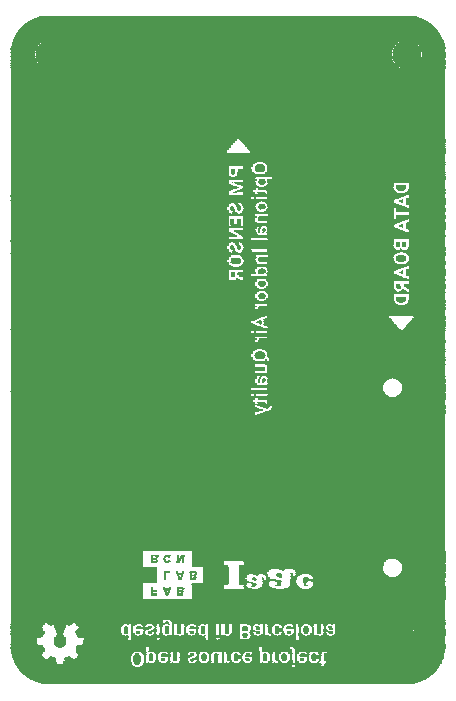
<source format=gbo>
G04 EAGLE Gerber RS-274X export*
G75*
%MOMM*%
%FSLAX34Y34*%
%LPD*%
%INBottom Silkscreen*%
%IPPOS*%
%AMOC8*
5,1,8,0,0,1.08239X$1,22.5*%
G01*
%ADD10R,31.174900X0.033881*%
%ADD11R,31.581500X0.033888*%
%ADD12R,31.920500X0.033875*%
%ADD13R,32.123700X0.033888*%
%ADD14R,32.394900X0.033888*%
%ADD15R,32.530400X0.033875*%
%ADD16R,32.733700X0.033888*%
%ADD17R,32.869300X0.033881*%
%ADD18R,33.072500X0.033888*%
%ADD19R,33.208100X0.033888*%
%ADD20R,33.343700X0.033881*%
%ADD21R,33.479200X0.033888*%
%ADD22R,33.546900X0.033875*%
%ADD23R,33.682500X0.033888*%
%ADD24R,33.818100X0.033881*%
%ADD25R,33.885900X0.033888*%
%ADD26R,34.021300X0.033888*%
%ADD27R,34.089100X0.033881*%
%ADD28R,34.190800X0.033888*%
%ADD29R,34.292500X0.033875*%
%ADD30R,34.360300X0.033888*%
%ADD31R,34.428000X0.033888*%
%ADD32R,34.563500X0.033881*%
%ADD33R,34.631300X0.033888*%
%ADD34R,34.699100X0.033881*%
%ADD35R,34.766900X0.033888*%
%ADD36R,34.834700X0.033875*%
%ADD37R,34.902400X0.033888*%
%ADD38R,34.970100X0.033888*%
%ADD39R,35.037900X0.033881*%
%ADD40R,35.105700X0.033888*%
%ADD41R,35.173500X0.033881*%
%ADD42R,35.241300X0.033888*%
%ADD43R,35.275200X0.033875*%
%ADD44R,35.309100X0.033888*%
%ADD45R,35.376800X0.033888*%
%ADD46R,35.444500X0.033881*%
%ADD47R,35.512300X0.033888*%
%ADD48R,35.546200X0.033881*%
%ADD49R,35.580100X0.033888*%
%ADD50R,35.647900X0.033888*%
%ADD51R,35.715700X0.033875*%
%ADD52R,35.715700X0.033888*%
%ADD53R,35.783500X0.033881*%
%ADD54R,35.851200X0.033888*%
%ADD55R,35.851200X0.033881*%
%ADD56R,35.918900X0.033888*%
%ADD57R,35.986700X0.033875*%
%ADD58R,36.054500X0.033888*%
%ADD59R,36.054500X0.033881*%
%ADD60R,36.122300X0.033888*%
%ADD61R,36.190100X0.033881*%
%ADD62R,36.190100X0.033888*%
%ADD63R,36.257900X0.033875*%
%ADD64R,36.257900X0.033888*%
%ADD65R,36.257900X0.033881*%
%ADD66R,36.325600X0.033888*%
%ADD67R,2.846400X0.033881*%
%ADD68R,0.135600X0.033881*%
%ADD69R,29.683900X0.033881*%
%ADD70R,0.135500X0.033881*%
%ADD71R,2.812500X0.033881*%
%ADD72R,2.710800X0.033888*%
%ADD73R,0.576100X0.033888*%
%ADD74R,29.446800X0.033888*%
%ADD75R,2.609200X0.033875*%
%ADD76R,0.813200X0.033875*%
%ADD77R,29.277300X0.033875*%
%ADD78R,0.813300X0.033875*%
%ADD79R,2.575300X0.033888*%
%ADD80R,0.982700X0.033888*%
%ADD81R,29.108000X0.033888*%
%ADD82R,2.507500X0.033888*%
%ADD83R,1.118200X0.033888*%
%ADD84R,29.006300X0.033888*%
%ADD85R,2.507600X0.033875*%
%ADD86R,1.253800X0.033875*%
%ADD87R,28.870700X0.033875*%
%ADD88R,1.219900X0.033875*%
%ADD89R,2.473700X0.033875*%
%ADD90R,2.439800X0.033888*%
%ADD91R,1.355400X0.033888*%
%ADD92R,28.769000X0.033888*%
%ADD93R,2.405900X0.033881*%
%ADD94R,1.457100X0.033881*%
%ADD95R,28.667400X0.033881*%
%ADD96R,1.423200X0.033881*%
%ADD97R,2.372000X0.033881*%
%ADD98R,2.338100X0.033888*%
%ADD99R,1.524900X0.033888*%
%ADD100R,28.599700X0.033888*%
%ADD101R,1.558700X0.033888*%
%ADD102R,2.338100X0.033875*%
%ADD103R,1.592600X0.033875*%
%ADD104R,28.531900X0.033875*%
%ADD105R,1.626500X0.033875*%
%ADD106R,2.304300X0.033888*%
%ADD107R,1.694300X0.033888*%
%ADD108R,28.464100X0.033888*%
%ADD109R,2.304200X0.033888*%
%ADD110R,2.270400X0.033888*%
%ADD111R,1.762000X0.033888*%
%ADD112R,28.396300X0.033888*%
%ADD113R,1.762100X0.033888*%
%ADD114R,2.270400X0.033875*%
%ADD115R,1.829800X0.033875*%
%ADD116R,28.328500X0.033875*%
%ADD117R,2.236500X0.033888*%
%ADD118R,1.863700X0.033888*%
%ADD119R,28.260700X0.033888*%
%ADD120R,1.897600X0.033888*%
%ADD121R,2.236500X0.033881*%
%ADD122R,1.931500X0.033881*%
%ADD123R,28.226800X0.033881*%
%ADD124R,2.202600X0.033881*%
%ADD125R,2.202600X0.033888*%
%ADD126R,1.999300X0.033888*%
%ADD127R,28.159200X0.033888*%
%ADD128R,1.965400X0.033888*%
%ADD129R,2.168700X0.033888*%
%ADD130R,2.033200X0.033888*%
%ADD131R,28.125300X0.033888*%
%ADD132R,2.033100X0.033888*%
%ADD133R,2.067000X0.033881*%
%ADD134R,30.192300X0.033881*%
%ADD135R,2.168700X0.033881*%
%ADD136R,30.192300X0.033888*%
%ADD137R,2.100900X0.033888*%
%ADD138R,4.337400X0.033875*%
%ADD139R,27.989700X0.033875*%
%ADD140R,2.168700X0.033875*%
%ADD141R,2.134800X0.033875*%
%ADD142R,2.134800X0.033888*%
%ADD143R,27.955800X0.033888*%
%ADD144R,4.371300X0.033881*%
%ADD145R,27.921900X0.033881*%
%ADD146R,2.100900X0.033881*%
%ADD147R,2.101000X0.033888*%
%ADD148R,2.304200X0.033881*%
%ADD149R,27.854100X0.033881*%
%ADD150R,2.304300X0.033881*%
%ADD151R,2.101000X0.033881*%
%ADD152R,27.820200X0.033888*%
%ADD153R,4.439100X0.033888*%
%ADD154R,4.472900X0.033875*%
%ADD155R,27.786300X0.033875*%
%ADD156R,2.372000X0.033875*%
%ADD157R,2.067100X0.033875*%
%ADD158R,2.067000X0.033888*%
%ADD159R,2.372000X0.033888*%
%ADD160R,27.786300X0.033888*%
%ADD161R,2.067100X0.033888*%
%ADD162R,30.192200X0.033888*%
%ADD163R,27.752400X0.033881*%
%ADD164R,4.473000X0.033881*%
%ADD165R,2.405900X0.033888*%
%ADD166R,4.506800X0.033881*%
%ADD167R,27.718600X0.033881*%
%ADD168R,2.439800X0.033881*%
%ADD169R,2.033200X0.033881*%
%ADD170R,27.718600X0.033888*%
%ADD171R,2.033100X0.033875*%
%ADD172R,30.192300X0.033875*%
%ADD173R,2.439800X0.033875*%
%ADD174R,2.033200X0.033875*%
%ADD175R,2.033100X0.033881*%
%ADD176R,27.718600X0.033875*%
%ADD177R,4.506800X0.033888*%
%ADD178R,30.192200X0.033881*%
%ADD179R,27.752400X0.033888*%
%ADD180R,4.473000X0.033888*%
%ADD181R,2.067100X0.033881*%
%ADD182R,4.472900X0.033888*%
%ADD183R,2.100900X0.033875*%
%ADD184R,30.192200X0.033875*%
%ADD185R,2.304300X0.033875*%
%ADD186R,2.101000X0.033875*%
%ADD187R,4.439000X0.033888*%
%ADD188R,27.854100X0.033888*%
%ADD189R,2.134800X0.033881*%
%ADD190R,2.270400X0.033881*%
%ADD191R,27.888000X0.033881*%
%ADD192R,27.921900X0.033888*%
%ADD193R,2.168600X0.033881*%
%ADD194R,2.168600X0.033888*%
%ADD195R,27.989700X0.033888*%
%ADD196R,2.202500X0.033888*%
%ADD197R,28.023600X0.033888*%
%ADD198R,2.202500X0.033875*%
%ADD199R,28.057500X0.033875*%
%ADD200R,2.202600X0.033875*%
%ADD201R,2.236400X0.033888*%
%ADD202R,28.091400X0.033888*%
%ADD203R,4.303500X0.033888*%
%ADD204R,2.270300X0.033881*%
%ADD205R,1.999300X0.033881*%
%ADD206R,28.125300X0.033881*%
%ADD207R,2.270300X0.033888*%
%ADD208R,28.193000X0.033888*%
%ADD209R,1.931500X0.033888*%
%ADD210R,28.226800X0.033888*%
%ADD211R,2.338100X0.033881*%
%ADD212R,1.863700X0.033881*%
%ADD213R,28.294600X0.033881*%
%ADD214R,1.829800X0.033881*%
%ADD215R,1.795900X0.033888*%
%ADD216R,28.362400X0.033888*%
%ADD217R,2.338200X0.033888*%
%ADD218R,2.405900X0.033875*%
%ADD219R,1.728200X0.033875*%
%ADD220R,28.430200X0.033875*%
%ADD221R,2.372100X0.033875*%
%ADD222R,2.439700X0.033888*%
%ADD223R,1.660400X0.033888*%
%ADD224R,28.498000X0.033888*%
%ADD225R,2.473600X0.033881*%
%ADD226R,1.592600X0.033881*%
%ADD227R,28.565800X0.033881*%
%ADD228R,1.558700X0.033881*%
%ADD229R,1.491000X0.033888*%
%ADD230R,28.633600X0.033888*%
%ADD231R,2.473700X0.033888*%
%ADD232R,2.541400X0.033888*%
%ADD233R,1.389300X0.033888*%
%ADD234R,28.735100X0.033888*%
%ADD235R,1.423200X0.033888*%
%ADD236R,2.541500X0.033888*%
%ADD237R,2.609200X0.033881*%
%ADD238R,1.321500X0.033881*%
%ADD239R,28.802900X0.033881*%
%ADD240R,1.287700X0.033881*%
%ADD241R,2.575400X0.033881*%
%ADD242R,2.643100X0.033888*%
%ADD243R,1.186000X0.033888*%
%ADD244R,28.938500X0.033888*%
%ADD245R,2.710800X0.033875*%
%ADD246R,1.050500X0.033875*%
%ADD247R,29.040200X0.033875*%
%ADD248R,2.677000X0.033875*%
%ADD249R,2.778600X0.033888*%
%ADD250R,0.914900X0.033888*%
%ADD251R,29.175600X0.033888*%
%ADD252R,2.744800X0.033888*%
%ADD253R,2.846400X0.033888*%
%ADD254R,0.711600X0.033888*%
%ADD255R,29.345100X0.033888*%
%ADD256R,0.745500X0.033888*%
%ADD257R,2.846500X0.033888*%
%ADD258R,2.948000X0.033875*%
%ADD259R,0.440500X0.033875*%
%ADD260R,29.548500X0.033875*%
%ADD261R,0.474400X0.033875*%
%ADD262R,2.948100X0.033875*%
%ADD263R,3.117500X0.033888*%
%ADD264R,29.887300X0.033888*%
%ADD265R,36.800000X0.033881*%
%ADD266R,36.800000X0.033888*%
%ADD267R,36.800000X0.033875*%
%ADD268R,19.179300X0.033888*%
%ADD269R,17.451200X0.033888*%
%ADD270R,19.145400X0.033875*%
%ADD271R,17.383500X0.033875*%
%ADD272R,19.111600X0.033888*%
%ADD273R,17.383500X0.033888*%
%ADD274R,19.077700X0.033881*%
%ADD275R,17.349600X0.033881*%
%ADD276R,19.043800X0.033888*%
%ADD277R,17.315700X0.033888*%
%ADD278R,19.009900X0.033881*%
%ADD279R,17.281800X0.033881*%
%ADD280R,18.976000X0.033888*%
%ADD281R,17.247900X0.033888*%
%ADD282R,18.942100X0.033888*%
%ADD283R,17.214000X0.033888*%
%ADD284R,18.942100X0.033875*%
%ADD285R,17.180200X0.033875*%
%ADD286R,18.908200X0.033888*%
%ADD287R,17.180200X0.033888*%
%ADD288R,18.874400X0.033881*%
%ADD289R,17.146300X0.033881*%
%ADD290R,18.840500X0.033888*%
%ADD291R,17.112400X0.033888*%
%ADD292R,18.806600X0.033888*%
%ADD293R,17.078500X0.033888*%
%ADD294R,18.772700X0.033881*%
%ADD295R,17.044600X0.033881*%
%ADD296R,18.738800X0.033888*%
%ADD297R,17.010700X0.033888*%
%ADD298R,18.704900X0.033875*%
%ADD299R,16.976800X0.033875*%
%ADD300R,18.704900X0.033888*%
%ADD301R,16.943000X0.033888*%
%ADD302R,18.671000X0.033881*%
%ADD303R,16.943000X0.033881*%
%ADD304R,18.637200X0.033888*%
%ADD305R,16.909100X0.033888*%
%ADD306R,18.603300X0.033888*%
%ADD307R,16.875200X0.033888*%
%ADD308R,18.569400X0.033881*%
%ADD309R,16.841300X0.033881*%
%ADD310R,18.535500X0.033888*%
%ADD311R,16.807400X0.033888*%
%ADD312R,18.501600X0.033875*%
%ADD313R,16.773500X0.033875*%
%ADD314R,18.501600X0.033888*%
%ADD315R,16.739600X0.033888*%
%ADD316R,18.467700X0.033881*%
%ADD317R,16.705800X0.033881*%
%ADD318R,18.433800X0.033888*%
%ADD319R,16.705800X0.033888*%
%ADD320R,18.400000X0.033888*%
%ADD321R,16.671900X0.033888*%
%ADD322R,18.366100X0.033881*%
%ADD323R,16.638000X0.033881*%
%ADD324R,18.332200X0.033888*%
%ADD325R,16.604100X0.033888*%
%ADD326R,18.298300X0.033875*%
%ADD327R,16.570200X0.033875*%
%ADD328R,18.264400X0.033888*%
%ADD329R,16.536300X0.033888*%
%ADD330R,18.230500X0.033875*%
%ADD331R,16.502400X0.033875*%
%ADD332R,18.230500X0.033888*%
%ADD333R,16.502400X0.033888*%
%ADD334R,18.264400X0.033881*%
%ADD335R,16.536300X0.033881*%
%ADD336R,18.298300X0.033888*%
%ADD337R,20.839700X0.033888*%
%ADD338R,15.485900X0.033888*%
%ADD339R,20.704200X0.033881*%
%ADD340R,15.384200X0.033881*%
%ADD341R,20.636400X0.033888*%
%ADD342R,15.316400X0.033888*%
%ADD343R,20.602500X0.033875*%
%ADD344R,15.282500X0.033875*%
%ADD345R,20.568600X0.033888*%
%ADD346R,15.248700X0.033888*%
%ADD347R,20.534800X0.033888*%
%ADD348R,15.214800X0.033888*%
%ADD349R,20.500900X0.033881*%
%ADD350R,15.180900X0.033881*%
%ADD351R,20.467000X0.033888*%
%ADD352R,0.440600X0.033888*%
%ADD353R,15.147000X0.033888*%
%ADD354R,20.433100X0.033881*%
%ADD355R,0.643800X0.033881*%
%ADD356R,15.113100X0.033881*%
%ADD357R,20.433100X0.033888*%
%ADD358R,15.113100X0.033888*%
%ADD359R,0.779400X0.033888*%
%ADD360R,0.813300X0.033888*%
%ADD361R,18.400000X0.033875*%
%ADD362R,0.745500X0.033875*%
%ADD363R,0.847200X0.033875*%
%ADD364R,15.079200X0.033875*%
%ADD365R,0.915000X0.033888*%
%ADD366R,15.079200X0.033888*%
%ADD367R,18.400000X0.033881*%
%ADD368R,0.745500X0.033881*%
%ADD369R,0.915000X0.033881*%
%ADD370R,15.079200X0.033881*%
%ADD371R,0.372700X0.033875*%
%ADD372R,1.186000X0.033875*%
%ADD373R,0.915000X0.033875*%
%ADD374R,0.372700X0.033888*%
%ADD375R,0.372700X0.033881*%
%ADD376R,1.186000X0.033881*%
%ADD377R,0.847200X0.033881*%
%ADD378R,1.219900X0.033888*%
%ADD379R,1.253800X0.033881*%
%ADD380R,0.609900X0.033881*%
%ADD381R,1.253800X0.033888*%
%ADD382R,0.372800X0.033888*%
%ADD383R,1.287700X0.033875*%
%ADD384R,15.180900X0.033875*%
%ADD385R,1.321600X0.033888*%
%ADD386R,0.338800X0.033881*%
%ADD387R,1.355400X0.033881*%
%ADD388R,15.248700X0.033881*%
%ADD389R,0.338800X0.033888*%
%ADD390R,15.282500X0.033888*%
%ADD391R,0.271100X0.033888*%
%ADD392R,1.457100X0.033888*%
%ADD393R,0.203300X0.033881*%
%ADD394R,1.558800X0.033881*%
%ADD395R,15.418100X0.033881*%
%ADD396R,15.519700X0.033888*%
%ADD397R,18.433800X0.033875*%
%ADD398R,17.620700X0.033875*%
%ADD399R,18.467700X0.033888*%
%ADD400R,17.654600X0.033888*%
%ADD401R,18.501600X0.033881*%
%ADD402R,17.688400X0.033881*%
%ADD403R,17.688400X0.033888*%
%ADD404R,17.722300X0.033888*%
%ADD405R,18.603300X0.033881*%
%ADD406R,17.790100X0.033881*%
%ADD407R,18.671000X0.033888*%
%ADD408R,1.796000X0.033888*%
%ADD409R,14.706500X0.033888*%
%ADD410R,20.738100X0.033875*%
%ADD411R,14.706500X0.033875*%
%ADD412R,20.738100X0.033888*%
%ADD413R,1.152200X0.033881*%
%ADD414R,0.440500X0.033881*%
%ADD415R,15.147000X0.033881*%
%ADD416R,1.118300X0.033888*%
%ADD417R,0.508300X0.033888*%
%ADD418R,1.118300X0.033875*%
%ADD419R,0.576100X0.033875*%
%ADD420R,15.113100X0.033875*%
%ADD421R,1.084400X0.033888*%
%ADD422R,0.643800X0.033888*%
%ADD423R,1.084400X0.033875*%
%ADD424R,0.643800X0.033875*%
%ADD425R,0.067800X0.033881*%
%ADD426R,1.084400X0.033881*%
%ADD427R,10.707900X0.033881*%
%ADD428R,3.117500X0.033881*%
%ADD429R,10.707900X0.033888*%
%ADD430R,1.694300X0.033881*%
%ADD431R,0.474400X0.033881*%
%ADD432R,1.592700X0.033888*%
%ADD433R,0.305000X0.033888*%
%ADD434R,18.603300X0.033875*%
%ADD435R,1.524900X0.033875*%
%ADD436R,10.741800X0.033875*%
%ADD437R,3.117500X0.033875*%
%ADD438R,10.741800X0.033888*%
%ADD439R,18.806600X0.033881*%
%ADD440R,1.355500X0.033881*%
%ADD441R,10.775700X0.033881*%
%ADD442R,18.874400X0.033888*%
%ADD443R,1.321500X0.033888*%
%ADD444R,10.809600X0.033888*%
%ADD445R,0.847100X0.033888*%
%ADD446R,10.877400X0.033888*%
%ADD447R,10.911200X0.033881*%
%ADD448R,0.847100X0.033881*%
%ADD449R,11.046800X0.033888*%
%ADD450R,0.813200X0.033888*%
%ADD451R,19.281000X0.033875*%
%ADD452R,12.775000X0.033875*%
%ADD453R,19.213200X0.033888*%
%ADD454R,12.775000X0.033888*%
%ADD455R,11.521200X0.033888*%
%ADD456R,11.521200X0.033881*%
%ADD457R,0.779400X0.033881*%
%ADD458R,11.555100X0.033888*%
%ADD459R,18.840500X0.033881*%
%ADD460R,11.555100X0.033881*%
%ADD461R,3.151400X0.033881*%
%ADD462R,1.355500X0.033888*%
%ADD463R,3.151400X0.033888*%
%ADD464R,18.637200X0.033875*%
%ADD465R,10.877400X0.033875*%
%ADD466R,3.185300X0.033875*%
%ADD467R,10.843500X0.033888*%
%ADD468R,3.185300X0.033888*%
%ADD469R,10.843400X0.033888*%
%ADD470R,3.219200X0.033888*%
%ADD471R,1.491000X0.033881*%
%ADD472R,10.843400X0.033881*%
%ADD473R,3.253100X0.033881*%
%ADD474R,10.877300X0.033888*%
%ADD475R,3.253100X0.033888*%
%ADD476R,3.320900X0.033881*%
%ADD477R,10.945100X0.033888*%
%ADD478R,3.354700X0.033888*%
%ADD479R,0.610000X0.033888*%
%ADD480R,11.012900X0.033888*%
%ADD481R,3.422500X0.033888*%
%ADD482R,11.080600X0.033875*%
%ADD483R,3.490300X0.033875*%
%ADD484R,11.961700X0.033888*%
%ADD485R,13.893200X0.033881*%
%ADD486R,33.445300X0.033888*%
%ADD487R,33.377500X0.033888*%
%ADD488R,33.275800X0.033875*%
%ADD489R,0.169500X0.033888*%
%ADD490R,11.453400X0.033888*%
%ADD491R,20.399200X0.033881*%
%ADD492R,11.385600X0.033881*%
%ADD493R,20.365300X0.033888*%
%ADD494R,0.135600X0.033888*%
%ADD495R,11.283900X0.033888*%
%ADD496R,20.365300X0.033881*%
%ADD497R,11.182300X0.033881*%
%ADD498R,11.114500X0.033888*%
%ADD499R,20.399200X0.033888*%
%ADD500R,3.320900X0.033888*%
%ADD501R,20.399200X0.033875*%
%ADD502R,0.169500X0.033875*%
%ADD503R,10.911200X0.033875*%
%ADD504R,3.354700X0.033875*%
%ADD505R,32.530300X0.033888*%
%ADD506R,32.462600X0.033881*%
%ADD507R,0.033900X0.033881*%
%ADD508R,3.354700X0.033881*%
%ADD509R,32.428700X0.033888*%
%ADD510R,0.237200X0.033888*%
%ADD511R,32.428700X0.033881*%
%ADD512R,0.338900X0.033881*%
%ADD513R,21.178600X0.033888*%
%ADD514R,11.182300X0.033888*%
%ADD515R,0.406700X0.033888*%
%ADD516R,21.009200X0.033875*%
%ADD517R,10.979000X0.033875*%
%ADD518R,0.338900X0.033875*%
%ADD519R,20.941400X0.033888*%
%ADD520R,10.911200X0.033888*%
%ADD521R,19.247100X0.033881*%
%ADD522R,10.877400X0.033881*%
%ADD523R,0.440500X0.033888*%
%ADD524R,0.033900X0.033888*%
%ADD525R,18.569400X0.033888*%
%ADD526R,18.535500X0.033881*%
%ADD527R,0.305000X0.033881*%
%ADD528R,10.979000X0.033881*%
%ADD529R,0.169400X0.033888*%
%ADD530R,18.467700X0.033875*%
%ADD531R,0.237200X0.033875*%
%ADD532R,11.148400X0.033875*%
%ADD533R,3.219200X0.033875*%
%ADD534R,0.203300X0.033888*%
%ADD535R,0.271100X0.033875*%
%ADD536R,11.385600X0.033875*%
%ADD537R,0.101700X0.033888*%
%ADD538R,0.304900X0.033888*%
%ADD539R,0.169400X0.033881*%
%ADD540R,11.555000X0.033881*%
%ADD541R,18.366100X0.033888*%
%ADD542R,11.656700X0.033888*%
%ADD543R,18.366100X0.033875*%
%ADD544R,0.338800X0.033875*%
%ADD545R,11.724500X0.033875*%
%ADD546R,1.050500X0.033888*%
%ADD547R,1.016600X0.033888*%
%ADD548R,0.304900X0.033875*%
%ADD549R,0.305000X0.033875*%
%ADD550R,0.508300X0.033875*%
%ADD551R,10.707900X0.033875*%
%ADD552R,4.168000X0.033875*%
%ADD553R,4.168000X0.033888*%
%ADD554R,0.304900X0.033881*%
%ADD555R,0.271100X0.033881*%
%ADD556R,10.741800X0.033881*%
%ADD557R,4.168000X0.033881*%
%ADD558R,1.152200X0.033888*%
%ADD559R,10.775700X0.033888*%
%ADD560R,0.237200X0.033881*%
%ADD561R,0.101600X0.033881*%
%ADD562R,1.219900X0.033881*%
%ADD563R,10.843500X0.033881*%
%ADD564R,0.203300X0.033875*%
%ADD565R,1.321600X0.033875*%
%ADD566R,1.423300X0.033888*%
%ADD567R,12.842700X0.033881*%
%ADD568R,12.842700X0.033888*%
%ADD569R,0.338900X0.033888*%
%ADD570R,12.876600X0.033888*%
%ADD571R,12.944400X0.033881*%
%ADD572R,13.012200X0.033888*%
%ADD573R,20.738100X0.033881*%
%ADD574R,1.152200X0.033875*%
%ADD575R,11.419500X0.033875*%
%ADD576R,11.487300X0.033888*%
%ADD577R,1.016600X0.033881*%
%ADD578R,0.948800X0.033888*%
%ADD579R,12.571600X0.033888*%
%ADD580R,12.436100X0.033875*%
%ADD581R,12.300500X0.033888*%
%ADD582R,11.385600X0.033888*%
%ADD583R,11.283900X0.033881*%
%ADD584R,11.216200X0.033888*%
%ADD585R,11.012900X0.033875*%
%ADD586R,3.287000X0.033875*%
%ADD587R,12.910500X0.033881*%
%ADD588R,12.808900X0.033888*%
%ADD589R,12.775000X0.033881*%
%ADD590R,0.101700X0.033881*%
%ADD591R,0.203400X0.033888*%
%ADD592R,0.847100X0.033875*%
%ADD593R,10.945100X0.033875*%
%ADD594R,0.406700X0.033875*%
%ADD595R,20.873600X0.033881*%
%ADD596R,10.809600X0.033881*%
%ADD597R,20.805900X0.033888*%
%ADD598R,0.135500X0.033888*%
%ADD599R,1.118300X0.033881*%
%ADD600R,0.101600X0.033888*%
%ADD601R,0.135500X0.033875*%
%ADD602R,0.135600X0.033875*%
%ADD603R,3.320900X0.033875*%
%ADD604R,11.080600X0.033888*%
%ADD605R,0.271000X0.033881*%
%ADD606R,0.271000X0.033888*%
%ADD607R,11.250100X0.033888*%
%ADD608R,11.351700X0.033888*%
%ADD609R,11.453400X0.033881*%
%ADD610R,11.521100X0.033888*%
%ADD611R,1.796000X0.033875*%
%ADD612R,11.622800X0.033875*%
%ADD613R,11.758400X0.033888*%
%ADD614R,11.860000X0.033888*%
%ADD615R,11.961700X0.033875*%
%ADD616R,1.626600X0.033888*%
%ADD617R,18.874400X0.033875*%
%ADD618R,1.524800X0.033875*%
%ADD619R,19.043800X0.033875*%
%ADD620R,19.077700X0.033888*%
%ADD621R,19.145400X0.033881*%
%ADD622R,17.214000X0.033881*%
%ADD623R,17.146300X0.033888*%
%ADD624R,0.677700X0.033875*%
%ADD625R,0.677700X0.033888*%
%ADD626R,0.677700X0.033881*%
%ADD627R,20.331400X0.033888*%
%ADD628R,20.331400X0.033881*%
%ADD629R,32.428700X0.033875*%
%ADD630R,19.247100X0.033888*%
%ADD631R,13.079900X0.033888*%
%ADD632R,12.978300X0.033881*%
%ADD633R,12.944400X0.033888*%
%ADD634R,12.842700X0.033875*%
%ADD635R,12.808900X0.033881*%
%ADD636R,0.067800X0.033888*%
%ADD637R,3.185300X0.033881*%
%ADD638R,18.433800X0.033881*%
%ADD639R,0.813200X0.033881*%
%ADD640R,13.418800X0.033888*%
%ADD641R,3.625800X0.033888*%
%ADD642R,18.569400X0.033875*%
%ADD643R,13.283200X0.033875*%
%ADD644R,3.456400X0.033875*%
%ADD645R,13.283300X0.033888*%
%ADD646R,3.388600X0.033888*%
%ADD647R,32.632000X0.033881*%
%ADD648R,32.598100X0.033888*%
%ADD649R,3.287000X0.033888*%
%ADD650R,32.564200X0.033888*%
%ADD651R,32.530300X0.033881*%
%ADD652R,3.219200X0.033881*%
%ADD653R,18.772700X0.033888*%
%ADD654R,18.671000X0.033875*%
%ADD655R,1.355500X0.033875*%
%ADD656R,3.151400X0.033875*%
%ADD657R,1.253700X0.033881*%
%ADD658R,3.083700X0.033881*%
%ADD659R,11.419500X0.033888*%
%ADD660R,3.083700X0.033888*%
%ADD661R,11.453400X0.033875*%
%ADD662R,3.083700X0.033875*%
%ADD663R,0.779300X0.033875*%
%ADD664R,11.487300X0.033875*%
%ADD665R,0.779300X0.033888*%
%ADD666R,1.050500X0.033881*%
%ADD667R,11.521200X0.033875*%
%ADD668R,0.610000X0.033875*%
%ADD669R,10.775700X0.033875*%
%ADD670R,10.809500X0.033888*%
%ADD671R,0.711600X0.033881*%
%ADD672R,0.643900X0.033888*%
%ADD673R,3.388600X0.033881*%
%ADD674R,13.215400X0.033888*%
%ADD675R,3.490300X0.033888*%
%ADD676R,17.247900X0.033875*%
%ADD677R,17.281800X0.033888*%
%ADD678R,14.130400X0.033881*%
%ADD679R,14.096500X0.033888*%
%ADD680R,11.995600X0.033888*%
%ADD681R,18.738800X0.033881*%
%ADD682R,1.626500X0.033881*%
%ADD683R,11.826100X0.033881*%
%ADD684R,11.690600X0.033888*%
%ADD685R,20.839700X0.033875*%
%ADD686R,11.555100X0.033875*%
%ADD687R,20.772000X0.033888*%
%ADD688R,11.317800X0.033888*%
%ADD689R,11.216200X0.033881*%
%ADD690R,0.508300X0.033881*%
%ADD691R,10.809500X0.033875*%
%ADD692R,0.576100X0.033881*%
%ADD693R,0.406700X0.033881*%
%ADD694R,1.558800X0.033888*%
%ADD695R,1.592700X0.033875*%
%ADD696R,0.203400X0.033875*%
%ADD697R,1.118200X0.033881*%
%ADD698R,1.050400X0.033881*%
%ADD699R,11.012900X0.033881*%
%ADD700R,0.982600X0.033888*%
%ADD701R,13.554300X0.033875*%
%ADD702R,13.588200X0.033888*%
%ADD703R,13.622100X0.033881*%
%ADD704R,13.622100X0.033888*%
%ADD705R,0.033800X0.033881*%
%ADD706R,13.723800X0.033881*%
%ADD707R,12.097200X0.033888*%
%ADD708R,12.063300X0.033888*%
%ADD709R,12.097300X0.033875*%
%ADD710R,0.406600X0.033888*%
%ADD711R,0.542200X0.033881*%
%ADD712R,19.619800X0.033888*%
%ADD713R,20.772000X0.033881*%
%ADD714R,0.542200X0.033875*%
%ADD715R,3.558100X0.033881*%
%ADD716R,3.558100X0.033888*%
%ADD717R,3.558100X0.033875*%
%ADD718R,20.772000X0.033875*%
%ADD719R,3.524200X0.033888*%
%ADD720R,20.805900X0.033881*%
%ADD721R,3.456400X0.033881*%
%ADD722R,20.873600X0.033875*%
%ADD723R,10.843500X0.033875*%
%ADD724R,20.907500X0.033888*%
%ADD725R,20.975300X0.033888*%
%ADD726R,10.979000X0.033888*%
%ADD727R,21.076900X0.033875*%
%ADD728R,11.080700X0.033875*%
%ADD729R,32.462600X0.033888*%
%ADD730R,32.496500X0.033881*%
%ADD731R,32.496500X0.033888*%
%ADD732R,21.043100X0.033881*%
%ADD733R,11.148400X0.033881*%
%ADD734R,0.372800X0.033881*%
%ADD735R,20.907500X0.033875*%
%ADD736R,11.148500X0.033875*%
%ADD737R,0.609900X0.033875*%
%ADD738R,20.873600X0.033888*%
%ADD739R,12.029500X0.033888*%
%ADD740R,20.839700X0.033881*%
%ADD741R,0.779400X0.033875*%
%ADD742R,21.009200X0.033888*%
%ADD743R,21.178600X0.033881*%
%ADD744R,11.148500X0.033881*%
%ADD745R,32.564200X0.033875*%
%ADD746R,3.253100X0.033875*%
%ADD747R,11.046700X0.033881*%
%ADD748R,11.148400X0.033888*%
%ADD749R,15.756900X0.033875*%
%ADD750R,15.790800X0.033888*%
%ADD751R,15.824700X0.033881*%
%ADD752R,15.858600X0.033888*%
%ADD753R,15.858600X0.033881*%
%ADD754R,15.858600X0.033875*%
%ADD755R,21.686900X0.033888*%
%ADD756R,21.585200X0.033875*%
%ADD757R,10.402900X0.033875*%
%ADD758R,2.778700X0.033875*%
%ADD759R,21.517500X0.033888*%
%ADD760R,10.335100X0.033888*%
%ADD761R,21.415800X0.033881*%
%ADD762R,10.335100X0.033881*%
%ADD763R,2.710900X0.033881*%
%ADD764R,21.314100X0.033888*%
%ADD765R,2.710900X0.033888*%
%ADD766R,21.246400X0.033888*%
%ADD767R,21.144700X0.033881*%
%ADD768R,21.043100X0.033888*%
%ADD769R,10.402900X0.033888*%
%ADD770R,20.975300X0.033875*%
%ADD771R,10.504600X0.033875*%
%ADD772R,10.640100X0.033888*%
%ADD773R,2.812600X0.033888*%
%ADD774R,2.846500X0.033881*%
%ADD775R,20.704200X0.033888*%
%ADD776R,2.880300X0.033888*%
%ADD777R,20.602500X0.033888*%
%ADD778R,2.914200X0.033888*%
%ADD779R,10.877300X0.033881*%
%ADD780R,2.948100X0.033881*%
%ADD781R,2.948100X0.033888*%
%ADD782R,2.982000X0.033875*%
%ADD783R,3.015900X0.033888*%
%ADD784R,3.049800X0.033881*%
%ADD785R,11.080700X0.033881*%
%ADD786R,11.080700X0.033888*%
%ADD787R,20.534800X0.033875*%
%ADD788R,0.033900X0.033875*%
%ADD789R,11.114500X0.033875*%
%ADD790R,3.287000X0.033881*%
%ADD791R,11.114600X0.033888*%
%ADD792R,21.009200X0.033881*%
%ADD793R,11.046800X0.033881*%
%ADD794R,21.076900X0.033888*%
%ADD795R,21.178600X0.033875*%
%ADD796R,3.388600X0.033875*%
%ADD797R,21.280300X0.033888*%
%ADD798R,11.046700X0.033888*%
%ADD799R,21.348000X0.033888*%
%ADD800R,3.456400X0.033888*%
%ADD801R,21.449700X0.033881*%
%ADD802R,11.114500X0.033881*%
%ADD803R,3.490300X0.033881*%
%ADD804R,21.619100X0.033881*%
%ADD805R,32.937000X0.033888*%
%ADD806R,3.591900X0.033888*%
%ADD807R,32.970900X0.033888*%
%ADD808R,33.004700X0.033875*%
%ADD809R,3.659700X0.033875*%
%ADD810R,0.169500X0.033881*%
%ADD811R,15.756900X0.033888*%
%ADD812R,15.824700X0.033875*%
%ADD813R,20.907500X0.033881*%
%ADD814R,15.553600X0.033881*%
%ADD815R,15.418100X0.033888*%
%ADD816R,20.670300X0.033888*%
%ADD817R,15.350300X0.033888*%
%ADD818R,20.602500X0.033881*%
%ADD819R,15.282500X0.033881*%
%ADD820R,15.214800X0.033875*%
%ADD821R,20.500900X0.033888*%
%ADD822R,15.180900X0.033888*%
%ADD823R,20.467000X0.033881*%
%ADD824R,0.576000X0.033881*%
%ADD825R,0.847200X0.033888*%
%ADD826R,0.881100X0.033875*%
%ADD827R,15.045300X0.033875*%
%ADD828R,15.045300X0.033888*%
%ADD829R,15.011500X0.033881*%
%ADD830R,14.977600X0.033888*%
%ADD831R,0.508200X0.033881*%
%ADD832R,14.943700X0.033881*%
%ADD833R,14.909800X0.033888*%
%ADD834R,0.101700X0.033875*%
%ADD835R,14.875900X0.033875*%
%ADD836R,14.875900X0.033888*%
%ADD837R,20.636400X0.033881*%
%ADD838R,14.909800X0.033881*%
%ADD839R,14.943700X0.033888*%
%ADD840R,15.214800X0.033881*%
%ADD841R,21.483600X0.033888*%
%ADD842R,21.517500X0.033881*%
%ADD843R,21.551300X0.033888*%
%ADD844R,21.551300X0.033875*%
%ADD845R,21.517500X0.033875*%
%ADD846R,21.348000X0.033881*%
%ADD847R,10.538500X0.033888*%
%ADD848R,10.369000X0.033888*%
%ADD849R,4.269700X0.033888*%
%ADD850R,0.203400X0.033881*%
%ADD851R,10.267400X0.033881*%
%ADD852R,10.199600X0.033888*%
%ADD853R,4.100200X0.033888*%
%ADD854R,10.131800X0.033881*%
%ADD855R,4.032500X0.033881*%
%ADD856R,10.097900X0.033888*%
%ADD857R,3.998600X0.033888*%
%ADD858R,20.704200X0.033875*%
%ADD859R,0.271000X0.033875*%
%ADD860R,10.064100X0.033875*%
%ADD861R,3.964700X0.033875*%
%ADD862R,10.030200X0.033888*%
%ADD863R,3.930800X0.033888*%
%ADD864R,3.896900X0.033888*%
%ADD865R,9.996300X0.033881*%
%ADD866R,3.863000X0.033881*%
%ADD867R,9.996300X0.033888*%
%ADD868R,3.829100X0.033888*%
%ADD869R,3.795300X0.033881*%
%ADD870R,9.894600X0.033888*%
%ADD871R,3.795300X0.033888*%
%ADD872R,9.860700X0.033888*%
%ADD873R,3.761400X0.033888*%
%ADD874R,20.805900X0.033875*%
%ADD875R,9.860700X0.033875*%
%ADD876R,3.761400X0.033875*%
%ADD877R,3.727500X0.033888*%
%ADD878R,9.826900X0.033881*%
%ADD879R,3.727500X0.033881*%
%ADD880R,9.826900X0.033888*%
%ADD881R,21.653000X0.033881*%
%ADD882R,3.693600X0.033881*%
%ADD883R,31.513800X0.033888*%
%ADD884R,3.693600X0.033888*%
%ADD885R,31.513800X0.033875*%
%ADD886R,3.693600X0.033875*%
%ADD887R,31.513800X0.033881*%
%ADD888R,9.793000X0.033888*%
%ADD889R,9.793000X0.033881*%
%ADD890R,20.331400X0.033875*%
%ADD891R,9.793000X0.033875*%
%ADD892R,31.547700X0.033888*%
%ADD893R,31.581500X0.033881*%
%ADD894R,3.761400X0.033881*%
%ADD895R,31.615400X0.033875*%
%ADD896R,3.795300X0.033875*%
%ADD897R,31.649300X0.033888*%
%ADD898R,31.649300X0.033881*%
%ADD899R,3.829100X0.033881*%
%ADD900R,3.863000X0.033888*%
%ADD901R,10.030200X0.033881*%
%ADD902R,3.896900X0.033881*%
%ADD903R,10.064100X0.033888*%
%ADD904R,20.365300X0.033875*%
%ADD905R,10.097900X0.033875*%
%ADD906R,3.998600X0.033875*%
%ADD907R,10.131800X0.033888*%
%ADD908R,4.032500X0.033888*%
%ADD909R,20.467000X0.033875*%
%ADD910R,4.134100X0.033875*%
%ADD911R,32.055900X0.033888*%
%ADD912R,4.235800X0.033888*%
%ADD913R,32.191500X0.033881*%
%ADD914R,15.892500X0.033875*%
%ADD915R,15.892500X0.033888*%
%ADD916R,20.500900X0.033875*%
%ADD917R,0.610000X0.033881*%
%ADD918R,15.960300X0.033888*%
%ADD919R,0.914900X0.033881*%
%ADD920R,14.706500X0.033881*%
%ADD921R,14.740400X0.033881*%
%ADD922R,21.110800X0.033888*%
%ADD923R,14.740400X0.033888*%
%ADD924R,21.246400X0.033881*%
%ADD925R,14.774300X0.033881*%
%ADD926R,14.808100X0.033888*%
%ADD927R,14.943700X0.033875*%
%ADD928R,20.975300X0.033881*%
%ADD929R,15.350300X0.033881*%
%ADD930R,15.452000X0.033888*%
%ADD931R,15.553600X0.033888*%
%ADD932R,15.655300X0.033875*%
%ADD933R,15.723100X0.033888*%
%ADD934R,15.926400X0.033888*%
%ADD935R,21.483700X0.033881*%
%ADD936R,21.483700X0.033888*%
%ADD937R,11.216200X0.033875*%
%ADD938R,21.483700X0.033875*%
%ADD939R,0.542200X0.033888*%
%ADD940R,0.101600X0.033875*%
%ADD941R,0.169400X0.033875*%
%ADD942R,4.269700X0.033875*%
%ADD943R,4.032500X0.033875*%
%ADD944R,0.067700X0.033888*%
%ADD945R,16.468600X0.033881*%
%ADD946R,3.964700X0.033881*%
%ADD947R,2.710900X0.033875*%
%ADD948R,11.995600X0.033875*%
%ADD949R,3.896900X0.033875*%
%ADD950R,11.927800X0.033888*%
%ADD951R,11.927800X0.033875*%
%ADD952R,3.829100X0.033875*%
%ADD953R,11.893900X0.033888*%
%ADD954R,11.893900X0.033881*%
%ADD955R,11.826200X0.033881*%
%ADD956R,11.826200X0.033888*%
%ADD957R,12.198900X0.033875*%
%ADD958R,12.198900X0.033888*%
%ADD959R,12.198900X0.033881*%
%ADD960R,12.300500X0.033881*%
%ADD961R,12.300500X0.033875*%
%ADD962R,7.759900X0.033888*%
%ADD963R,0.474400X0.033888*%
%ADD964R,7.624300X0.033888*%
%ADD965R,2.643100X0.033881*%
%ADD966R,7.556600X0.033881*%
%ADD967R,7.522700X0.033888*%
%ADD968R,2.541400X0.033881*%
%ADD969R,7.488800X0.033881*%
%ADD970R,7.488800X0.033888*%
%ADD971R,2.473600X0.033875*%
%ADD972R,7.454900X0.033875*%
%ADD973R,3.727500X0.033875*%
%ADD974R,2.473600X0.033888*%
%ADD975R,7.488700X0.033888*%
%ADD976R,7.454800X0.033888*%
%ADD977R,7.488700X0.033881*%
%ADD978R,7.522600X0.033881*%
%ADD979R,0.609900X0.033888*%
%ADD980R,7.556500X0.033888*%
%ADD981R,0.576000X0.033888*%
%ADD982R,6.607800X0.033888*%
%ADD983R,0.542100X0.033875*%
%ADD984R,0.914900X0.033875*%
%ADD985R,0.508200X0.033875*%
%ADD986R,6.506100X0.033875*%
%ADD987R,6.438300X0.033888*%
%ADD988R,6.404400X0.033881*%
%ADD989R,3.998600X0.033881*%
%ADD990R,6.404400X0.033888*%
%ADD991R,0.440600X0.033881*%
%ADD992R,6.438300X0.033881*%
%ADD993R,4.066300X0.033881*%
%ADD994R,4.134100X0.033888*%
%ADD995R,6.506000X0.033888*%
%ADD996R,6.641600X0.033875*%
%ADD997R,4.371300X0.033875*%
%ADD998R,11.182400X0.033881*%
%ADD999R,11.182400X0.033888*%
%ADD1000R,12.029500X0.033875*%
%ADD1001R,12.029500X0.033881*%
%ADD1002R,11.385700X0.033888*%
%ADD1003R,11.317900X0.033888*%
%ADD1004R,11.284000X0.033881*%
%ADD1005R,0.542100X0.033888*%
%ADD1006R,2.982000X0.033881*%
%ADD1007R,0.542100X0.033881*%
%ADD1008R,0.576000X0.033875*%
%ADD1009R,11.284000X0.033875*%
%ADD1010R,0.881000X0.033888*%
%ADD1011R,0.948800X0.033881*%
%ADD1012R,11.351800X0.033881*%
%ADD1013R,1.084300X0.033888*%
%ADD1014R,1.490900X0.033888*%
%ADD1015R,9.522000X0.033888*%
%ADD1016R,11.724500X0.033888*%
%ADD1017R,13.012100X0.033881*%
%ADD1018R,23.415100X0.033881*%
%ADD1019R,12.944300X0.033888*%
%ADD1020R,23.347400X0.033888*%
%ADD1021R,23.313500X0.033888*%
%ADD1022R,23.245700X0.033881*%
%ADD1023R,23.245700X0.033888*%
%ADD1024R,23.211800X0.033875*%
%ADD1025R,23.177900X0.033888*%
%ADD1026R,12.910500X0.033888*%
%ADD1027R,2.948000X0.033881*%
%ADD1028R,2.236400X0.033881*%
%ADD1029R,7.997100X0.033881*%
%ADD1030R,23.177900X0.033881*%
%ADD1031R,2.914100X0.033888*%
%ADD1032R,7.963200X0.033888*%
%ADD1033R,2.880300X0.033881*%
%ADD1034R,4.201800X0.033881*%
%ADD1035R,0.813300X0.033881*%
%ADD1036R,1.626600X0.033881*%
%ADD1037R,1.660400X0.033881*%
%ADD1038R,0.881000X0.033881*%
%ADD1039R,9.759200X0.033881*%
%ADD1040R,4.032400X0.033888*%
%ADD1041R,9.284800X0.033888*%
%ADD1042R,2.812500X0.033875*%
%ADD1043R,1.863700X0.033875*%
%ADD1044R,0.067800X0.033875*%
%ADD1045R,0.406600X0.033875*%
%ADD1046R,0.033800X0.033875*%
%ADD1047R,0.372800X0.033875*%
%ADD1048R,0.711600X0.033875*%
%ADD1049R,9.318600X0.033875*%
%ADD1050R,0.508200X0.033888*%
%ADD1051R,9.318600X0.033888*%
%ADD1052R,2.744700X0.033888*%
%ADD1053R,2.710800X0.033881*%
%ADD1054R,3.761300X0.033881*%
%ADD1055R,9.318600X0.033881*%
%ADD1056R,2.676900X0.033888*%
%ADD1057R,3.693500X0.033888*%
%ADD1058R,3.659600X0.033881*%
%ADD1059R,0.406600X0.033881*%
%ADD1060R,2.609200X0.033888*%
%ADD1061R,2.643100X0.033875*%
%ADD1062R,0.881000X0.033875*%
%ADD1063R,3.625800X0.033875*%
%ADD1064R,0.440600X0.033875*%
%ADD1065R,2.676900X0.033881*%
%ADD1066R,3.625800X0.033881*%
%ADD1067R,6.031600X0.033881*%
%ADD1068R,3.659700X0.033888*%
%ADD1069R,5.760500X0.033888*%
%ADD1070R,2.982000X0.033888*%
%ADD1071R,3.659700X0.033881*%
%ADD1072R,5.625000X0.033881*%
%ADD1073R,5.523300X0.033888*%
%ADD1074R,2.778700X0.033888*%
%ADD1075R,5.455600X0.033888*%
%ADD1076R,2.778600X0.033875*%
%ADD1077R,5.421700X0.033875*%
%ADD1078R,1.118200X0.033875*%
%ADD1079R,2.812500X0.033888*%
%ADD1080R,5.353900X0.033888*%
%ADD1081R,2.609300X0.033888*%
%ADD1082R,6.675500X0.033881*%
%ADD1083R,2.541500X0.033881*%
%ADD1084R,5.252300X0.033888*%
%ADD1085R,2.507600X0.033888*%
%ADD1086R,6.811000X0.033881*%
%ADD1087R,2.473700X0.033881*%
%ADD1088R,6.878800X0.033888*%
%ADD1089R,3.862900X0.033888*%
%ADD1090R,6.912700X0.033888*%
%ADD1091R,2.846400X0.033875*%
%ADD1092R,3.862900X0.033875*%
%ADD1093R,6.946600X0.033875*%
%ADD1094R,0.745400X0.033888*%
%ADD1095R,6.980400X0.033888*%
%ADD1096R,0.745400X0.033881*%
%ADD1097R,7.048200X0.033881*%
%ADD1098R,7.116000X0.033888*%
%ADD1099R,0.033800X0.033888*%
%ADD1100R,7.183800X0.033888*%
%ADD1101R,2.778600X0.033881*%
%ADD1102R,0.067700X0.033881*%
%ADD1103R,9.522000X0.033881*%
%ADD1104R,3.998500X0.033888*%
%ADD1105R,0.948900X0.033888*%
%ADD1106R,9.623600X0.033888*%
%ADD1107R,2.744700X0.033875*%
%ADD1108R,6.302800X0.033875*%
%ADD1109R,2.676900X0.033875*%
%ADD1110R,6.302800X0.033888*%
%ADD1111R,12.436100X0.033888*%
%ADD1112R,6.302800X0.033881*%
%ADD1113R,12.436100X0.033881*%
%ADD1114R,2.202500X0.033881*%
%ADD1115R,3.795200X0.033881*%
%ADD1116R,1.728100X0.033881*%
%ADD1117R,3.930800X0.033881*%
%ADD1118R,3.795200X0.033888*%
%ADD1119R,1.728100X0.033888*%
%ADD1120R,3.964700X0.033888*%
%ADD1121R,1.016600X0.033875*%
%ADD1122R,3.795200X0.033875*%
%ADD1123R,3.863000X0.033875*%
%ADD1124R,1.728100X0.033875*%
%ADD1125R,6.540000X0.033888*%
%ADD1126R,7.421000X0.033875*%
%ADD1127R,30.666700X0.033888*%
%ADD1128R,30.666700X0.033881*%
%ADD1129R,30.666700X0.033875*%
%ADD1130R,30.768400X0.033888*%
%ADD1131R,2.507500X0.033881*%
%ADD1132R,30.971700X0.033881*%
%ADD1133R,31.141100X0.033888*%
%ADD1134R,31.208900X0.033875*%
%ADD1135R,31.208900X0.033888*%
%ADD1136R,31.242800X0.033881*%
%ADD1137R,5.896200X0.033888*%
%ADD1138R,9.386300X0.033888*%
%ADD1139R,5.930100X0.033888*%
%ADD1140R,12.842800X0.033888*%
%ADD1141R,5.930100X0.033881*%
%ADD1142R,9.386300X0.033881*%
%ADD1143R,5.963900X0.033888*%
%ADD1144R,5.963900X0.033875*%
%ADD1145R,9.386300X0.033875*%
%ADD1146R,5.997800X0.033888*%
%ADD1147R,5.997800X0.033881*%
%ADD1148R,12.741100X0.033881*%
%ADD1149R,12.741100X0.033888*%
%ADD1150R,5.963900X0.033881*%
%ADD1151R,2.507600X0.033881*%
%ADD1152R,12.707200X0.033888*%
%ADD1153R,5.015100X0.033875*%
%ADD1154R,0.643900X0.033875*%
%ADD1155R,4.913500X0.033888*%
%ADD1156R,4.845700X0.033888*%
%ADD1157R,4.777900X0.033881*%
%ADD1158R,10.064100X0.033881*%
%ADD1159R,2.677000X0.033888*%
%ADD1160R,4.710100X0.033888*%
%ADD1161R,4.676200X0.033881*%
%ADD1162R,4.608500X0.033888*%
%ADD1163R,2.575400X0.033888*%
%ADD1164R,4.540700X0.033888*%
%ADD1165R,2.541500X0.033875*%
%ADD1166R,4.506800X0.033875*%
%ADD1167R,10.199600X0.033875*%
%ADD1168R,10.165700X0.033888*%
%ADD1169R,4.472900X0.033881*%
%ADD1170R,10.165700X0.033881*%
%ADD1171R,1.152100X0.033888*%
%ADD1172R,1.253700X0.033888*%
%ADD1173R,1.016500X0.033881*%
%ADD1174R,4.574600X0.033888*%
%ADD1175R,4.608500X0.033875*%
%ADD1176R,10.131800X0.033875*%
%ADD1177R,4.642400X0.033888*%
%ADD1178R,2.677000X0.033881*%
%ADD1179R,0.643900X0.033881*%
%ADD1180R,10.097900X0.033881*%
%ADD1181R,4.744000X0.033881*%
%ADD1182R,10.064000X0.033881*%
%ADD1183R,4.777900X0.033888*%
%ADD1184R,10.064000X0.033888*%
%ADD1185R,5.658900X0.033888*%
%ADD1186R,3.591900X0.033875*%
%ADD1187R,5.658900X0.033875*%
%ADD1188R,10.030200X0.033875*%
%ADD1189R,5.658900X0.033881*%
%ADD1190R,9.860800X0.033881*%
%ADD1191R,5.692800X0.033888*%
%ADD1192R,3.558000X0.033888*%
%ADD1193R,3.558000X0.033881*%
%ADD1194R,5.692800X0.033881*%
%ADD1195R,0.779300X0.033881*%
%ADD1196R,3.524100X0.033888*%
%ADD1197R,5.726700X0.033888*%
%ADD1198R,9.759100X0.033888*%
%ADD1199R,3.524100X0.033875*%
%ADD1200R,5.726700X0.033875*%
%ADD1201R,3.490200X0.033888*%
%ADD1202R,5.760600X0.033888*%
%ADD1203R,3.524100X0.033881*%
%ADD1204R,5.794500X0.033881*%
%ADD1205R,9.894600X0.033881*%
%ADD1206R,5.828400X0.033888*%
%ADD1207R,9.826800X0.033888*%
%ADD1208R,9.860700X0.033881*%
%ADD1209R,12.707200X0.033881*%
%ADD1210R,9.826800X0.033881*%
%ADD1211R,9.894600X0.033875*%
%ADD1212R,12.741100X0.033875*%
%ADD1213R,2.236500X0.033875*%
%ADD1214R,9.826900X0.033875*%
%ADD1215R,9.894700X0.033888*%
%ADD1216R,12.232800X0.033888*%
%ADD1217R,9.928600X0.033888*%
%ADD1218R,9.996300X0.033875*%
%ADD1219R,12.944400X0.033875*%
%ADD1220R,12.232800X0.033875*%
%ADD1221R,12.266700X0.033888*%
%ADD1222R,35.580100X0.033881*%
%ADD1223R,35.512300X0.033875*%
%ADD1224R,35.444500X0.033888*%
%ADD1225R,35.309100X0.033875*%
%ADD1226R,35.241300X0.033881*%
%ADD1227R,35.173500X0.033888*%
%ADD1228R,34.902400X0.033875*%
%ADD1229R,34.834700X0.033888*%
%ADD1230R,34.766900X0.033881*%
%ADD1231R,34.699100X0.033888*%
%ADD1232R,34.360300X0.033875*%
%ADD1233R,34.292500X0.033888*%
%ADD1234R,34.224700X0.033888*%
%ADD1235R,33.885900X0.033881*%
%ADD1236R,33.818100X0.033888*%
%ADD1237R,33.682500X0.033875*%
%ADD1238R,33.546900X0.033888*%
%ADD1239R,33.072500X0.033881*%
%ADD1240R,32.869300X0.033888*%
%ADD1241R,32.733700X0.033875*%
%ADD1242R,32.564300X0.033888*%
%ADD1243R,32.123700X0.033881*%
%ADD1244R,31.920500X0.033888*%
%ADD1245R,31.242700X0.033888*%


D10*
X183492Y565557D03*
D11*
X183492Y565218D03*
D12*
X183492Y564880D03*
D13*
X183492Y564541D03*
D14*
X183492Y564202D03*
D15*
X183492Y563863D03*
D16*
X183492Y563524D03*
D17*
X183492Y563185D03*
D18*
X183492Y562846D03*
D19*
X183492Y562508D03*
D20*
X183492Y562169D03*
D21*
X183492Y561830D03*
D22*
X183492Y561491D03*
D23*
X183492Y561152D03*
D24*
X183492Y560813D03*
D25*
X183492Y560474D03*
D26*
X183492Y560136D03*
D27*
X183492Y559797D03*
D28*
X183661Y559458D03*
D29*
X183492Y559119D03*
D30*
X183492Y558780D03*
D31*
X183492Y558441D03*
D32*
X183492Y558102D03*
D33*
X183492Y557764D03*
D34*
X183492Y557425D03*
D35*
X183492Y557086D03*
D36*
X183492Y556747D03*
D37*
X183492Y556408D03*
D38*
X183492Y556069D03*
D39*
X183492Y555730D03*
D40*
X183492Y555392D03*
D41*
X183492Y555053D03*
D42*
X183492Y554714D03*
D43*
X183322Y554375D03*
D44*
X183492Y554036D03*
D45*
X183492Y553697D03*
D46*
X183492Y553358D03*
D47*
X183492Y553020D03*
D48*
X183322Y552681D03*
D49*
X183492Y552342D03*
D50*
X183492Y552003D03*
D51*
X183492Y551664D03*
D52*
X183492Y551325D03*
D53*
X183492Y550986D03*
D54*
X183492Y550648D03*
D55*
X183492Y550309D03*
D56*
X183492Y549970D03*
X183492Y549631D03*
D57*
X183492Y549292D03*
D58*
X183492Y548953D03*
D59*
X183492Y548614D03*
D60*
X183492Y548276D03*
X183492Y547937D03*
D61*
X183492Y547598D03*
D62*
X183492Y547259D03*
D63*
X183492Y546920D03*
D64*
X183492Y546581D03*
D65*
X183492Y546242D03*
D66*
X183492Y545904D03*
X183492Y545565D03*
D67*
X15757Y545226D03*
D68*
X32361Y545226D03*
D69*
X183492Y545226D03*
D70*
X334623Y545226D03*
D71*
X351396Y545226D03*
D72*
X15079Y544887D03*
D73*
X32531Y544887D03*
D74*
X183661Y544887D03*
D73*
X334792Y544887D03*
D72*
X351904Y544887D03*
D75*
X14571Y544548D03*
D76*
X32361Y544548D03*
D77*
X183492Y544548D03*
D78*
X334623Y544548D03*
D75*
X352412Y544548D03*
D79*
X14063Y544209D03*
D80*
X32531Y544209D03*
D81*
X183661Y544209D03*
D80*
X334792Y544209D03*
D79*
X352921Y544209D03*
D82*
X13724Y543870D03*
D83*
X32530Y543870D03*
D84*
X183492Y543870D03*
D83*
X334792Y543870D03*
D82*
X353260Y543870D03*
D85*
X13385Y543532D03*
D86*
X32530Y543532D03*
D87*
X183492Y543532D03*
D88*
X334623Y543532D03*
D89*
X353768Y543532D03*
D90*
X13046Y543193D03*
D91*
X32361Y543193D03*
D92*
X183661Y543193D03*
D91*
X334622Y543193D03*
D90*
X353937Y543193D03*
D93*
X12877Y542854D03*
D94*
X32531Y542854D03*
D95*
X183492Y542854D03*
D96*
X334622Y542854D03*
D97*
X354276Y542854D03*
D98*
X12538Y542515D03*
D99*
X32531Y542515D03*
D100*
X183492Y542515D03*
D101*
X334623Y542515D03*
D98*
X354446Y542515D03*
D102*
X12199Y542176D03*
D103*
X32530Y542176D03*
D104*
X183492Y542176D03*
D105*
X334623Y542176D03*
D102*
X354785Y542176D03*
D106*
X12030Y541837D03*
D107*
X32361Y541837D03*
D108*
X183492Y541837D03*
D107*
X334623Y541837D03*
D109*
X354954Y541837D03*
D110*
X11860Y541498D03*
D111*
X32361Y541498D03*
D112*
X183492Y541498D03*
D113*
X334623Y541498D03*
D110*
X355123Y541498D03*
D114*
X11521Y541160D03*
D115*
X32361Y541160D03*
D116*
X183492Y541160D03*
D115*
X334622Y541160D03*
D114*
X355462Y541160D03*
D117*
X11352Y540821D03*
D118*
X32531Y540821D03*
D119*
X183492Y540821D03*
D120*
X334622Y540821D03*
D117*
X355632Y540821D03*
D121*
X11352Y540482D03*
D122*
X32531Y540482D03*
D123*
X183661Y540482D03*
D122*
X334792Y540482D03*
D124*
X355801Y540482D03*
D125*
X11182Y540143D03*
D126*
X32531Y540143D03*
D127*
X183661Y540143D03*
D128*
X334622Y540143D03*
D125*
X355801Y540143D03*
D129*
X11013Y539804D03*
D130*
X32361Y539804D03*
D131*
X183492Y539804D03*
D132*
X334623Y539804D03*
D129*
X355971Y539804D03*
D124*
X10843Y539465D03*
D133*
X32530Y539465D03*
D134*
X194166Y539465D03*
D135*
X356310Y539465D03*
D129*
X10674Y539126D03*
D136*
X172818Y539126D03*
D137*
X334623Y539126D03*
D129*
X356310Y539126D03*
D138*
X21517Y538788D03*
D139*
X183492Y538788D03*
D140*
X334623Y538788D03*
D141*
X356479Y538788D03*
D142*
X10504Y538449D03*
D125*
X32530Y538449D03*
D143*
X183661Y538449D03*
D129*
X334623Y538449D03*
D142*
X356479Y538449D03*
D144*
X21687Y538110D03*
D145*
X183492Y538110D03*
D121*
X334623Y538110D03*
D146*
X356649Y538110D03*
D142*
X10166Y537771D03*
D136*
X172140Y537771D03*
D117*
X334623Y537771D03*
D142*
X356818Y537771D03*
X10166Y537432D03*
D110*
X32530Y537432D03*
D136*
X195183Y537432D03*
D147*
X356987Y537432D03*
D146*
X9997Y537093D03*
D148*
X32361Y537093D03*
D149*
X183492Y537093D03*
D150*
X334623Y537093D03*
D151*
X356987Y537093D03*
D137*
X9997Y536754D03*
D98*
X32531Y536754D03*
D152*
X183661Y536754D03*
D153*
X345297Y536754D03*
D154*
X21857Y536416D03*
D155*
X183492Y536416D03*
D156*
X334622Y536416D03*
D157*
X357157Y536416D03*
D158*
X9827Y536077D03*
D159*
X32361Y536077D03*
D160*
X183492Y536077D03*
D159*
X334622Y536077D03*
D161*
X357157Y536077D03*
D158*
X9827Y535738D03*
D162*
X171462Y535738D03*
D159*
X334622Y535738D03*
D161*
X357157Y535738D03*
D133*
X9827Y535399D03*
D93*
X32531Y535399D03*
D163*
X183661Y535399D03*
D164*
X345127Y535399D03*
D158*
X9827Y535060D03*
D165*
X32531Y535060D03*
D162*
X195860Y535060D03*
D130*
X357326Y535060D03*
D166*
X22026Y534721D03*
D167*
X183492Y534721D03*
D168*
X334622Y534721D03*
D169*
X357326Y534721D03*
D132*
X9658Y534382D03*
D90*
X32361Y534382D03*
D170*
X183492Y534382D03*
D90*
X334622Y534382D03*
D130*
X357326Y534382D03*
D171*
X9658Y534044D03*
D172*
X171124Y534044D03*
D173*
X334622Y534044D03*
D174*
X357326Y534044D03*
D132*
X9658Y533705D03*
D136*
X171124Y533705D03*
D90*
X334622Y533705D03*
D130*
X357326Y533705D03*
D132*
X9658Y533366D03*
D136*
X171124Y533366D03*
D90*
X334622Y533366D03*
D130*
X357326Y533366D03*
D175*
X9658Y533027D03*
D134*
X171124Y533027D03*
D168*
X334622Y533027D03*
D169*
X357326Y533027D03*
D132*
X9658Y532688D03*
D136*
X171124Y532688D03*
D90*
X334622Y532688D03*
D130*
X357326Y532688D03*
D175*
X9658Y532349D03*
D134*
X171124Y532349D03*
D168*
X334622Y532349D03*
D169*
X357326Y532349D03*
D132*
X9658Y532010D03*
D136*
X171124Y532010D03*
D90*
X334622Y532010D03*
D130*
X357326Y532010D03*
D171*
X9658Y531672D03*
D173*
X32361Y531672D03*
D176*
X183492Y531672D03*
D173*
X334622Y531672D03*
D174*
X357326Y531672D03*
D177*
X22026Y531333D03*
D170*
X183492Y531333D03*
D90*
X334622Y531333D03*
D130*
X357326Y531333D03*
D177*
X22026Y530994D03*
D162*
X195860Y530994D03*
D130*
X357326Y530994D03*
D133*
X9827Y530655D03*
D93*
X32531Y530655D03*
D178*
X195860Y530655D03*
D169*
X357326Y530655D03*
D158*
X9827Y530316D03*
D165*
X32531Y530316D03*
D179*
X183661Y530316D03*
D180*
X345127Y530316D03*
D133*
X9827Y529977D03*
D178*
X171462Y529977D03*
D97*
X334622Y529977D03*
D181*
X357157Y529977D03*
D182*
X21857Y529638D03*
D160*
X183492Y529638D03*
D159*
X334622Y529638D03*
D161*
X357157Y529638D03*
D137*
X9997Y529299D03*
D98*
X32531Y529299D03*
D162*
X195521Y529299D03*
D161*
X357157Y529299D03*
D183*
X9997Y528961D03*
D184*
X171801Y528961D03*
D185*
X334623Y528961D03*
D186*
X356987Y528961D03*
D187*
X21687Y528622D03*
D188*
X183492Y528622D03*
D106*
X334623Y528622D03*
D147*
X356987Y528622D03*
D189*
X10166Y528283D03*
D190*
X32530Y528283D03*
D191*
X183661Y528283D03*
D190*
X334792Y528283D03*
D151*
X356987Y528283D03*
D142*
X10166Y527944D03*
D117*
X32361Y527944D03*
D192*
X183492Y527944D03*
D117*
X334623Y527944D03*
D142*
X356818Y527944D03*
D193*
X10335Y527605D03*
D124*
X32530Y527605D03*
D134*
X194844Y527605D03*
D189*
X356818Y527605D03*
D194*
X10335Y527266D03*
D129*
X32361Y527266D03*
D195*
X183492Y527266D03*
D129*
X334623Y527266D03*
X356649Y527266D03*
D196*
X10505Y526927D03*
D142*
X32530Y526927D03*
D197*
X183661Y526927D03*
D142*
X334792Y526927D03*
D129*
X356649Y526927D03*
D198*
X10505Y526589D03*
D183*
X32361Y526589D03*
D199*
X183492Y526589D03*
D183*
X334623Y526589D03*
D200*
X356479Y526589D03*
D201*
X10674Y526250D03*
D158*
X32530Y526250D03*
D202*
X183661Y526250D03*
D203*
X345975Y526250D03*
D204*
X10844Y525911D03*
D205*
X32531Y525911D03*
D206*
X183492Y525911D03*
D175*
X334623Y525911D03*
D121*
X356310Y525911D03*
D207*
X10844Y525572D03*
D128*
X32361Y525572D03*
D208*
X183492Y525572D03*
D128*
X334622Y525572D03*
D110*
X356140Y525572D03*
D109*
X11013Y525233D03*
D209*
X32531Y525233D03*
D210*
X183661Y525233D03*
D120*
X334622Y525233D03*
D106*
X355971Y525233D03*
D211*
X11183Y524894D03*
D212*
X32531Y524894D03*
D213*
X183661Y524894D03*
D214*
X334622Y524894D03*
D150*
X355971Y524894D03*
D159*
X11352Y524555D03*
D215*
X32531Y524555D03*
D216*
X183661Y524555D03*
D215*
X334792Y524555D03*
D217*
X355801Y524555D03*
D218*
X11522Y524217D03*
D219*
X32530Y524217D03*
D220*
X183661Y524217D03*
D219*
X334792Y524217D03*
D221*
X355632Y524217D03*
D222*
X11691Y523878D03*
D223*
X32530Y523878D03*
D224*
X183661Y523878D03*
D223*
X334792Y523878D03*
D165*
X355463Y523878D03*
D225*
X11860Y523539D03*
D226*
X32530Y523539D03*
D227*
X183661Y523539D03*
D228*
X334623Y523539D03*
D168*
X355293Y523539D03*
D82*
X12030Y523200D03*
D229*
X32361Y523200D03*
D230*
X183661Y523200D03*
D229*
X334622Y523200D03*
D231*
X355124Y523200D03*
D232*
X12199Y522861D03*
D233*
X32531Y522861D03*
D234*
X183492Y522861D03*
D235*
X334622Y522861D03*
D236*
X354785Y522861D03*
D237*
X12538Y522522D03*
D238*
X32531Y522522D03*
D239*
X183492Y522522D03*
D240*
X334623Y522522D03*
D241*
X354615Y522522D03*
D242*
X12708Y522183D03*
D243*
X32530Y522183D03*
D244*
X183492Y522183D03*
D243*
X334792Y522183D03*
D242*
X354277Y522183D03*
D245*
X13046Y521845D03*
D246*
X32531Y521845D03*
D247*
X183661Y521845D03*
D246*
X334792Y521845D03*
D248*
X354107Y521845D03*
D249*
X13385Y521506D03*
D250*
X32531Y521506D03*
D251*
X183661Y521506D03*
D250*
X334792Y521506D03*
D252*
X353768Y521506D03*
D253*
X13724Y521167D03*
D254*
X32530Y521167D03*
D255*
X183492Y521167D03*
D256*
X334623Y521167D03*
D257*
X353260Y521167D03*
D258*
X14232Y520828D03*
D259*
X32531Y520828D03*
D260*
X183492Y520828D03*
D261*
X334622Y520828D03*
D262*
X352752Y520828D03*
D263*
X15080Y520489D03*
D264*
X183492Y520489D03*
D263*
X351905Y520489D03*
D265*
X183492Y520150D03*
D266*
X183492Y519811D03*
D267*
X183492Y519473D03*
D266*
X183492Y519134D03*
X183492Y518795D03*
D267*
X183492Y518456D03*
D266*
X183492Y518117D03*
D265*
X183492Y517778D03*
D266*
X183492Y517439D03*
X183492Y517101D03*
D265*
X183492Y516762D03*
D266*
X183492Y516423D03*
D267*
X183492Y516084D03*
D266*
X183492Y515745D03*
D265*
X183492Y515406D03*
D266*
X183492Y515067D03*
X183492Y514729D03*
D265*
X183492Y514390D03*
D266*
X183492Y514051D03*
D267*
X183492Y513712D03*
D266*
X183492Y513373D03*
D265*
X183492Y513034D03*
D266*
X183492Y512695D03*
X183492Y512357D03*
D265*
X183492Y512018D03*
D266*
X183492Y511679D03*
D267*
X183492Y511340D03*
D266*
X183492Y511001D03*
X183492Y510662D03*
D265*
X183492Y510323D03*
D266*
X183492Y509985D03*
D265*
X183492Y509646D03*
D266*
X183492Y509307D03*
D267*
X183492Y508968D03*
D266*
X183492Y508629D03*
X183492Y508290D03*
D265*
X183492Y507951D03*
D266*
X183492Y507613D03*
D265*
X183492Y507274D03*
D266*
X183492Y506935D03*
X183492Y506596D03*
D267*
X183492Y506257D03*
D266*
X183492Y505918D03*
D265*
X183492Y505579D03*
D266*
X183492Y505241D03*
D265*
X183492Y504902D03*
D266*
X183492Y504563D03*
X183492Y504224D03*
D267*
X183492Y503885D03*
D266*
X183492Y503546D03*
D265*
X183492Y503207D03*
D266*
X183492Y502869D03*
X183492Y502530D03*
D265*
X183492Y502191D03*
D266*
X183492Y501852D03*
D267*
X183492Y501513D03*
D266*
X183492Y501174D03*
D265*
X183492Y500835D03*
D266*
X183492Y500497D03*
X183492Y500158D03*
D265*
X183492Y499819D03*
D266*
X183492Y499480D03*
D267*
X183492Y499141D03*
D266*
X183492Y498802D03*
X183492Y498463D03*
D267*
X183492Y498125D03*
D266*
X183492Y497786D03*
D265*
X183492Y497447D03*
D266*
X183492Y497108D03*
D267*
X183492Y496769D03*
D266*
X183492Y496430D03*
X183492Y496091D03*
D267*
X183492Y495753D03*
D266*
X183492Y495414D03*
D265*
X183492Y495075D03*
D266*
X183492Y494736D03*
X183492Y494397D03*
D265*
X183492Y494058D03*
D266*
X183492Y493719D03*
D267*
X183492Y493381D03*
D266*
X183492Y493042D03*
D265*
X183492Y492703D03*
D266*
X183492Y492364D03*
X183492Y492025D03*
D265*
X183492Y491686D03*
D266*
X183492Y491347D03*
D267*
X183492Y491009D03*
D266*
X183492Y490670D03*
D265*
X183492Y490331D03*
D266*
X183492Y489992D03*
X183492Y489653D03*
D265*
X183492Y489314D03*
D266*
X183492Y488975D03*
D267*
X183492Y488637D03*
D266*
X183492Y488298D03*
X183492Y487959D03*
D265*
X183492Y487620D03*
D266*
X183492Y487281D03*
D265*
X183492Y486942D03*
D266*
X183492Y486603D03*
D267*
X183492Y486265D03*
D266*
X183492Y485926D03*
X183492Y485587D03*
D265*
X183492Y485248D03*
D266*
X183492Y484909D03*
D265*
X183492Y484570D03*
D266*
X183492Y484231D03*
X183492Y483892D03*
D267*
X183492Y483554D03*
D266*
X183492Y483215D03*
D265*
X183492Y482876D03*
D266*
X183492Y482537D03*
D265*
X183492Y482198D03*
D266*
X183492Y481859D03*
X183492Y481520D03*
D267*
X183492Y481182D03*
D266*
X183492Y480843D03*
D265*
X183492Y480504D03*
D266*
X183492Y480165D03*
X183492Y479826D03*
D265*
X183492Y479487D03*
D266*
X183492Y479148D03*
D267*
X183492Y478810D03*
D266*
X183492Y478471D03*
D265*
X183492Y478132D03*
D266*
X183492Y477793D03*
X183492Y477454D03*
D265*
X183492Y477115D03*
D266*
X183492Y476776D03*
D267*
X183492Y476438D03*
D266*
X183492Y476099D03*
X183492Y475760D03*
D267*
X183492Y475421D03*
D266*
X183492Y475082D03*
D265*
X183492Y474743D03*
D266*
X183492Y474404D03*
D267*
X183492Y474066D03*
D266*
X183492Y473727D03*
X183492Y473388D03*
D267*
X183492Y473049D03*
D266*
X183492Y472710D03*
D265*
X183492Y472371D03*
D266*
X183492Y472032D03*
D267*
X183492Y471694D03*
D266*
X183492Y471355D03*
X183492Y471016D03*
D267*
X183492Y470677D03*
D266*
X183492Y470338D03*
D265*
X183492Y469999D03*
D266*
X183492Y469660D03*
X183492Y469322D03*
D265*
X183492Y468983D03*
D266*
X183492Y468644D03*
D267*
X183492Y468305D03*
D266*
X183492Y467966D03*
D265*
X183492Y467627D03*
D266*
X183492Y467288D03*
X183492Y466950D03*
D265*
X183492Y466611D03*
D266*
X183492Y466272D03*
D267*
X183492Y465933D03*
D266*
X183492Y465594D03*
X183492Y465255D03*
D265*
X183492Y464916D03*
D266*
X183492Y464578D03*
D265*
X183492Y464239D03*
D266*
X183492Y463900D03*
D267*
X183492Y463561D03*
D266*
X183492Y463222D03*
X183492Y462883D03*
D265*
X183492Y462544D03*
D266*
X183492Y462206D03*
D265*
X183492Y461867D03*
D266*
X183492Y461528D03*
D268*
X95389Y461189D03*
D269*
X280236Y461189D03*
D270*
X95219Y460850D03*
D271*
X280575Y460850D03*
D272*
X95050Y460511D03*
D273*
X280575Y460511D03*
D274*
X94881Y460172D03*
D275*
X280744Y460172D03*
D276*
X94711Y459834D03*
D277*
X280914Y459834D03*
D278*
X94542Y459495D03*
D279*
X281083Y459495D03*
D280*
X94372Y459156D03*
D281*
X281253Y459156D03*
D282*
X94203Y458817D03*
D283*
X281422Y458817D03*
D284*
X94203Y458478D03*
D285*
X281591Y458478D03*
D286*
X94033Y458139D03*
D287*
X281591Y458139D03*
D288*
X93864Y457800D03*
D289*
X281761Y457800D03*
D290*
X93695Y457462D03*
D291*
X281930Y457462D03*
D292*
X93525Y457123D03*
D293*
X282100Y457123D03*
D294*
X93356Y456784D03*
D295*
X282269Y456784D03*
D296*
X93186Y456445D03*
D297*
X282439Y456445D03*
D298*
X93017Y456106D03*
D299*
X282608Y456106D03*
D300*
X93017Y455767D03*
D301*
X282777Y455767D03*
D302*
X92847Y455428D03*
D303*
X282777Y455428D03*
D304*
X92678Y455090D03*
D305*
X282947Y455090D03*
D306*
X92509Y454751D03*
D307*
X283116Y454751D03*
D308*
X92339Y454412D03*
D309*
X283286Y454412D03*
D310*
X92170Y454073D03*
D311*
X283455Y454073D03*
D312*
X92000Y453734D03*
D313*
X283625Y453734D03*
D314*
X92000Y453395D03*
D315*
X283794Y453395D03*
D316*
X91831Y453056D03*
D317*
X283963Y453056D03*
D318*
X91661Y452718D03*
D319*
X283963Y452718D03*
D320*
X91492Y452379D03*
D321*
X284133Y452379D03*
D322*
X91323Y452040D03*
D323*
X284302Y452040D03*
D324*
X91153Y451701D03*
D325*
X284472Y451701D03*
D326*
X90984Y451362D03*
D327*
X284641Y451362D03*
D328*
X90814Y451023D03*
D329*
X284811Y451023D03*
D328*
X90814Y450684D03*
D329*
X284811Y450684D03*
D330*
X90645Y450346D03*
D331*
X284980Y450346D03*
D332*
X90645Y450007D03*
D333*
X284980Y450007D03*
D334*
X90814Y449668D03*
D335*
X284811Y449668D03*
D336*
X90984Y449329D03*
D329*
X284811Y449329D03*
D267*
X183492Y448990D03*
D266*
X183492Y448651D03*
X183492Y448312D03*
D267*
X183492Y447974D03*
D266*
X183492Y447635D03*
D265*
X183492Y447296D03*
D266*
X183492Y446957D03*
X183492Y446618D03*
D265*
X183492Y446279D03*
D266*
X183492Y445940D03*
D267*
X183492Y445602D03*
D266*
X183492Y445263D03*
D265*
X183492Y444924D03*
D266*
X183492Y444585D03*
X183492Y444246D03*
D265*
X183492Y443907D03*
D266*
X183492Y443568D03*
D267*
X183492Y443230D03*
D266*
X183492Y442891D03*
X183492Y442552D03*
D265*
X183492Y442213D03*
D337*
X103691Y441874D03*
D338*
X290063Y441874D03*
D339*
X103013Y441535D03*
D340*
X290571Y441535D03*
D341*
X102674Y441196D03*
D342*
X290910Y441196D03*
D343*
X102505Y440858D03*
D344*
X291080Y440858D03*
D345*
X102335Y440519D03*
D346*
X291249Y440519D03*
D347*
X102166Y440180D03*
D348*
X291418Y440180D03*
D349*
X101997Y439841D03*
D350*
X291588Y439841D03*
D351*
X101827Y439502D03*
D352*
X210092Y439502D03*
D353*
X291757Y439502D03*
D354*
X101658Y439163D03*
D355*
X210092Y439163D03*
D356*
X291927Y439163D03*
D357*
X101658Y438824D03*
D254*
X210092Y438824D03*
D358*
X291927Y438824D03*
D320*
X91492Y438485D03*
D359*
X199926Y438485D03*
D360*
X210262Y438485D03*
D358*
X291927Y438485D03*
D361*
X91492Y438147D03*
D362*
X199757Y438147D03*
D363*
X210092Y438147D03*
D364*
X292096Y438147D03*
D320*
X91492Y437808D03*
D256*
X199757Y437808D03*
D365*
X210092Y437808D03*
D366*
X292096Y437808D03*
D367*
X91492Y437469D03*
D368*
X199757Y437469D03*
D369*
X210092Y437469D03*
D370*
X292096Y437469D03*
D320*
X91492Y437130D03*
D256*
X199757Y437130D03*
D365*
X210092Y437130D03*
D366*
X292096Y437130D03*
D367*
X91492Y436791D03*
D368*
X199757Y436791D03*
D369*
X210092Y436791D03*
D370*
X292096Y436791D03*
D320*
X91492Y436452D03*
D256*
X199757Y436452D03*
D365*
X210092Y436452D03*
D366*
X292096Y436452D03*
D320*
X91492Y436113D03*
D256*
X199757Y436113D03*
D365*
X210092Y436113D03*
D366*
X292096Y436113D03*
D361*
X91492Y435775D03*
D371*
X187389Y435775D03*
D372*
X197554Y435775D03*
D373*
X210092Y435775D03*
D364*
X292096Y435775D03*
D320*
X91492Y435436D03*
D374*
X187389Y435436D03*
D243*
X197554Y435436D03*
D365*
X210092Y435436D03*
D366*
X292096Y435436D03*
D367*
X91492Y435097D03*
D375*
X187389Y435097D03*
D376*
X197554Y435097D03*
D377*
X210092Y435097D03*
D370*
X292096Y435097D03*
D320*
X91492Y434758D03*
D374*
X187389Y434758D03*
D378*
X197724Y434758D03*
D360*
X210262Y434758D03*
D358*
X291927Y434758D03*
D320*
X91492Y434419D03*
D374*
X187389Y434419D03*
D378*
X197724Y434419D03*
D254*
X210092Y434419D03*
D358*
X291927Y434419D03*
D367*
X91492Y434080D03*
D375*
X187389Y434080D03*
D379*
X197893Y434080D03*
D380*
X210262Y434080D03*
D356*
X291927Y434080D03*
D320*
X91492Y433741D03*
D374*
X187389Y433741D03*
D381*
X197893Y433741D03*
D382*
X210092Y433741D03*
D353*
X291757Y433741D03*
D361*
X91492Y433403D03*
D371*
X187389Y433403D03*
D383*
X198063Y433403D03*
D384*
X291588Y433403D03*
D320*
X91492Y433064D03*
D374*
X187389Y433064D03*
D385*
X198232Y433064D03*
D348*
X291418Y433064D03*
D367*
X91492Y432725D03*
D386*
X187558Y432725D03*
D387*
X198401Y432725D03*
D388*
X291249Y432725D03*
D320*
X91492Y432386D03*
D389*
X187558Y432386D03*
D233*
X198571Y432386D03*
D390*
X291080Y432386D03*
D320*
X91492Y432047D03*
D391*
X187558Y432047D03*
D392*
X198910Y432047D03*
D342*
X290910Y432047D03*
D367*
X91492Y431708D03*
D393*
X187558Y431708D03*
D394*
X199079Y431708D03*
D395*
X290402Y431708D03*
D318*
X91661Y431369D03*
D223*
X199587Y431369D03*
D396*
X289894Y431369D03*
D397*
X91661Y431031D03*
D398*
X279389Y431031D03*
D399*
X91831Y430692D03*
D400*
X279219Y430692D03*
D401*
X92000Y430353D03*
D402*
X279050Y430353D03*
D314*
X92000Y430014D03*
D403*
X279050Y430014D03*
D310*
X92170Y429675D03*
D404*
X278881Y429675D03*
D405*
X92509Y429336D03*
D406*
X278542Y429336D03*
D407*
X92847Y428997D03*
D408*
X197893Y428997D03*
D409*
X293960Y428997D03*
D410*
X103183Y428659D03*
D411*
X293960Y428659D03*
D412*
X103183Y428320D03*
D409*
X293960Y428320D03*
D412*
X103183Y427981D03*
D409*
X293960Y427981D03*
D410*
X103183Y427642D03*
D411*
X293960Y427642D03*
D412*
X103183Y427303D03*
D409*
X293960Y427303D03*
D367*
X91492Y426964D03*
D413*
X201790Y426964D03*
D414*
X211787Y426964D03*
D415*
X291757Y426964D03*
D320*
X91492Y426625D03*
D416*
X201621Y426625D03*
D417*
X211787Y426625D03*
D353*
X291757Y426625D03*
D361*
X91492Y426287D03*
D418*
X201621Y426287D03*
D419*
X211787Y426287D03*
D420*
X291927Y426287D03*
D320*
X91492Y425948D03*
D421*
X201451Y425948D03*
D73*
X211787Y425948D03*
D366*
X292096Y425948D03*
D320*
X91492Y425609D03*
D421*
X201451Y425609D03*
D422*
X211786Y425609D03*
D366*
X292096Y425609D03*
D361*
X91492Y425270D03*
D423*
X201451Y425270D03*
D424*
X211786Y425270D03*
D364*
X292096Y425270D03*
D320*
X91492Y424931D03*
D421*
X201451Y424931D03*
D422*
X211786Y424931D03*
D366*
X292096Y424931D03*
D367*
X91492Y424592D03*
D425*
X187897Y424592D03*
D426*
X201451Y424592D03*
D355*
X211786Y424592D03*
D427*
X270240Y424592D03*
D428*
X351905Y424592D03*
D320*
X91492Y424253D03*
D118*
X197555Y424253D03*
D73*
X211787Y424253D03*
D429*
X270240Y424253D03*
D263*
X351905Y424253D03*
D320*
X91492Y423915D03*
D113*
X198063Y423915D03*
D73*
X211787Y423915D03*
D429*
X270240Y423915D03*
D263*
X351905Y423915D03*
D367*
X91492Y423576D03*
D430*
X198402Y423576D03*
D431*
X211956Y423576D03*
D427*
X270240Y423576D03*
D428*
X351905Y423576D03*
D314*
X92000Y423237D03*
D432*
X198910Y423237D03*
D433*
X211786Y423237D03*
D429*
X270240Y423237D03*
D263*
X351905Y423237D03*
D434*
X92509Y422898D03*
D435*
X199588Y422898D03*
D436*
X270070Y422898D03*
D437*
X351905Y422898D03*
D300*
X93017Y422559D03*
D235*
X200096Y422559D03*
D438*
X270070Y422559D03*
D263*
X351905Y422559D03*
D439*
X93525Y422220D03*
D440*
X200774Y422220D03*
D441*
X269901Y422220D03*
D428*
X351905Y422220D03*
D442*
X93864Y421881D03*
D443*
X201282Y421881D03*
D444*
X269731Y421881D03*
D445*
X330048Y421881D03*
D263*
X351905Y421881D03*
D280*
X94372Y421543D03*
D381*
X201959Y421543D03*
D446*
X269392Y421543D03*
D445*
X330048Y421543D03*
D263*
X351905Y421543D03*
D274*
X94881Y421204D03*
D240*
X202468Y421204D03*
D447*
X269223Y421204D03*
D448*
X330048Y421204D03*
D428*
X351905Y421204D03*
D268*
X95389Y420865D03*
D235*
X203145Y420865D03*
D449*
X268545Y420865D03*
D450*
X330217Y420865D03*
D263*
X351905Y420865D03*
D451*
X95897Y420526D03*
D452*
X259904Y420526D03*
D76*
X330217Y420526D03*
D437*
X351905Y420526D03*
D453*
X95558Y420187D03*
D454*
X259904Y420187D03*
D450*
X330217Y420187D03*
D263*
X351905Y420187D03*
D272*
X95050Y419848D03*
D421*
X201451Y419848D03*
D455*
X266173Y419848D03*
D359*
X330048Y419848D03*
D263*
X351905Y419848D03*
D278*
X94542Y419509D03*
D426*
X201451Y419509D03*
D456*
X266173Y419509D03*
D457*
X330048Y419509D03*
D428*
X351905Y419509D03*
D286*
X94033Y419171D03*
D243*
X200943Y419171D03*
D458*
X266343Y419171D03*
D254*
X330048Y419171D03*
D263*
X351905Y419171D03*
D459*
X93695Y418832D03*
D240*
X200435Y418832D03*
D460*
X266343Y418832D03*
D355*
X330048Y418832D03*
D461*
X351735Y418832D03*
D296*
X93186Y418493D03*
D462*
X200096Y418493D03*
D458*
X266343Y418493D03*
D73*
X330048Y418493D03*
D463*
X351735Y418493D03*
D464*
X92678Y418154D03*
D88*
X198402Y418154D03*
D465*
X270070Y418154D03*
D259*
X330048Y418154D03*
D466*
X351566Y418154D03*
D310*
X92170Y417815D03*
D385*
X197893Y417815D03*
D467*
X270240Y417815D03*
D468*
X351566Y417815D03*
D318*
X91661Y417476D03*
D235*
X197385Y417476D03*
D469*
X270578Y417476D03*
D470*
X351396Y417476D03*
D367*
X91492Y417137D03*
D471*
X197046Y417137D03*
D472*
X270917Y417137D03*
D473*
X351227Y417137D03*
D320*
X91492Y416799D03*
D432*
X196538Y416799D03*
D474*
X271087Y416799D03*
D475*
X351227Y416799D03*
D367*
X91492Y416460D03*
D386*
X189252Y416460D03*
D377*
X200265Y416460D03*
D447*
X271256Y416460D03*
D476*
X350888Y416460D03*
D320*
X91492Y416121D03*
D421*
X201451Y416121D03*
D73*
X211448Y416121D03*
D477*
X271426Y416121D03*
D478*
X350719Y416121D03*
D320*
X91492Y415782D03*
D421*
X201451Y415782D03*
D479*
X211617Y415782D03*
D480*
X271765Y415782D03*
D481*
X350380Y415782D03*
D361*
X91492Y415443D03*
D423*
X201451Y415443D03*
D424*
X211786Y415443D03*
D482*
X272103Y415443D03*
D483*
X350041Y415443D03*
D320*
X91492Y415104D03*
D421*
X201451Y415104D03*
D422*
X211786Y415104D03*
D366*
X292096Y415104D03*
D367*
X91492Y414765D03*
D426*
X201451Y414765D03*
D355*
X211786Y414765D03*
D370*
X292096Y414765D03*
D320*
X91492Y414427D03*
D120*
X205517Y414427D03*
D484*
X276170Y414427D03*
D263*
X351905Y414427D03*
D367*
X91492Y414088D03*
D485*
X265495Y414088D03*
D428*
X351905Y414088D03*
D486*
X166719Y413749D03*
D263*
X351905Y413749D03*
D487*
X166380Y413410D03*
D263*
X351905Y413410D03*
D488*
X165871Y413071D03*
D437*
X351905Y413071D03*
D357*
X101658Y412732D03*
D489*
X206026Y412732D03*
D490*
X273967Y412732D03*
D263*
X351905Y412732D03*
D491*
X101488Y412393D03*
D68*
X206195Y412393D03*
D492*
X273628Y412393D03*
D428*
X351905Y412393D03*
D493*
X101319Y412055D03*
D494*
X206195Y412055D03*
D495*
X273120Y412055D03*
D263*
X351905Y412055D03*
D496*
X101319Y411716D03*
D68*
X206195Y411716D03*
D497*
X272612Y411716D03*
D428*
X351905Y411716D03*
D493*
X101319Y411377D03*
D494*
X206195Y411377D03*
D498*
X272273Y411377D03*
D470*
X351396Y411377D03*
D499*
X101488Y411038D03*
D494*
X206195Y411038D03*
D480*
X271765Y411038D03*
D500*
X350888Y411038D03*
D501*
X101488Y410699D03*
D502*
X206026Y410699D03*
D503*
X271256Y410699D03*
D504*
X350719Y410699D03*
D505*
X162144Y410360D03*
D478*
X350719Y410360D03*
D506*
X161805Y410021D03*
D507*
X331404Y410021D03*
D508*
X350719Y410021D03*
D509*
X161636Y409683D03*
D494*
X330895Y409683D03*
D478*
X350719Y409683D03*
D509*
X161636Y409344D03*
D510*
X330387Y409344D03*
D478*
X350719Y409344D03*
D511*
X161636Y409005D03*
D512*
X329879Y409005D03*
D508*
X350719Y409005D03*
D513*
X105385Y408666D03*
D514*
X267868Y408666D03*
D515*
X329540Y408666D03*
D478*
X350719Y408666D03*
D516*
X104538Y408327D03*
D517*
X268884Y408327D03*
D518*
X329879Y408327D03*
D504*
X350719Y408327D03*
D519*
X104199Y407988D03*
D520*
X269223Y407988D03*
D510*
X330387Y407988D03*
D478*
X350719Y407988D03*
D521*
X95728Y407649D03*
D471*
X200773Y407649D03*
D522*
X269392Y407649D03*
D68*
X330895Y407649D03*
D508*
X350719Y407649D03*
D304*
X92678Y407311D03*
D523*
X189761Y407311D03*
D233*
X200943Y407311D03*
D467*
X269901Y407311D03*
D524*
X331404Y407311D03*
D478*
X350719Y407311D03*
D525*
X92339Y406972D03*
D374*
X190100Y406972D03*
D385*
X200943Y406972D03*
D474*
X270409Y406972D03*
D478*
X350719Y406972D03*
D526*
X92170Y406633D03*
D527*
X190438Y406633D03*
D240*
X201113Y406633D03*
D528*
X270917Y406633D03*
D508*
X350719Y406633D03*
D314*
X92000Y406294D03*
D391*
X190608Y406294D03*
D378*
X201113Y406294D03*
D529*
X211786Y406294D03*
D449*
X271595Y406294D03*
D500*
X350888Y406294D03*
D530*
X91831Y405955D03*
D531*
X190777Y405955D03*
D372*
X201282Y405955D03*
D259*
X211787Y405955D03*
D532*
X272103Y405955D03*
D533*
X351396Y405955D03*
D318*
X91661Y405616D03*
D510*
X190777Y405616D03*
D416*
X201282Y405616D03*
D417*
X211787Y405616D03*
D514*
X272612Y405616D03*
D263*
X351905Y405616D03*
D318*
X91661Y405277D03*
D534*
X190947Y405277D03*
D416*
X201282Y405277D03*
D73*
X211787Y405277D03*
D495*
X273120Y405277D03*
D263*
X351905Y405277D03*
D361*
X91492Y404939D03*
D535*
X191625Y404939D03*
D418*
X201282Y404939D03*
D419*
X211787Y404939D03*
D536*
X273628Y404939D03*
D437*
X351905Y404939D03*
D320*
X91492Y404600D03*
D537*
X186711Y404600D03*
D538*
X191794Y404600D03*
D421*
X201451Y404600D03*
D422*
X211786Y404600D03*
D490*
X273967Y404600D03*
D263*
X351905Y404600D03*
D367*
X91492Y404261D03*
D539*
X186711Y404261D03*
D386*
X191963Y404261D03*
D426*
X201451Y404261D03*
D355*
X211786Y404261D03*
D540*
X274475Y404261D03*
D428*
X351905Y404261D03*
D541*
X91323Y403922D03*
D510*
X186711Y403922D03*
D389*
X192302Y403922D03*
D421*
X201451Y403922D03*
D422*
X211786Y403922D03*
D542*
X274984Y403922D03*
D263*
X351905Y403922D03*
D543*
X91323Y403583D03*
D531*
X186711Y403583D03*
D544*
X192302Y403583D03*
D423*
X201451Y403583D03*
D424*
X211786Y403583D03*
D545*
X275323Y403583D03*
D437*
X351905Y403583D03*
D541*
X91323Y403244D03*
D391*
X186881Y403244D03*
D433*
X192471Y403244D03*
D546*
X201621Y403244D03*
D73*
X211787Y403244D03*
D429*
X270240Y403244D03*
D250*
X330387Y403244D03*
D263*
X351905Y403244D03*
D541*
X91323Y402905D03*
D391*
X186881Y402905D03*
D433*
X192471Y402905D03*
D546*
X201621Y402905D03*
D73*
X211787Y402905D03*
D429*
X270240Y402905D03*
D547*
X330895Y402905D03*
D263*
X351905Y402905D03*
D543*
X91323Y402567D03*
D548*
X187050Y402567D03*
D549*
X192471Y402567D03*
D246*
X201621Y402567D03*
D550*
X211787Y402567D03*
D551*
X270240Y402567D03*
D552*
X346652Y402567D03*
D541*
X91323Y402228D03*
D538*
X187050Y402228D03*
D391*
X192641Y402228D03*
D421*
X201790Y402228D03*
D374*
X211787Y402228D03*
D438*
X270070Y402228D03*
D553*
X346652Y402228D03*
D322*
X91323Y401889D03*
D554*
X187050Y401889D03*
D555*
X192641Y401889D03*
D426*
X201790Y401889D03*
D425*
X211617Y401889D03*
D556*
X270070Y401889D03*
D557*
X346652Y401889D03*
D541*
X91323Y401550D03*
D389*
X187219Y401550D03*
D510*
X192810Y401550D03*
D558*
X201790Y401550D03*
D559*
X269901Y401550D03*
D553*
X346652Y401550D03*
D320*
X91492Y401211D03*
D538*
X187389Y401211D03*
D534*
X192641Y401211D03*
D243*
X201959Y401211D03*
D444*
X269731Y401211D03*
D553*
X346652Y401211D03*
D367*
X91492Y400872D03*
D560*
X187727Y400872D03*
D561*
X192810Y400872D03*
D562*
X202129Y400872D03*
D563*
X269562Y400872D03*
D557*
X346652Y400872D03*
D320*
X91492Y400533D03*
D534*
X188236Y400533D03*
D381*
X202298Y400533D03*
D446*
X269392Y400533D03*
D553*
X346652Y400533D03*
D397*
X91661Y400195D03*
D564*
X188236Y400195D03*
D565*
X202298Y400195D03*
D503*
X269223Y400195D03*
D552*
X346652Y400195D03*
D318*
X91661Y399856D03*
D510*
X188405Y399856D03*
D566*
X202807Y399856D03*
D480*
X268715Y399856D03*
D553*
X346652Y399856D03*
D316*
X91831Y399517D03*
D555*
X188575Y399517D03*
D567*
X259566Y399517D03*
D428*
X351905Y399517D03*
D314*
X92000Y399178D03*
D433*
X188744Y399178D03*
D568*
X259566Y399178D03*
D263*
X351905Y399178D03*
D310*
X92170Y398839D03*
D569*
X188914Y398839D03*
D570*
X259396Y398839D03*
D263*
X351905Y398839D03*
D308*
X92339Y398500D03*
D375*
X189083Y398500D03*
D571*
X259057Y398500D03*
D428*
X351905Y398500D03*
D407*
X92847Y398161D03*
D523*
X189422Y398161D03*
D572*
X258718Y398161D03*
D263*
X351905Y398161D03*
D410*
X103183Y397823D03*
D551*
X270240Y397823D03*
D437*
X351905Y397823D03*
D412*
X103183Y397484D03*
D429*
X270240Y397484D03*
D263*
X351905Y397484D03*
D412*
X103183Y397145D03*
D429*
X270240Y397145D03*
D263*
X351905Y397145D03*
D573*
X103183Y396806D03*
D427*
X270240Y396806D03*
D557*
X346652Y396806D03*
D412*
X103183Y396467D03*
D429*
X270240Y396467D03*
D553*
X346652Y396467D03*
D367*
X91492Y396128D03*
D426*
X201451Y396128D03*
D427*
X270240Y396128D03*
D557*
X346652Y396128D03*
D320*
X91492Y395789D03*
D421*
X201451Y395789D03*
D429*
X270240Y395789D03*
D553*
X346652Y395789D03*
D361*
X91492Y395451D03*
D574*
X201790Y395451D03*
D575*
X266682Y395451D03*
D552*
X346652Y395451D03*
D320*
X91492Y395112D03*
D558*
X201790Y395112D03*
D490*
X266512Y395112D03*
D553*
X346652Y395112D03*
D320*
X91492Y394773D03*
D416*
X201621Y394773D03*
D576*
X266343Y394773D03*
D553*
X346652Y394773D03*
D367*
X91492Y394434D03*
D426*
X201451Y394434D03*
D456*
X266173Y394434D03*
D557*
X346652Y394434D03*
D320*
X91492Y394095D03*
D421*
X201451Y394095D03*
D455*
X266173Y394095D03*
D553*
X346652Y394095D03*
D367*
X91492Y393756D03*
D426*
X201451Y393756D03*
D456*
X266173Y393756D03*
D577*
X330895Y393756D03*
D428*
X351905Y393756D03*
D320*
X91492Y393417D03*
D538*
X187050Y393417D03*
D389*
X192302Y393417D03*
D421*
X201451Y393417D03*
D455*
X266173Y393417D03*
D578*
X330556Y393417D03*
D263*
X351905Y393417D03*
D320*
X91492Y393078D03*
D538*
X187050Y393078D03*
D389*
X192302Y393078D03*
D421*
X201451Y393078D03*
D579*
X271425Y393078D03*
D263*
X351905Y393078D03*
D361*
X91492Y392740D03*
D548*
X187050Y392740D03*
D544*
X192302Y392740D03*
D423*
X201451Y392740D03*
D580*
X271087Y392740D03*
D437*
X351905Y392740D03*
D320*
X91492Y392401D03*
D538*
X187050Y392401D03*
D389*
X192302Y392401D03*
D421*
X201451Y392401D03*
D581*
X270748Y392401D03*
D263*
X351905Y392401D03*
D367*
X91492Y392062D03*
D554*
X187050Y392062D03*
D386*
X192302Y392062D03*
D426*
X201451Y392062D03*
D456*
X273967Y392062D03*
D428*
X351905Y392062D03*
D320*
X91492Y391723D03*
D538*
X187050Y391723D03*
D389*
X192302Y391723D03*
D421*
X201451Y391723D03*
D582*
X273628Y391723D03*
D263*
X351905Y391723D03*
D367*
X91492Y391384D03*
D554*
X187050Y391384D03*
D386*
X192302Y391384D03*
D426*
X201451Y391384D03*
D583*
X273120Y391384D03*
D428*
X351905Y391384D03*
D320*
X91492Y391045D03*
D538*
X187050Y391045D03*
D389*
X192302Y391045D03*
D416*
X201621Y391045D03*
D584*
X272781Y391045D03*
D263*
X351905Y391045D03*
D320*
X91492Y390706D03*
D538*
X187050Y390706D03*
D389*
X192302Y390706D03*
D558*
X201790Y390706D03*
D498*
X272273Y390706D03*
D468*
X351566Y390706D03*
D361*
X91492Y390368D03*
D548*
X187050Y390368D03*
D544*
X192302Y390368D03*
D372*
X201959Y390368D03*
D585*
X271765Y390368D03*
D586*
X351057Y390368D03*
D320*
X91492Y390029D03*
D538*
X187050Y390029D03*
D389*
X192302Y390029D03*
D381*
X202298Y390029D03*
D477*
X271426Y390029D03*
D478*
X350719Y390029D03*
D367*
X91492Y389690D03*
D554*
X187050Y389690D03*
D386*
X192302Y389690D03*
D587*
X260582Y389690D03*
D508*
X350719Y389690D03*
D320*
X91492Y389351D03*
D538*
X187050Y389351D03*
D389*
X192302Y389351D03*
D588*
X260074Y389351D03*
D478*
X350719Y389351D03*
D367*
X91492Y389012D03*
D554*
X187050Y389012D03*
D386*
X192302Y389012D03*
D589*
X259904Y389012D03*
D590*
X331065Y389012D03*
D508*
X350719Y389012D03*
D320*
X91492Y388673D03*
D445*
X189761Y388673D03*
D454*
X259904Y388673D03*
D591*
X330556Y388673D03*
D478*
X350719Y388673D03*
D320*
X91492Y388334D03*
D445*
X189761Y388334D03*
D454*
X259904Y388334D03*
D433*
X330048Y388334D03*
D478*
X350719Y388334D03*
D361*
X91492Y387996D03*
D592*
X189761Y387996D03*
D219*
X204670Y387996D03*
D593*
X269054Y387996D03*
D594*
X329540Y387996D03*
D504*
X350719Y387996D03*
D519*
X104199Y387657D03*
D510*
X211109Y387657D03*
D467*
X269562Y387657D03*
D569*
X329879Y387657D03*
D478*
X350719Y387657D03*
D595*
X103860Y387318D03*
D393*
X210940Y387318D03*
D596*
X269731Y387318D03*
D560*
X330387Y387318D03*
D508*
X350719Y387318D03*
D337*
X103691Y386979D03*
D529*
X210770Y386979D03*
D559*
X269901Y386979D03*
D494*
X330895Y386979D03*
D478*
X350719Y386979D03*
D597*
X103522Y386640D03*
D598*
X210601Y386640D03*
D438*
X270070Y386640D03*
D524*
X331404Y386640D03*
D478*
X350719Y386640D03*
D367*
X91492Y386301D03*
D599*
X201621Y386301D03*
D70*
X210601Y386301D03*
D472*
X270578Y386301D03*
D508*
X350719Y386301D03*
D320*
X91492Y385962D03*
D416*
X201621Y385962D03*
D600*
X210431Y385962D03*
D520*
X271256Y385962D03*
D478*
X350719Y385962D03*
D361*
X91492Y385624D03*
D423*
X201451Y385624D03*
D601*
X210262Y385624D03*
D602*
X213650Y385624D03*
D517*
X271595Y385624D03*
D603*
X350888Y385624D03*
D320*
X91492Y385285D03*
D421*
X201451Y385285D03*
D534*
X209923Y385285D03*
D591*
X213650Y385285D03*
D604*
X272103Y385285D03*
D470*
X351396Y385285D03*
D367*
X91492Y384946D03*
D426*
X201451Y384946D03*
D539*
X209753Y384946D03*
D605*
X213650Y384946D03*
D497*
X272612Y384946D03*
D461*
X351735Y384946D03*
D320*
X91492Y384607D03*
D421*
X201451Y384607D03*
D534*
X209584Y384607D03*
D606*
X213650Y384607D03*
D607*
X272951Y384607D03*
D263*
X351905Y384607D03*
D320*
X91492Y384268D03*
D421*
X201451Y384268D03*
D534*
X209584Y384268D03*
D606*
X213650Y384268D03*
D608*
X273459Y384268D03*
D263*
X351905Y384268D03*
D367*
X91492Y383929D03*
D426*
X201451Y383929D03*
D393*
X209584Y383929D03*
D605*
X213650Y383929D03*
D609*
X273967Y383929D03*
D428*
X351905Y383929D03*
D318*
X91661Y383590D03*
D118*
X197555Y383590D03*
D534*
X209584Y383590D03*
D606*
X213650Y383590D03*
D610*
X274306Y383590D03*
D263*
X351905Y383590D03*
D530*
X91831Y383252D03*
D611*
X197893Y383252D03*
D564*
X209584Y383252D03*
D531*
X213481Y383252D03*
D612*
X274814Y383252D03*
D437*
X351905Y383252D03*
D310*
X92170Y382913D03*
D113*
X198063Y382913D03*
D534*
X209584Y382913D03*
D510*
X213481Y382913D03*
D613*
X275153Y382913D03*
D263*
X351905Y382913D03*
D306*
X92509Y382574D03*
D107*
X198402Y382574D03*
D529*
X209753Y382574D03*
D534*
X213312Y382574D03*
D614*
X275322Y382574D03*
D263*
X351905Y382574D03*
D464*
X92678Y382235D03*
D105*
X198741Y382235D03*
D615*
X275831Y382235D03*
D437*
X351905Y382235D03*
D300*
X93017Y381896D03*
D616*
X199079Y381896D03*
D366*
X292096Y381896D03*
D294*
X93356Y381557D03*
D394*
X199418Y381557D03*
D370*
X292096Y381557D03*
D292*
X93525Y381218D03*
D99*
X199927Y381218D03*
D366*
X292096Y381218D03*
D617*
X93864Y380880D03*
D618*
X200265Y380880D03*
D364*
X292096Y380880D03*
D282*
X94203Y380541D03*
D229*
X200773Y380541D03*
D366*
X292096Y380541D03*
D280*
X94372Y380202D03*
D229*
X201451Y380202D03*
D366*
X292096Y380202D03*
D619*
X94711Y379863D03*
D141*
X205009Y379863D03*
D364*
X292096Y379863D03*
D620*
X94881Y379524D03*
D281*
X281253Y379524D03*
D621*
X95219Y379185D03*
D622*
X281422Y379185D03*
D320*
X91492Y378846D03*
D623*
X281761Y378846D03*
D320*
X91492Y378508D03*
D623*
X281761Y378508D03*
D367*
X91492Y378169D03*
D289*
X281761Y378169D03*
D320*
X91492Y377830D03*
D623*
X281761Y377830D03*
D361*
X91492Y377491D03*
D624*
X199418Y377491D03*
D364*
X292096Y377491D03*
D320*
X91492Y377152D03*
D625*
X199418Y377152D03*
D366*
X292096Y377152D03*
D367*
X91492Y376813D03*
D626*
X199418Y376813D03*
D370*
X292096Y376813D03*
D320*
X91492Y376474D03*
D625*
X199418Y376474D03*
D429*
X270240Y376474D03*
D263*
X351905Y376474D03*
D627*
X101149Y376136D03*
D429*
X270240Y376136D03*
D263*
X351905Y376136D03*
D628*
X101149Y375797D03*
D427*
X270240Y375797D03*
D428*
X351905Y375797D03*
D627*
X101149Y375458D03*
D429*
X270240Y375458D03*
D263*
X351905Y375458D03*
D629*
X161636Y375119D03*
D437*
X351905Y375119D03*
D509*
X161636Y374780D03*
D263*
X351905Y374780D03*
D630*
X95728Y374441D03*
D631*
X258380Y374441D03*
D263*
X351905Y374441D03*
D302*
X92847Y374102D03*
D414*
X189761Y374102D03*
D632*
X258888Y374102D03*
D428*
X351905Y374102D03*
D525*
X92339Y373764D03*
D374*
X190100Y373764D03*
D633*
X259057Y373764D03*
D391*
X327507Y373764D03*
D389*
X332589Y373764D03*
D263*
X351905Y373764D03*
D526*
X92170Y373425D03*
D527*
X190438Y373425D03*
D587*
X259227Y373425D03*
D527*
X327337Y373425D03*
D386*
X332589Y373425D03*
D428*
X351905Y373425D03*
D314*
X92000Y373086D03*
D391*
X190608Y373086D03*
D570*
X259396Y373086D03*
D433*
X327337Y373086D03*
D389*
X332589Y373086D03*
D263*
X351905Y373086D03*
D530*
X91831Y372747D03*
D531*
X190777Y372747D03*
D634*
X259566Y372747D03*
D549*
X327337Y372747D03*
D544*
X332589Y372747D03*
D437*
X351905Y372747D03*
D318*
X91661Y372408D03*
D510*
X190777Y372408D03*
D588*
X259735Y372408D03*
D433*
X327337Y372408D03*
D389*
X332589Y372408D03*
D263*
X351905Y372408D03*
D318*
X91661Y372069D03*
D534*
X190947Y372069D03*
D588*
X259735Y372069D03*
D433*
X327337Y372069D03*
D389*
X332589Y372069D03*
D263*
X351905Y372069D03*
D367*
X91492Y371730D03*
D555*
X191286Y371730D03*
D635*
X259735Y371730D03*
D555*
X327507Y371730D03*
D386*
X332589Y371730D03*
D428*
X351905Y371730D03*
D320*
X91492Y371392D03*
D636*
X186880Y371392D03*
D538*
X191794Y371392D03*
D454*
X259904Y371392D03*
D391*
X327507Y371392D03*
D389*
X332589Y371392D03*
D263*
X351905Y371392D03*
D367*
X91492Y371053D03*
D539*
X186711Y371053D03*
D386*
X191963Y371053D03*
D589*
X259904Y371053D03*
D555*
X327507Y371053D03*
D386*
X332589Y371053D03*
D428*
X351905Y371053D03*
D541*
X91323Y370714D03*
D510*
X186711Y370714D03*
D389*
X192302Y370714D03*
D454*
X259904Y370714D03*
D391*
X327507Y370714D03*
X332590Y370714D03*
D263*
X351905Y370714D03*
D543*
X91323Y370375D03*
D531*
X186711Y370375D03*
D544*
X192302Y370375D03*
D452*
X259904Y370375D03*
D564*
X327507Y370375D03*
D535*
X332590Y370375D03*
D437*
X351905Y370375D03*
D541*
X91323Y370036D03*
D391*
X186881Y370036D03*
D389*
X192302Y370036D03*
D454*
X260243Y370036D03*
D534*
X332590Y370036D03*
D263*
X351905Y370036D03*
D541*
X91323Y369697D03*
D391*
X186881Y369697D03*
D433*
X192471Y369697D03*
D454*
X260243Y369697D03*
D263*
X351905Y369697D03*
D322*
X91323Y369358D03*
D554*
X187050Y369358D03*
D527*
X192471Y369358D03*
D589*
X260243Y369358D03*
D461*
X351735Y369358D03*
D541*
X91323Y369020D03*
D538*
X187050Y369020D03*
D391*
X192641Y369020D03*
D588*
X260413Y369020D03*
D463*
X351735Y369020D03*
D322*
X91323Y368681D03*
D554*
X187050Y368681D03*
D555*
X192641Y368681D03*
D635*
X260413Y368681D03*
D507*
X329709Y368681D03*
D637*
X351566Y368681D03*
D541*
X91323Y368342D03*
D389*
X187219Y368342D03*
D510*
X192810Y368342D03*
D570*
X260412Y368342D03*
D636*
X329878Y368342D03*
D468*
X351566Y368342D03*
D320*
X91492Y368003D03*
D538*
X187389Y368003D03*
D534*
X192641Y368003D03*
D256*
X199757Y368003D03*
D469*
X270917Y368003D03*
D598*
X329879Y368003D03*
D470*
X351396Y368003D03*
D361*
X91492Y367664D03*
D531*
X187727Y367664D03*
D601*
X192641Y367664D03*
D362*
X199757Y367664D03*
D503*
X271256Y367664D03*
D531*
X329709Y367664D03*
D586*
X351057Y367664D03*
D320*
X91492Y367325D03*
D534*
X188236Y367325D03*
D256*
X199757Y367325D03*
D576*
X274137Y367325D03*
D500*
X350888Y367325D03*
D638*
X91661Y366986D03*
D393*
X188236Y366986D03*
D457*
X199587Y366986D03*
D370*
X292096Y366986D03*
D318*
X91661Y366648D03*
D510*
X188405Y366648D03*
D359*
X199587Y366648D03*
D366*
X292096Y366648D03*
D316*
X91831Y366309D03*
D555*
X188575Y366309D03*
D639*
X199418Y366309D03*
D370*
X292096Y366309D03*
D314*
X92000Y365970D03*
D391*
X188575Y365970D03*
D450*
X199418Y365970D03*
D366*
X292096Y365970D03*
D310*
X92170Y365631D03*
D433*
X188744Y365631D03*
D640*
X262107Y365631D03*
D641*
X349363Y365631D03*
D642*
X92339Y365292D03*
D371*
X189083Y365292D03*
D643*
X260751Y365292D03*
D644*
X350210Y365292D03*
D407*
X92847Y364953D03*
D523*
X189422Y364953D03*
D645*
X260074Y364953D03*
D646*
X350549Y364953D03*
D647*
X162652Y364614D03*
D476*
X350888Y364614D03*
D648*
X162483Y364276D03*
D649*
X351057Y364276D03*
D650*
X162313Y363937D03*
D475*
X351227Y363937D03*
D651*
X162144Y363598D03*
D652*
X351396Y363598D03*
D653*
X93356Y363259D03*
D392*
X199588Y363259D03*
D559*
X270579Y363259D03*
D468*
X351566Y363259D03*
D654*
X92847Y362920D03*
D655*
X200096Y362920D03*
D436*
X270409Y362920D03*
D656*
X351735Y362920D03*
D306*
X92509Y362581D03*
D385*
X200265Y362581D03*
D438*
X270409Y362581D03*
D417*
X330048Y362581D03*
D463*
X351735Y362581D03*
D308*
X92339Y362242D03*
D379*
X200604Y362242D03*
D427*
X270240Y362242D03*
D355*
X330048Y362242D03*
D428*
X351905Y362242D03*
D310*
X92170Y361904D03*
D378*
X200774Y361904D03*
D429*
X270240Y361904D03*
D254*
X330048Y361904D03*
D263*
X351905Y361904D03*
D314*
X92000Y361565D03*
D243*
X200943Y361565D03*
D429*
X270240Y361565D03*
D359*
X330048Y361565D03*
D263*
X351905Y361565D03*
D316*
X91831Y361226D03*
D657*
X201621Y361226D03*
D556*
X270070Y361226D03*
D639*
X330217Y361226D03*
D658*
X352074Y361226D03*
D318*
X91661Y360887D03*
D378*
X201452Y360887D03*
D659*
X266343Y360887D03*
D445*
X330048Y360887D03*
D660*
X352074Y360887D03*
D397*
X91661Y360548D03*
D259*
X189761Y360548D03*
D574*
X201451Y360548D03*
D661*
X266173Y360548D03*
D592*
X330048Y360548D03*
D662*
X352074Y360548D03*
D320*
X91492Y360209D03*
D479*
X189591Y360209D03*
D558*
X201451Y360209D03*
D490*
X266173Y360209D03*
D445*
X330048Y360209D03*
D660*
X352074Y360209D03*
D320*
X91492Y359870D03*
D254*
X189760Y359870D03*
D421*
X201451Y359870D03*
D576*
X266004Y359870D03*
D445*
X330048Y359870D03*
D660*
X352074Y359870D03*
D361*
X91492Y359532D03*
D663*
X189761Y359532D03*
D423*
X201451Y359532D03*
D664*
X266004Y359532D03*
D592*
X330048Y359532D03*
D662*
X352074Y359532D03*
D541*
X91323Y359193D03*
D665*
X189761Y359193D03*
D421*
X201451Y359193D03*
D455*
X266173Y359193D03*
D450*
X330217Y359193D03*
D660*
X352074Y359193D03*
D322*
X91323Y358854D03*
D448*
X189761Y358854D03*
D666*
X201621Y358854D03*
D456*
X266173Y358854D03*
D457*
X330048Y358854D03*
D428*
X351905Y358854D03*
D541*
X91323Y358515D03*
D445*
X189761Y358515D03*
D546*
X201621Y358515D03*
D576*
X266343Y358515D03*
D254*
X330048Y358515D03*
D263*
X351905Y358515D03*
D543*
X91323Y358176D03*
D592*
X189761Y358176D03*
D246*
X201621Y358176D03*
D667*
X266512Y358176D03*
D668*
X330217Y358176D03*
D437*
X351905Y358176D03*
D541*
X91323Y357837D03*
D445*
X189761Y357837D03*
D546*
X201621Y357837D03*
D490*
X266851Y357837D03*
D523*
X330048Y357837D03*
D463*
X351735Y357837D03*
D541*
X91323Y357498D03*
D445*
X189761Y357498D03*
D546*
X201621Y357498D03*
D559*
X270579Y357498D03*
D463*
X351735Y357498D03*
D543*
X91323Y357160D03*
D76*
X189591Y357160D03*
D423*
X201451Y357160D03*
D669*
X270579Y357160D03*
D466*
X351566Y357160D03*
D320*
X91492Y356821D03*
D665*
X189761Y356821D03*
D416*
X201621Y356821D03*
D670*
X270748Y356821D03*
D470*
X351396Y356821D03*
D367*
X91492Y356482D03*
D671*
X189760Y356482D03*
D599*
X201621Y356482D03*
D472*
X270917Y356482D03*
D473*
X351227Y356482D03*
D320*
X91492Y356143D03*
D672*
X189761Y356143D03*
D558*
X201790Y356143D03*
D474*
X271087Y356143D03*
D649*
X351057Y356143D03*
D318*
X91661Y355804D03*
D417*
X189761Y355804D03*
D381*
X201959Y355804D03*
D477*
X271426Y355804D03*
D500*
X350888Y355804D03*
D638*
X91661Y355465D03*
D440*
X202468Y355465D03*
D528*
X271595Y355465D03*
D673*
X350549Y355465D03*
D399*
X91831Y355126D03*
D674*
X261429Y355126D03*
D675*
X350041Y355126D03*
D312*
X92000Y354788D03*
D676*
X281253Y354788D03*
D310*
X92170Y354449D03*
D677*
X281083Y354449D03*
D308*
X92339Y354110D03*
D678*
X264987Y354110D03*
D428*
X351905Y354110D03*
D306*
X92509Y353771D03*
D679*
X264479Y353771D03*
D263*
X351905Y353771D03*
D407*
X92847Y353432D03*
D616*
X201451Y353432D03*
D680*
X273967Y353432D03*
D263*
X351905Y353432D03*
D681*
X93186Y353093D03*
D682*
X200774Y353093D03*
D683*
X273798Y353093D03*
D428*
X351905Y353093D03*
D282*
X94203Y352754D03*
D111*
X199418Y352754D03*
D684*
X273797Y352754D03*
D263*
X351905Y352754D03*
D685*
X103691Y352416D03*
D686*
X273459Y352416D03*
D437*
X351905Y352416D03*
D597*
X103522Y352077D03*
D659*
X273120Y352077D03*
D263*
X351905Y352077D03*
D687*
X103352Y351738D03*
D688*
X272950Y351738D03*
D263*
X351905Y351738D03*
D573*
X103183Y351399D03*
D590*
X211787Y351399D03*
D689*
X272442Y351399D03*
D428*
X351905Y351399D03*
D412*
X103183Y351060D03*
D374*
X211787Y351060D03*
D604*
X272103Y351060D03*
D470*
X351396Y351060D03*
D367*
X91492Y350721D03*
D426*
X201451Y350721D03*
D690*
X211787Y350721D03*
D528*
X271595Y350721D03*
D476*
X350888Y350721D03*
D320*
X91492Y350382D03*
D421*
X201451Y350382D03*
D73*
X211787Y350382D03*
D520*
X271256Y350382D03*
D478*
X350719Y350382D03*
D361*
X91492Y350044D03*
D423*
X201451Y350044D03*
D419*
X211787Y350044D03*
D691*
X270748Y350044D03*
D504*
X350719Y350044D03*
D320*
X91492Y349705D03*
D421*
X201451Y349705D03*
D422*
X211786Y349705D03*
D429*
X270240Y349705D03*
D524*
X331404Y349705D03*
D478*
X350719Y349705D03*
D320*
X91492Y349366D03*
D421*
X201451Y349366D03*
D422*
X211786Y349366D03*
D429*
X270240Y349366D03*
D494*
X330895Y349366D03*
D478*
X350719Y349366D03*
D367*
X91492Y349027D03*
D426*
X201451Y349027D03*
D355*
X211786Y349027D03*
D427*
X270240Y349027D03*
D560*
X330387Y349027D03*
D508*
X350719Y349027D03*
D320*
X91492Y348688D03*
D421*
X201451Y348688D03*
D422*
X211786Y348688D03*
D429*
X270240Y348688D03*
D569*
X329879Y348688D03*
D478*
X350719Y348688D03*
D367*
X91492Y348349D03*
D426*
X201451Y348349D03*
D692*
X211787Y348349D03*
D556*
X270070Y348349D03*
D693*
X329540Y348349D03*
D508*
X350719Y348349D03*
D320*
X91492Y348010D03*
D374*
X187389Y348010D03*
D694*
X199418Y348010D03*
D73*
X211787Y348010D03*
D438*
X270070Y348010D03*
D433*
X330048Y348010D03*
D478*
X350719Y348010D03*
D361*
X91492Y347672D03*
D371*
X187389Y347672D03*
D695*
X199588Y347672D03*
D261*
X211617Y347672D03*
D669*
X269901Y347672D03*
D696*
X330556Y347672D03*
D504*
X350719Y347672D03*
D320*
X91492Y347333D03*
D374*
X187389Y347333D03*
D83*
X197215Y347333D03*
D559*
X269901Y347333D03*
D494*
X330895Y347333D03*
D478*
X350719Y347333D03*
D320*
X91492Y346994D03*
D374*
X187389Y346994D03*
D83*
X197215Y346994D03*
D438*
X270409Y346994D03*
D478*
X350719Y346994D03*
D367*
X91492Y346655D03*
D375*
X187389Y346655D03*
D697*
X197215Y346655D03*
D472*
X270917Y346655D03*
D508*
X350719Y346655D03*
D320*
X91492Y346316D03*
D374*
X187389Y346316D03*
D83*
X197215Y346316D03*
D477*
X271426Y346316D03*
D478*
X350719Y346316D03*
D367*
X91492Y345977D03*
D375*
X187389Y345977D03*
D698*
X197554Y345977D03*
D699*
X271765Y345977D03*
D476*
X350888Y345977D03*
D320*
X91492Y345638D03*
D374*
X187389Y345638D03*
D700*
X197893Y345638D03*
D498*
X272273Y345638D03*
D468*
X351566Y345638D03*
D320*
X91492Y345299D03*
D538*
X187389Y345299D03*
D578*
X198062Y345299D03*
D514*
X272612Y345299D03*
D263*
X351905Y345299D03*
D361*
X91492Y344961D03*
D548*
X187389Y344961D03*
D701*
X261768Y344961D03*
D437*
X351905Y344961D03*
D320*
X91492Y344622D03*
D510*
X187388Y344622D03*
D702*
X262615Y344622D03*
D263*
X351905Y344622D03*
D367*
X91492Y344283D03*
D703*
X263463Y344283D03*
D428*
X351905Y344283D03*
D318*
X91661Y343944D03*
D704*
X264140Y343944D03*
D263*
X351905Y343944D03*
D638*
X91661Y343605D03*
D705*
X190777Y343605D03*
D706*
X264648Y343605D03*
D428*
X351905Y343605D03*
D399*
X91831Y343266D03*
D600*
X191116Y343266D03*
D235*
X203145Y343266D03*
D707*
X273797Y343266D03*
D263*
X351905Y343266D03*
D399*
X91831Y342927D03*
D534*
X191286Y342927D03*
D385*
X202637Y342927D03*
D708*
X274645Y342927D03*
D263*
X351905Y342927D03*
D312*
X92000Y342589D03*
D549*
X191455Y342589D03*
D86*
X202298Y342589D03*
D709*
X275492Y342589D03*
D437*
X351905Y342589D03*
D310*
X92170Y342250D03*
D710*
X191624Y342250D03*
D378*
X202129Y342250D03*
D348*
X291418Y342250D03*
D405*
X92509Y341911D03*
D711*
X191624Y341911D03*
D376*
X201959Y341911D03*
D350*
X291588Y341911D03*
D296*
X93186Y341572D03*
D256*
X191286Y341572D03*
D558*
X201790Y341572D03*
D353*
X291757Y341572D03*
D712*
X97591Y341233D03*
D416*
X201621Y341233D03*
D438*
X270070Y341233D03*
D263*
X351905Y341233D03*
D713*
X103352Y340894D03*
D527*
X211786Y340894D03*
D556*
X270070Y340894D03*
D428*
X351905Y340894D03*
D412*
X103183Y340555D03*
D523*
X211787Y340555D03*
D429*
X270240Y340555D03*
D263*
X351905Y340555D03*
D410*
X103183Y340217D03*
D714*
X211617Y340217D03*
D551*
X270240Y340217D03*
D437*
X351905Y340217D03*
D412*
X103183Y339878D03*
D73*
X211787Y339878D03*
D429*
X270240Y339878D03*
D263*
X351905Y339878D03*
D573*
X103183Y339539D03*
D355*
X211786Y339539D03*
D427*
X270240Y339539D03*
D428*
X351905Y339539D03*
D412*
X103183Y339200D03*
D422*
X211786Y339200D03*
D429*
X270240Y339200D03*
D263*
X351905Y339200D03*
D412*
X103183Y338861D03*
D422*
X211786Y338861D03*
D429*
X270240Y338861D03*
D263*
X351905Y338861D03*
D573*
X103183Y338522D03*
D355*
X211786Y338522D03*
D427*
X270240Y338522D03*
D375*
X327676Y338522D03*
D715*
X349702Y338522D03*
D412*
X103183Y338183D03*
D422*
X211786Y338183D03*
D429*
X270240Y338183D03*
D374*
X327676Y338183D03*
D716*
X349702Y338183D03*
D410*
X103183Y337845D03*
D419*
X211787Y337845D03*
D551*
X270240Y337845D03*
D371*
X327676Y337845D03*
D717*
X349702Y337845D03*
D412*
X103183Y337506D03*
D417*
X211787Y337506D03*
D429*
X270240Y337506D03*
D374*
X327676Y337506D03*
D716*
X349702Y337506D03*
D412*
X103183Y337167D03*
D523*
X211787Y337167D03*
D429*
X270240Y337167D03*
D374*
X327676Y337167D03*
D716*
X349702Y337167D03*
D718*
X103352Y336828D03*
D549*
X211786Y336828D03*
D436*
X270070Y336828D03*
D371*
X327676Y336828D03*
D717*
X349702Y336828D03*
D687*
X103352Y336489D03*
D438*
X270070Y336489D03*
D389*
X327845Y336489D03*
D719*
X349871Y336489D03*
D720*
X103522Y336150D03*
D441*
X269901Y336150D03*
D386*
X327845Y336150D03*
D721*
X350210Y336150D03*
D337*
X103691Y335811D03*
D444*
X269731Y335811D03*
D389*
X327845Y335811D03*
D646*
X350549Y335811D03*
D722*
X103860Y335473D03*
D723*
X269562Y335473D03*
D549*
X327676Y335473D03*
D603*
X350888Y335473D03*
D724*
X104030Y335134D03*
D446*
X269392Y335134D03*
D391*
X327846Y335134D03*
D475*
X351227Y335134D03*
D725*
X104369Y334795D03*
D726*
X269223Y334795D03*
D494*
X327845Y334795D03*
D468*
X351566Y334795D03*
D727*
X104877Y334456D03*
D728*
X268715Y334456D03*
D437*
X351905Y334456D03*
D729*
X161805Y334117D03*
D263*
X351905Y334117D03*
D730*
X161975Y333778D03*
D561*
X331403Y333778D03*
D428*
X351905Y333778D03*
D731*
X161975Y333439D03*
D534*
X331573Y333439D03*
D263*
X351905Y333439D03*
D505*
X162144Y333101D03*
D391*
X331912Y333101D03*
D263*
X351905Y333101D03*
D732*
X104708Y332762D03*
D733*
X269392Y332762D03*
D734*
X332081Y332762D03*
D428*
X351905Y332762D03*
D519*
X104199Y332423D03*
D498*
X270240Y332423D03*
D417*
X332081Y332423D03*
D263*
X351905Y332423D03*
D735*
X104030Y332084D03*
D736*
X270748Y332084D03*
D737*
X331912Y332084D03*
D437*
X351905Y332084D03*
D738*
X103860Y331745D03*
D739*
X275492Y331745D03*
D263*
X351905Y331745D03*
D740*
X103691Y331406D03*
D350*
X291588Y331406D03*
D597*
X103522Y331067D03*
D353*
X291757Y331067D03*
D687*
X103352Y330729D03*
D358*
X291927Y330729D03*
D713*
X103352Y330390D03*
D375*
X211787Y330390D03*
D356*
X291927Y330390D03*
D412*
X103183Y330051D03*
D417*
X211787Y330051D03*
D429*
X270240Y330051D03*
D263*
X351905Y330051D03*
D410*
X103183Y329712D03*
D419*
X211787Y329712D03*
D551*
X270240Y329712D03*
D437*
X351905Y329712D03*
D412*
X103183Y329373D03*
D73*
X211787Y329373D03*
D429*
X270240Y329373D03*
D263*
X351905Y329373D03*
D573*
X103183Y329034D03*
D355*
X211786Y329034D03*
D427*
X270240Y329034D03*
D428*
X351905Y329034D03*
D412*
X103183Y328695D03*
D422*
X211786Y328695D03*
D429*
X270240Y328695D03*
D263*
X351905Y328695D03*
D412*
X103183Y328357D03*
D422*
X211786Y328357D03*
D429*
X270240Y328357D03*
D263*
X351905Y328357D03*
D573*
X103183Y328018D03*
D355*
X211786Y328018D03*
D427*
X270240Y328018D03*
D428*
X351905Y328018D03*
D412*
X103183Y327679D03*
D73*
X211787Y327679D03*
D429*
X270240Y327679D03*
D263*
X351905Y327679D03*
D410*
X103183Y327340D03*
D419*
X211787Y327340D03*
D551*
X270240Y327340D03*
D76*
X330217Y327340D03*
D437*
X351905Y327340D03*
D412*
X103183Y327001D03*
D417*
X211787Y327001D03*
D429*
X270240Y327001D03*
D445*
X330048Y327001D03*
D263*
X351905Y327001D03*
D687*
X103352Y326662D03*
D523*
X211787Y326662D03*
D438*
X270070Y326662D03*
D445*
X330048Y326662D03*
D263*
X351905Y326662D03*
D713*
X103352Y326323D03*
D560*
X211786Y326323D03*
D556*
X270070Y326323D03*
D448*
X330048Y326323D03*
D428*
X351905Y326323D03*
D597*
X103522Y325985D03*
D559*
X269901Y325985D03*
D450*
X330217Y325985D03*
D263*
X351905Y325985D03*
D720*
X103522Y325646D03*
D441*
X269901Y325646D03*
D639*
X330217Y325646D03*
D428*
X351905Y325646D03*
D337*
X103691Y325307D03*
D444*
X269731Y325307D03*
D359*
X330048Y325307D03*
D263*
X351905Y325307D03*
D722*
X103860Y324968D03*
D723*
X269562Y324968D03*
D741*
X330048Y324968D03*
D437*
X351905Y324968D03*
D519*
X104199Y324629D03*
D520*
X269223Y324629D03*
D256*
X330218Y324629D03*
D263*
X351905Y324629D03*
D742*
X104538Y324290D03*
D480*
X269054Y324290D03*
D254*
X330048Y324290D03*
D463*
X351735Y324290D03*
D743*
X105385Y323951D03*
D744*
X268376Y323951D03*
D355*
X330048Y323951D03*
D461*
X351735Y323951D03*
D731*
X161975Y323613D03*
D417*
X330048Y323613D03*
D463*
X351735Y323613D03*
D730*
X161975Y323274D03*
D527*
X330048Y323274D03*
D637*
X351566Y323274D03*
D505*
X162144Y322935D03*
D468*
X351566Y322935D03*
D505*
X162144Y322596D03*
D470*
X351396Y322596D03*
D745*
X162313Y322257D03*
D746*
X351227Y322257D03*
D412*
X103183Y321918D03*
D474*
X271087Y321918D03*
D649*
X351057Y321918D03*
D573*
X103183Y321579D03*
D447*
X271256Y321579D03*
D476*
X350888Y321579D03*
D412*
X103183Y321241D03*
D726*
X271595Y321241D03*
D646*
X350549Y321241D03*
D573*
X103183Y320902D03*
D747*
X271934Y320902D03*
D721*
X350210Y320902D03*
D412*
X103183Y320563D03*
D748*
X272442Y320563D03*
D716*
X349702Y320563D03*
D412*
X103183Y320224D03*
D366*
X292096Y320224D03*
D685*
X103691Y319885D03*
D749*
X288708Y319885D03*
D687*
X103352Y319546D03*
D750*
X288538Y319546D03*
D713*
X103352Y319207D03*
D751*
X288369Y319207D03*
D412*
X103183Y318869D03*
D752*
X288199Y318869D03*
D412*
X103183Y318530D03*
D752*
X288199Y318530D03*
D573*
X103183Y318191D03*
D753*
X288199Y318191D03*
D412*
X103183Y317852D03*
D752*
X288199Y317852D03*
D410*
X103183Y317513D03*
D754*
X288199Y317513D03*
D412*
X103183Y317174D03*
D752*
X288199Y317174D03*
D265*
X183492Y316835D03*
D266*
X183492Y316497D03*
X183492Y316158D03*
D265*
X183492Y315819D03*
D266*
X183492Y315480D03*
D267*
X183492Y315141D03*
D266*
X183492Y314802D03*
X183492Y314463D03*
D267*
X183492Y314125D03*
D266*
X183492Y313786D03*
D265*
X183492Y313447D03*
D266*
X183492Y313108D03*
D267*
X183492Y312769D03*
D266*
X183492Y312430D03*
D755*
X107927Y312091D03*
D366*
X292096Y312091D03*
D756*
X107418Y311753D03*
D757*
X268715Y311753D03*
D758*
X353599Y311753D03*
D759*
X107080Y311414D03*
D760*
X268376Y311414D03*
D252*
X353768Y311414D03*
D761*
X106571Y311075D03*
D762*
X268376Y311075D03*
D763*
X353938Y311075D03*
D764*
X106063Y310736D03*
D760*
X268376Y310736D03*
D765*
X353938Y310736D03*
D766*
X105724Y310397D03*
D760*
X268376Y310397D03*
D765*
X353938Y310397D03*
D767*
X105216Y310058D03*
D762*
X268376Y310058D03*
D763*
X353938Y310058D03*
D768*
X104708Y309719D03*
D769*
X268376Y309719D03*
D252*
X353768Y309719D03*
D770*
X104369Y309381D03*
D771*
X268206Y309381D03*
D758*
X353599Y309381D03*
D738*
X103860Y309042D03*
D772*
X267868Y309042D03*
D773*
X353429Y309042D03*
D713*
X103352Y308703D03*
D441*
X267529Y308703D03*
D774*
X353260Y308703D03*
D775*
X103013Y308364D03*
D444*
X267698Y308364D03*
D776*
X353091Y308364D03*
D777*
X102505Y308025D03*
D467*
X267868Y308025D03*
D778*
X352921Y308025D03*
D349*
X101997Y307686D03*
D425*
X211278Y307686D03*
D779*
X268037Y307686D03*
D780*
X352752Y307686D03*
D357*
X101658Y307347D03*
D529*
X210770Y307347D03*
D474*
X268037Y307347D03*
D781*
X352752Y307347D03*
D501*
X101488Y307009D03*
D535*
X210262Y307009D03*
D503*
X268206Y307009D03*
D782*
X352582Y307009D03*
D499*
X101488Y306670D03*
D382*
X209753Y306670D03*
D477*
X268376Y306670D03*
D783*
X352413Y306670D03*
D491*
X101488Y306331D03*
D431*
X209245Y306331D03*
D528*
X268545Y306331D03*
D784*
X352243Y306331D03*
D499*
X101488Y305992D03*
D523*
X209415Y305992D03*
D480*
X268715Y305992D03*
D660*
X352074Y305992D03*
D499*
X101488Y305653D03*
D569*
X209923Y305653D03*
D449*
X268884Y305653D03*
D263*
X351905Y305653D03*
D491*
X101488Y305314D03*
D560*
X210431Y305314D03*
D785*
X269054Y305314D03*
D461*
X351735Y305314D03*
D351*
X101827Y304975D03*
D494*
X210939Y304975D03*
D786*
X269054Y304975D03*
D463*
X351735Y304975D03*
D787*
X102166Y304637D03*
D788*
X211448Y304637D03*
D789*
X269223Y304637D03*
D466*
X351566Y304637D03*
D341*
X102674Y304298D03*
D748*
X269392Y304298D03*
D470*
X351396Y304298D03*
D412*
X103183Y303959D03*
D514*
X269562Y303959D03*
D475*
X351227Y303959D03*
D720*
X103522Y303620D03*
D497*
X269901Y303620D03*
D790*
X351057Y303620D03*
D724*
X104030Y303281D03*
D791*
X270578Y303281D03*
D500*
X350888Y303281D03*
D792*
X104538Y302942D03*
D793*
X271256Y302942D03*
D508*
X350719Y302942D03*
D794*
X104877Y302603D03*
D480*
X271765Y302603D03*
D646*
X350549Y302603D03*
D795*
X105385Y302265D03*
D585*
X271765Y302265D03*
D796*
X350549Y302265D03*
D797*
X105894Y301926D03*
D798*
X271934Y301926D03*
D481*
X350380Y301926D03*
D799*
X106232Y301587D03*
D604*
X272103Y301587D03*
D800*
X350210Y301587D03*
D801*
X106741Y301248D03*
D802*
X272273Y301248D03*
D803*
X350041Y301248D03*
D759*
X107080Y300909D03*
D748*
X272442Y300909D03*
D719*
X349871Y300909D03*
D804*
X107588Y300570D03*
D497*
X272612Y300570D03*
D715*
X349702Y300570D03*
D805*
X164177Y300231D03*
D806*
X349533Y300231D03*
D807*
X164347Y299892D03*
D641*
X349363Y299892D03*
D808*
X164516Y299554D03*
D809*
X349194Y299554D03*
D266*
X183492Y299215D03*
D354*
X101658Y298876D03*
D810*
X206026Y298876D03*
D370*
X292096Y298876D03*
D499*
X101488Y298537D03*
D494*
X206195Y298537D03*
D366*
X292096Y298537D03*
D496*
X101319Y298198D03*
D68*
X206195Y298198D03*
D370*
X292096Y298198D03*
D493*
X101319Y297859D03*
D494*
X206195Y297859D03*
D366*
X292096Y297859D03*
D493*
X101319Y297520D03*
D494*
X206195Y297520D03*
D366*
X292096Y297520D03*
D501*
X101488Y297182D03*
D602*
X206195Y297182D03*
D364*
X292096Y297182D03*
D499*
X101488Y296843D03*
D489*
X206026Y296843D03*
D366*
X292096Y296843D03*
D265*
X183492Y296504D03*
D266*
X183492Y296165D03*
X183492Y295826D03*
D265*
X183492Y295487D03*
D266*
X183492Y295148D03*
D267*
X183492Y294810D03*
D266*
X183492Y294471D03*
D573*
X103183Y294132D03*
D370*
X292096Y294132D03*
D412*
X103183Y293793D03*
D366*
X292096Y293793D03*
D412*
X103183Y293454D03*
D366*
X292096Y293454D03*
D573*
X103183Y293115D03*
D370*
X292096Y293115D03*
D412*
X103183Y292776D03*
D366*
X292096Y292776D03*
D410*
X103183Y292438D03*
D364*
X292096Y292438D03*
D337*
X103691Y292099D03*
D811*
X288708Y292099D03*
D687*
X103352Y291760D03*
D750*
X288538Y291760D03*
D718*
X103352Y291421D03*
D812*
X288369Y291421D03*
D412*
X103183Y291082D03*
D752*
X288199Y291082D03*
D573*
X103183Y290743D03*
D753*
X288199Y290743D03*
D412*
X103183Y290404D03*
D752*
X288199Y290404D03*
D410*
X103183Y290066D03*
D754*
X288199Y290066D03*
D412*
X103183Y289727D03*
D752*
X288199Y289727D03*
D412*
X103183Y289388D03*
D752*
X288199Y289388D03*
D267*
X183492Y289049D03*
D266*
X183492Y288710D03*
D265*
X183492Y288371D03*
D266*
X183492Y288032D03*
D267*
X183492Y287694D03*
D266*
X183492Y287355D03*
X183492Y287016D03*
D267*
X183492Y286677D03*
D266*
X183492Y286338D03*
D265*
X183492Y285999D03*
D266*
X183492Y285660D03*
X183492Y285322D03*
D265*
X183492Y284983D03*
D266*
X183492Y284644D03*
D267*
X183492Y284305D03*
D266*
X183492Y283966D03*
D813*
X104030Y283627D03*
D814*
X289724Y283627D03*
D412*
X103183Y283288D03*
D815*
X290402Y283288D03*
D816*
X102844Y282950D03*
D817*
X290741Y282950D03*
D818*
X102505Y282611D03*
D819*
X291080Y282611D03*
D345*
X102335Y282272D03*
D346*
X291249Y282272D03*
D787*
X102166Y281933D03*
D820*
X291418Y281933D03*
D821*
X101997Y281594D03*
D822*
X291588Y281594D03*
D351*
X101827Y281255D03*
D433*
X210092Y281255D03*
D353*
X291757Y281255D03*
D823*
X101827Y280916D03*
D824*
X210092Y280916D03*
D415*
X291757Y280916D03*
D357*
X101658Y280578D03*
D254*
X210092Y280578D03*
D358*
X291927Y280578D03*
D354*
X101658Y280239D03*
D457*
X210092Y280239D03*
D356*
X291927Y280239D03*
D499*
X101488Y279900D03*
D825*
X210092Y279900D03*
D366*
X292096Y279900D03*
D501*
X101488Y279561D03*
D373*
X210092Y279561D03*
D364*
X292096Y279561D03*
D499*
X101488Y279222D03*
D365*
X210092Y279222D03*
D366*
X292096Y279222D03*
D499*
X101488Y278883D03*
D365*
X210092Y278883D03*
D366*
X292096Y278883D03*
D491*
X101488Y278544D03*
D369*
X210092Y278544D03*
D370*
X292096Y278544D03*
D499*
X101488Y278206D03*
D578*
X210261Y278206D03*
D366*
X292096Y278206D03*
D491*
X101488Y277867D03*
D369*
X210092Y277867D03*
D370*
X292096Y277867D03*
D499*
X101488Y277528D03*
D365*
X210092Y277528D03*
D366*
X292096Y277528D03*
D499*
X101488Y277189D03*
D365*
X210092Y277189D03*
D366*
X292096Y277189D03*
D501*
X101488Y276850D03*
D826*
X210262Y276850D03*
D827*
X292266Y276850D03*
D499*
X101488Y276511D03*
D825*
X210092Y276511D03*
D828*
X292266Y276511D03*
D354*
X101658Y276172D03*
D457*
X210092Y276172D03*
D829*
X292435Y276172D03*
D357*
X101658Y275834D03*
D422*
X210092Y275834D03*
D830*
X292604Y275834D03*
D823*
X101827Y275495D03*
D831*
X210092Y275495D03*
D832*
X292774Y275495D03*
D821*
X101997Y275156D03*
D833*
X292943Y275156D03*
D821*
X101997Y274817D03*
D524*
X215853Y274817D03*
D833*
X292943Y274817D03*
D787*
X102166Y274478D03*
D834*
X215853Y274478D03*
D835*
X293113Y274478D03*
D345*
X102335Y274139D03*
D494*
X215683Y274139D03*
D836*
X293113Y274139D03*
D837*
X102674Y273800D03*
D560*
X215514Y273800D03*
D838*
X292943Y273800D03*
D775*
X103013Y273462D03*
D569*
X215345Y273462D03*
D839*
X292774Y273462D03*
D597*
X103522Y273123D03*
D523*
X215175Y273123D03*
D830*
X292604Y273123D03*
D265*
X183492Y272784D03*
D266*
X183492Y272445D03*
D267*
X183492Y272106D03*
D266*
X183492Y271767D03*
D265*
X183492Y271428D03*
D266*
X183492Y271090D03*
D412*
X103183Y270751D03*
D390*
X291080Y270751D03*
D573*
X103183Y270412D03*
D840*
X291418Y270412D03*
D412*
X103183Y270073D03*
D353*
X291757Y270073D03*
D410*
X103183Y269734D03*
D420*
X291927Y269734D03*
D412*
X103183Y269395D03*
D358*
X291927Y269395D03*
D573*
X103183Y269056D03*
D370*
X292096Y269056D03*
D412*
X103183Y268718D03*
D366*
X292096Y268718D03*
D841*
X106910Y268379D03*
D366*
X292096Y268379D03*
D842*
X107080Y268040D03*
D370*
X292096Y268040D03*
D843*
X107249Y267701D03*
D366*
X292096Y267701D03*
D844*
X107249Y267362D03*
D364*
X292096Y267362D03*
D843*
X107249Y267023D03*
D366*
X292096Y267023D03*
D843*
X107249Y266684D03*
D366*
X292096Y266684D03*
D845*
X107080Y266346D03*
D364*
X292096Y266346D03*
D759*
X107080Y266007D03*
D358*
X291927Y266007D03*
D842*
X107080Y265668D03*
D356*
X291927Y265668D03*
D841*
X106910Y265329D03*
D353*
X291757Y265329D03*
D410*
X103183Y264990D03*
D420*
X291927Y264990D03*
D412*
X103183Y264651D03*
D366*
X292096Y264651D03*
D412*
X103183Y264312D03*
D366*
X292096Y264312D03*
D410*
X103183Y263974D03*
D364*
X292096Y263974D03*
D412*
X103183Y263635D03*
D366*
X292096Y263635D03*
D573*
X103183Y263296D03*
D370*
X292096Y263296D03*
D412*
X103183Y262957D03*
D366*
X292096Y262957D03*
D266*
X183492Y262618D03*
D265*
X183492Y262279D03*
D266*
X183492Y261940D03*
D267*
X183492Y261602D03*
D266*
X183492Y261263D03*
D846*
X106232Y260924D03*
D819*
X291080Y260924D03*
D724*
X104030Y260585D03*
D510*
X211109Y260585D03*
D348*
X291418Y260585D03*
D738*
X103860Y260246D03*
D534*
X210940Y260246D03*
D822*
X291588Y260246D03*
D740*
X103691Y259907D03*
D539*
X210770Y259907D03*
D415*
X291757Y259907D03*
D597*
X103522Y259568D03*
D598*
X210601Y259568D03*
D358*
X291927Y259568D03*
D718*
X103352Y259230D03*
D601*
X210601Y259230D03*
D420*
X291927Y259230D03*
D687*
X103352Y258891D03*
D600*
X210431Y258891D03*
D847*
X269393Y258891D03*
D153*
X345297Y258891D03*
D412*
X103183Y258552D03*
D598*
X210262Y258552D03*
D494*
X213650Y258552D03*
D848*
X268545Y258552D03*
D849*
X346144Y258552D03*
D573*
X103183Y258213D03*
D393*
X209923Y258213D03*
D850*
X213650Y258213D03*
D851*
X268037Y258213D03*
D557*
X346652Y258213D03*
D412*
X103183Y257874D03*
D534*
X209584Y257874D03*
D606*
X213650Y257874D03*
D852*
X267698Y257874D03*
D853*
X346991Y257874D03*
D573*
X103183Y257535D03*
D393*
X209584Y257535D03*
D605*
X213650Y257535D03*
D854*
X267359Y257535D03*
D855*
X347330Y257535D03*
D412*
X103183Y257196D03*
D534*
X209584Y257196D03*
D606*
X213650Y257196D03*
D856*
X267190Y257196D03*
D857*
X347499Y257196D03*
D858*
X103013Y256858D03*
D564*
X209584Y256858D03*
D859*
X213650Y256858D03*
D860*
X267021Y256858D03*
D861*
X347669Y256858D03*
D412*
X103183Y256519D03*
D534*
X209584Y256519D03*
D510*
X213481Y256519D03*
D862*
X266851Y256519D03*
D863*
X347838Y256519D03*
D412*
X103183Y256180D03*
D534*
X209584Y256180D03*
D510*
X213481Y256180D03*
D862*
X266512Y256180D03*
D864*
X348008Y256180D03*
D573*
X103183Y255841D03*
D539*
X209753Y255841D03*
D393*
X213312Y255841D03*
D865*
X266343Y255841D03*
D866*
X348177Y255841D03*
D412*
X103183Y255502D03*
D598*
X209923Y255502D03*
D534*
X213312Y255502D03*
D867*
X266004Y255502D03*
D868*
X348347Y255502D03*
D573*
X103183Y255163D03*
D865*
X266004Y255163D03*
D869*
X348516Y255163D03*
D687*
X103352Y254824D03*
D870*
X266173Y254824D03*
D871*
X348516Y254824D03*
D687*
X103352Y254485D03*
D872*
X266004Y254485D03*
D873*
X348685Y254485D03*
D874*
X103522Y254147D03*
D875*
X266004Y254147D03*
D876*
X348685Y254147D03*
D337*
X103691Y253808D03*
D872*
X266004Y253808D03*
D877*
X348855Y253808D03*
D595*
X103860Y253469D03*
D878*
X265835Y253469D03*
D879*
X348855Y253469D03*
D519*
X104199Y253130D03*
D880*
X265835Y253130D03*
D877*
X348855Y253130D03*
D881*
X107757Y252791D03*
D878*
X265835Y252791D03*
D882*
X349024Y252791D03*
D883*
X157061Y252452D03*
D884*
X349024Y252452D03*
D883*
X157061Y252113D03*
D884*
X349024Y252113D03*
D885*
X157061Y251775D03*
D886*
X349024Y251775D03*
D883*
X157061Y251436D03*
D884*
X349024Y251436D03*
D887*
X157061Y251097D03*
D882*
X349024Y251097D03*
D883*
X157061Y250758D03*
D884*
X349024Y250758D03*
D627*
X101149Y250419D03*
D888*
X265665Y250419D03*
D884*
X349024Y250419D03*
D628*
X101149Y250080D03*
D889*
X265665Y250080D03*
D882*
X349024Y250080D03*
D627*
X101149Y249741D03*
D888*
X265665Y249741D03*
D884*
X349024Y249741D03*
D890*
X101149Y249403D03*
D891*
X265665Y249403D03*
D886*
X349024Y249403D03*
D627*
X101149Y249064D03*
D880*
X265835Y249064D03*
D884*
X349024Y249064D03*
D628*
X101149Y248725D03*
D878*
X265835Y248725D03*
D879*
X348855Y248725D03*
D892*
X157231Y248386D03*
D877*
X348855Y248386D03*
D11*
X157400Y248047D03*
D877*
X348855Y248047D03*
D893*
X157400Y247708D03*
D894*
X348685Y247708D03*
D11*
X157400Y247369D03*
D873*
X348685Y247369D03*
D895*
X157569Y247031D03*
D896*
X348516Y247031D03*
D897*
X157739Y246692D03*
D871*
X348516Y246692D03*
D898*
X157739Y246353D03*
D899*
X348347Y246353D03*
D357*
X101658Y246014D03*
D489*
X206026Y246014D03*
D867*
X266343Y246014D03*
D900*
X348177Y246014D03*
D499*
X101488Y245675D03*
D494*
X206195Y245675D03*
D867*
X266682Y245675D03*
D864*
X348008Y245675D03*
D496*
X101319Y245336D03*
D68*
X206195Y245336D03*
D901*
X266851Y245336D03*
D902*
X348008Y245336D03*
D493*
X101319Y244997D03*
D494*
X206195Y244997D03*
D903*
X267021Y244997D03*
D863*
X347838Y244997D03*
D904*
X101319Y244659D03*
D602*
X206195Y244659D03*
D905*
X267190Y244659D03*
D906*
X347499Y244659D03*
D499*
X101488Y244320D03*
D494*
X206195Y244320D03*
D907*
X267359Y244320D03*
D908*
X347330Y244320D03*
D499*
X101488Y243981D03*
D489*
X206026Y243981D03*
D852*
X267698Y243981D03*
D853*
X346991Y243981D03*
D909*
X101827Y243642D03*
D661*
X262107Y243642D03*
D910*
X346822Y243642D03*
D911*
X159772Y243303D03*
D912*
X346313Y243303D03*
D913*
X160450Y242964D03*
D144*
X345636Y242964D03*
D266*
X183492Y242625D03*
D410*
X103183Y242287D03*
D914*
X288030Y242287D03*
D412*
X103183Y241948D03*
D915*
X288030Y241948D03*
D412*
X103183Y241609D03*
D915*
X288030Y241609D03*
D410*
X103183Y241270D03*
D914*
X288030Y241270D03*
D347*
X102166Y240931D03*
D390*
X291080Y240931D03*
D349*
X101997Y240592D03*
D350*
X291588Y240592D03*
D821*
X101997Y240253D03*
D353*
X291757Y240253D03*
D821*
X101997Y239915D03*
D358*
X291927Y239915D03*
D349*
X101997Y239576D03*
D370*
X292096Y239576D03*
D821*
X101997Y239237D03*
D366*
X292096Y239237D03*
D916*
X101997Y238898D03*
D364*
X292096Y238898D03*
D412*
X103183Y238559D03*
D479*
X211617Y238559D03*
D366*
X292096Y238559D03*
D573*
X103183Y238220D03*
D917*
X211617Y238220D03*
D370*
X292096Y238220D03*
D412*
X103183Y237881D03*
D422*
X211786Y237881D03*
D366*
X292096Y237881D03*
D412*
X103183Y237543D03*
D422*
X211786Y237543D03*
D366*
X292096Y237543D03*
D573*
X103183Y237204D03*
D355*
X211786Y237204D03*
D370*
X292096Y237204D03*
D266*
X183492Y236865D03*
D267*
X183492Y236526D03*
D412*
X103183Y236187D03*
D918*
X287691Y236187D03*
D412*
X103183Y235848D03*
D915*
X288030Y235848D03*
D573*
X103183Y235509D03*
D919*
X214159Y235509D03*
D920*
X293960Y235509D03*
D412*
X103183Y235171D03*
D360*
X214667Y235171D03*
D409*
X293960Y235171D03*
D573*
X103183Y234832D03*
D671*
X215175Y234832D03*
D920*
X293960Y234832D03*
D412*
X103183Y234493D03*
D73*
X215514Y234493D03*
D409*
X293960Y234493D03*
D410*
X103183Y234154D03*
D550*
X215853Y234154D03*
D411*
X293960Y234154D03*
D597*
X103522Y233815D03*
D374*
X216192Y233815D03*
D409*
X293960Y233815D03*
D724*
X104030Y233476D03*
D510*
X216530Y233476D03*
D409*
X293960Y233476D03*
D792*
X104538Y233137D03*
D507*
X216531Y233137D03*
D921*
X293790Y233137D03*
D922*
X105046Y232799D03*
D923*
X293790Y232799D03*
D924*
X105724Y232460D03*
D925*
X293621Y232460D03*
D799*
X106232Y232121D03*
D926*
X293452Y232121D03*
D764*
X106063Y231782D03*
D836*
X293113Y231782D03*
D795*
X105385Y231443D03*
D927*
X292774Y231443D03*
D794*
X104877Y231104D03*
D828*
X292266Y231104D03*
D928*
X104369Y230765D03*
D415*
X291757Y230765D03*
D337*
X103691Y230427D03*
D346*
X291249Y230427D03*
D573*
X103183Y230088D03*
D929*
X290741Y230088D03*
D412*
X103183Y229749D03*
D930*
X290232Y229749D03*
D412*
X103183Y229410D03*
D931*
X289724Y229410D03*
D410*
X103183Y229071D03*
D932*
X289216Y229071D03*
D412*
X103183Y228732D03*
D933*
X288877Y228732D03*
D573*
X103183Y228393D03*
D751*
X288369Y228393D03*
D412*
X103183Y228055D03*
D934*
X287860Y228055D03*
D265*
X183492Y227716D03*
D266*
X183492Y227377D03*
X183492Y227038D03*
D267*
X183492Y226699D03*
D266*
X183492Y226360D03*
D265*
X183492Y226021D03*
D266*
X183492Y225683D03*
X183492Y225344D03*
D265*
X183492Y225005D03*
D266*
X183492Y224666D03*
D267*
X183492Y224327D03*
D266*
X183492Y223988D03*
D265*
X183492Y223649D03*
D266*
X183492Y223311D03*
X183492Y222972D03*
D265*
X183492Y222633D03*
D266*
X183492Y222294D03*
D267*
X183492Y221955D03*
D266*
X183492Y221616D03*
X183492Y221277D03*
D267*
X183492Y220939D03*
D266*
X183492Y220600D03*
D265*
X183492Y220261D03*
D266*
X183492Y219922D03*
D267*
X183492Y219583D03*
D266*
X183492Y219244D03*
X183492Y218905D03*
D267*
X183492Y218567D03*
D266*
X183492Y218228D03*
D265*
X183492Y217889D03*
D266*
X183492Y217550D03*
X183492Y217211D03*
D265*
X183492Y216872D03*
D266*
X183492Y216533D03*
D267*
X183492Y216195D03*
D266*
X183492Y215856D03*
D265*
X183492Y215517D03*
D266*
X183492Y215178D03*
X183492Y214839D03*
D265*
X183492Y214500D03*
D266*
X183492Y214161D03*
D267*
X183492Y213823D03*
D266*
X183492Y213484D03*
X183492Y213145D03*
D265*
X183492Y212806D03*
D266*
X183492Y212467D03*
D265*
X183492Y212128D03*
D266*
X183492Y211789D03*
D267*
X183492Y211451D03*
D266*
X183492Y211112D03*
X183492Y210773D03*
D265*
X183492Y210434D03*
D266*
X183492Y210095D03*
D265*
X183492Y209756D03*
D266*
X183492Y209417D03*
X183492Y209078D03*
D267*
X183492Y208740D03*
D266*
X183492Y208401D03*
D265*
X183492Y208062D03*
D266*
X183492Y207723D03*
D265*
X183492Y207384D03*
D266*
X183492Y207045D03*
X183492Y206706D03*
D267*
X183492Y206368D03*
D266*
X183492Y206029D03*
D265*
X183492Y205690D03*
D266*
X183492Y205351D03*
D265*
X183492Y205012D03*
D266*
X183492Y204673D03*
X183492Y204334D03*
D267*
X183492Y203996D03*
D266*
X183492Y203657D03*
D265*
X183492Y203318D03*
D266*
X183492Y202979D03*
X183492Y202640D03*
D265*
X183492Y202301D03*
D266*
X183492Y201962D03*
D267*
X183492Y201624D03*
D266*
X183492Y201285D03*
D265*
X183492Y200946D03*
D266*
X183492Y200607D03*
X183492Y200268D03*
D265*
X183492Y199929D03*
D266*
X183492Y199590D03*
D267*
X183492Y199252D03*
D266*
X183492Y198913D03*
X183492Y198574D03*
D267*
X183492Y198235D03*
D266*
X183492Y197896D03*
D265*
X183492Y197557D03*
D266*
X183492Y197218D03*
D267*
X183492Y196880D03*
D266*
X183492Y196541D03*
X183492Y196202D03*
D267*
X183492Y195863D03*
D266*
X183492Y195524D03*
D265*
X183492Y195185D03*
D266*
X183492Y194846D03*
X183492Y194508D03*
D265*
X183492Y194169D03*
D266*
X183492Y193830D03*
D267*
X183492Y193491D03*
D266*
X183492Y193152D03*
D265*
X183492Y192813D03*
D266*
X183492Y192474D03*
X183492Y192136D03*
D265*
X183492Y191797D03*
D266*
X183492Y191458D03*
D267*
X183492Y191119D03*
D266*
X183492Y190780D03*
X183492Y190441D03*
D265*
X183492Y190102D03*
D266*
X183492Y189764D03*
D265*
X183492Y189425D03*
D266*
X183492Y189086D03*
D267*
X183492Y188747D03*
D266*
X183492Y188408D03*
X183492Y188069D03*
D265*
X183492Y187730D03*
D266*
X183492Y187392D03*
D265*
X183492Y187053D03*
D266*
X183492Y186714D03*
D267*
X183492Y186375D03*
D266*
X183492Y186036D03*
X183492Y185697D03*
D265*
X183492Y185358D03*
D266*
X183492Y185020D03*
D265*
X183492Y184681D03*
D266*
X183492Y184342D03*
X183492Y184003D03*
D267*
X183492Y183664D03*
D266*
X183492Y183325D03*
D265*
X183492Y182986D03*
D266*
X183492Y182648D03*
D265*
X183492Y182309D03*
D266*
X183492Y181970D03*
X183492Y181631D03*
D267*
X183492Y181292D03*
D266*
X183492Y180953D03*
D265*
X183492Y180614D03*
D266*
X183492Y180276D03*
X183492Y179937D03*
D265*
X183492Y179598D03*
D266*
X183492Y179259D03*
D267*
X183492Y178920D03*
D266*
X183492Y178581D03*
D265*
X183492Y178242D03*
D266*
X183492Y177904D03*
X183492Y177565D03*
D265*
X183492Y177226D03*
D266*
X183492Y176887D03*
D267*
X183492Y176548D03*
D266*
X183492Y176209D03*
X183492Y175870D03*
D267*
X183492Y175532D03*
D266*
X183492Y175193D03*
D265*
X183492Y174854D03*
D266*
X183492Y174515D03*
D267*
X183492Y174176D03*
D266*
X183492Y173837D03*
X183492Y173498D03*
D267*
X183492Y173160D03*
D266*
X183492Y172821D03*
D265*
X183492Y172482D03*
D266*
X183492Y172143D03*
X183492Y171804D03*
D265*
X183492Y171465D03*
D266*
X183492Y171126D03*
D267*
X183492Y170788D03*
D266*
X183492Y170449D03*
D265*
X183492Y170110D03*
D266*
X183492Y169771D03*
X183492Y169432D03*
D265*
X183492Y169093D03*
D266*
X183492Y168754D03*
D267*
X183492Y168416D03*
D266*
X183492Y168077D03*
X183492Y167738D03*
D265*
X183492Y167399D03*
D266*
X183492Y167060D03*
D265*
X183492Y166721D03*
D266*
X183492Y166382D03*
D267*
X183492Y166044D03*
D266*
X183492Y165705D03*
X183492Y165366D03*
D265*
X183492Y165027D03*
D266*
X183492Y164688D03*
D265*
X183492Y164349D03*
D266*
X183492Y164010D03*
D267*
X183492Y163672D03*
D266*
X183492Y163333D03*
X183492Y162994D03*
D265*
X183492Y162655D03*
D266*
X183492Y162316D03*
D265*
X183492Y161977D03*
D266*
X183492Y161638D03*
X183492Y161299D03*
D267*
X183492Y160961D03*
D266*
X183492Y160622D03*
D265*
X183492Y160283D03*
D266*
X183492Y159944D03*
D265*
X183492Y159605D03*
D266*
X183492Y159266D03*
X183492Y158927D03*
D267*
X183492Y158589D03*
D266*
X183492Y158250D03*
D265*
X183492Y157911D03*
D266*
X183492Y157572D03*
X183492Y157233D03*
D265*
X183492Y156894D03*
D266*
X183492Y156555D03*
D267*
X183492Y156217D03*
D266*
X183492Y155878D03*
D265*
X183492Y155539D03*
D266*
X183492Y155200D03*
X183492Y154861D03*
D265*
X183492Y154522D03*
D266*
X183492Y154183D03*
D267*
X183492Y153845D03*
D266*
X183492Y153506D03*
X183492Y153167D03*
D267*
X183492Y152828D03*
D266*
X183492Y152489D03*
D265*
X183492Y152150D03*
D266*
X183492Y151811D03*
D267*
X183492Y151473D03*
D266*
X183492Y151134D03*
X183492Y150795D03*
D267*
X183492Y150456D03*
D266*
X183492Y150117D03*
D265*
X183492Y149778D03*
D266*
X183492Y149439D03*
X183492Y149101D03*
D265*
X183492Y148762D03*
D266*
X183492Y148423D03*
D267*
X183492Y148084D03*
D266*
X183492Y147745D03*
D265*
X183492Y147406D03*
D266*
X183492Y147067D03*
X183492Y146729D03*
D265*
X183492Y146390D03*
D266*
X183492Y146051D03*
D267*
X183492Y145712D03*
D266*
X183492Y145373D03*
D265*
X183492Y145034D03*
D266*
X183492Y144695D03*
X183492Y144357D03*
D265*
X183492Y144018D03*
D266*
X183492Y143679D03*
D267*
X183492Y143340D03*
D266*
X183492Y143001D03*
X183492Y142662D03*
D265*
X183492Y142323D03*
D266*
X183492Y141985D03*
D265*
X183492Y141646D03*
D266*
X183492Y141307D03*
D267*
X183492Y140968D03*
D266*
X183492Y140629D03*
X183492Y140290D03*
D265*
X183492Y139951D03*
D266*
X183492Y139613D03*
D265*
X183492Y139274D03*
D266*
X183492Y138935D03*
X183492Y138596D03*
D267*
X183492Y138257D03*
D266*
X183492Y137918D03*
D265*
X183492Y137579D03*
D266*
X183492Y137241D03*
D265*
X183492Y136902D03*
D266*
X183492Y136563D03*
X183492Y136224D03*
D267*
X183492Y135885D03*
D266*
X183492Y135546D03*
D265*
X183492Y135207D03*
D266*
X183492Y134869D03*
X183492Y134530D03*
D265*
X183492Y134191D03*
D266*
X183492Y133852D03*
D267*
X183492Y133513D03*
D266*
X183492Y133174D03*
D265*
X183492Y132835D03*
D266*
X183492Y132497D03*
X183492Y132158D03*
D265*
X183492Y131819D03*
D266*
X183492Y131480D03*
D267*
X183492Y131141D03*
D266*
X183492Y130802D03*
X183492Y130463D03*
D267*
X183492Y130125D03*
D266*
X183492Y129786D03*
D265*
X183492Y129447D03*
D266*
X183492Y129108D03*
D267*
X183492Y128769D03*
D266*
X183492Y128430D03*
X183492Y128091D03*
D267*
X183492Y127753D03*
D266*
X183492Y127414D03*
D265*
X183492Y127075D03*
D266*
X183492Y126736D03*
X183492Y126397D03*
D265*
X183492Y126058D03*
D266*
X183492Y125719D03*
D267*
X183492Y125381D03*
D266*
X183492Y125042D03*
D265*
X183492Y124703D03*
D266*
X183492Y124364D03*
X183492Y124025D03*
D265*
X183492Y123686D03*
D266*
X183492Y123347D03*
D267*
X183492Y123009D03*
D266*
X183492Y122670D03*
D265*
X183492Y122331D03*
D266*
X183492Y121992D03*
X183492Y121653D03*
D265*
X183492Y121314D03*
D266*
X183492Y120975D03*
D267*
X183492Y120637D03*
D266*
X183492Y120298D03*
X183492Y119959D03*
D265*
X183492Y119620D03*
D266*
X183492Y119281D03*
D265*
X183492Y118942D03*
D266*
X183492Y118603D03*
D267*
X183492Y118265D03*
D266*
X183492Y117926D03*
X183492Y117587D03*
D265*
X183492Y117248D03*
D266*
X183492Y116909D03*
D265*
X183492Y116570D03*
D266*
X183492Y116231D03*
X183492Y115892D03*
D267*
X183492Y115554D03*
D266*
X183492Y115215D03*
D265*
X183492Y114876D03*
D266*
X183492Y114537D03*
D265*
X183492Y114198D03*
D266*
X183492Y113859D03*
X183492Y113520D03*
D267*
X183492Y113182D03*
D266*
X183492Y112843D03*
D689*
X55573Y112504D03*
D935*
X260074Y112504D03*
D584*
X55573Y112165D03*
D936*
X260074Y112165D03*
D584*
X55573Y111826D03*
D936*
X260074Y111826D03*
D689*
X55573Y111487D03*
D935*
X260074Y111487D03*
D584*
X55573Y111148D03*
D936*
X260074Y111148D03*
D937*
X55573Y110810D03*
D938*
X260074Y110810D03*
D584*
X55573Y110471D03*
D936*
X260074Y110471D03*
D689*
X55573Y110132D03*
D935*
X260074Y110132D03*
D584*
X55573Y109793D03*
D936*
X260074Y109793D03*
D584*
X55573Y109454D03*
D936*
X260074Y109454D03*
D689*
X55573Y109115D03*
D711*
X120803Y109115D03*
D554*
X132155Y109115D03*
D393*
X140796Y109115D03*
D560*
X145031Y109115D03*
D935*
X260074Y109115D03*
D584*
X55573Y108776D03*
D73*
X120973Y108776D03*
D523*
X132155Y108776D03*
D534*
X140796Y108776D03*
D510*
X145031Y108776D03*
D936*
X260074Y108776D03*
D937*
X55573Y108438D03*
D737*
X121142Y108438D03*
D550*
X132155Y108438D03*
D564*
X140796Y108438D03*
D535*
X144862Y108438D03*
D938*
X260074Y108438D03*
D584*
X55573Y108099D03*
D510*
X119278Y108099D03*
D606*
X122836Y108099D03*
D939*
X131985Y108099D03*
D534*
X140796Y108099D03*
D391*
X144862Y108099D03*
D936*
X260074Y108099D03*
D584*
X55573Y107760D03*
D534*
X119109Y107760D03*
X123175Y107760D03*
D939*
X131646Y107760D03*
D534*
X140796Y107760D03*
D433*
X144692Y107760D03*
D936*
X260074Y107760D03*
D937*
X55573Y107421D03*
D564*
X119109Y107421D03*
X123175Y107421D03*
D531*
X130121Y107421D03*
D940*
X133510Y107421D03*
D564*
X140796Y107421D03*
D549*
X144692Y107421D03*
D938*
X260074Y107421D03*
D584*
X55573Y107082D03*
D534*
X119109Y107082D03*
X123175Y107082D03*
X129614Y107082D03*
X140796Y107082D03*
D389*
X144523Y107082D03*
D936*
X260074Y107082D03*
D689*
X55573Y106743D03*
D393*
X119109Y106743D03*
X123175Y106743D03*
X129614Y106743D03*
X140796Y106743D03*
D375*
X144354Y106743D03*
D935*
X260074Y106743D03*
D584*
X55573Y106404D03*
D73*
X120973Y106404D03*
D529*
X129444Y106404D03*
D534*
X140796Y106404D03*
D529*
X143337Y106404D03*
X145370Y106404D03*
D936*
X260074Y106404D03*
D937*
X55573Y106066D03*
D550*
X120634Y106066D03*
D941*
X129444Y106066D03*
D564*
X140796Y106066D03*
D941*
X142998Y106066D03*
X145370Y106066D03*
D313*
X236523Y106066D03*
D942*
X346144Y106066D03*
D584*
X55573Y105727D03*
D417*
X120634Y105727D03*
D529*
X129444Y105727D03*
D534*
X140796Y105727D03*
D529*
X142998Y105727D03*
X145370Y105727D03*
D321*
X236015Y105727D03*
D553*
X346652Y105727D03*
D584*
X55573Y105388D03*
D73*
X120973Y105388D03*
D529*
X129444Y105388D03*
D374*
X141643Y105388D03*
D529*
X145370Y105388D03*
D325*
X235676Y105388D03*
D853*
X346991Y105388D03*
D937*
X55573Y105049D03*
D564*
X119109Y105049D03*
D531*
X122667Y105049D03*
D564*
X129614Y105049D03*
D371*
X141643Y105049D03*
D941*
X145370Y105049D03*
D327*
X235506Y105049D03*
D943*
X347330Y105049D03*
D584*
X55573Y104710D03*
D534*
X119109Y104710D03*
D591*
X122836Y104710D03*
D510*
X129783Y104710D03*
D944*
X133680Y104710D03*
D389*
X141473Y104710D03*
D529*
X145370Y104710D03*
D333*
X235167Y104710D03*
D857*
X347499Y104710D03*
D689*
X55573Y104371D03*
D393*
X119109Y104371D03*
D850*
X122836Y104371D03*
D560*
X130121Y104371D03*
D70*
X133680Y104371D03*
D386*
X141473Y104371D03*
D539*
X145370Y104371D03*
D945*
X234998Y104371D03*
D946*
X347669Y104371D03*
D584*
X55573Y104032D03*
D534*
X119109Y104032D03*
D591*
X122836Y104032D03*
D73*
X131816Y104032D03*
D433*
X141304Y104032D03*
D529*
X145370Y104032D03*
D765*
X166210Y104032D03*
D739*
X256855Y104032D03*
D863*
X347838Y104032D03*
D937*
X55573Y103694D03*
D419*
X120973Y103694D03*
X132155Y103694D03*
D549*
X141304Y103694D03*
D941*
X145370Y103694D03*
D947*
X166210Y103694D03*
D948*
X256685Y103694D03*
D949*
X348008Y103694D03*
D584*
X55573Y103355D03*
D73*
X120973Y103355D03*
D417*
X132155Y103355D03*
D391*
X141135Y103355D03*
D529*
X145370Y103355D03*
D765*
X166210Y103355D03*
D484*
X256516Y103355D03*
D900*
X348177Y103355D03*
D584*
X55573Y103016D03*
D939*
X120803Y103016D03*
D710*
X131985Y103016D03*
D391*
X141135Y103016D03*
D529*
X145370Y103016D03*
D765*
X166210Y103016D03*
D950*
X256346Y103016D03*
D868*
X348347Y103016D03*
D937*
X55573Y102677D03*
D550*
X120634Y102677D03*
D535*
X131986Y102677D03*
D531*
X140965Y102677D03*
D941*
X145370Y102677D03*
D947*
X166210Y102677D03*
D951*
X256346Y102677D03*
D952*
X348347Y102677D03*
D584*
X55573Y102338D03*
D765*
X166210Y102338D03*
D953*
X256177Y102338D03*
D871*
X348516Y102338D03*
D689*
X55573Y101999D03*
D763*
X166210Y101999D03*
D954*
X256177Y101999D03*
D894*
X348685Y101999D03*
D584*
X55573Y101660D03*
D765*
X166210Y101660D03*
D614*
X256007Y101660D03*
D873*
X348685Y101660D03*
D584*
X55573Y101322D03*
D765*
X166210Y101322D03*
D614*
X256007Y101322D03*
D877*
X348855Y101322D03*
D689*
X55573Y100983D03*
D763*
X166210Y100983D03*
D955*
X255838Y100983D03*
D879*
X348855Y100983D03*
D584*
X55573Y100644D03*
D765*
X166210Y100644D03*
D956*
X255838Y100644D03*
D877*
X348855Y100644D03*
D937*
X55573Y100305D03*
D662*
X168074Y100305D03*
D957*
X253975Y100305D03*
D886*
X349024Y100305D03*
D584*
X55573Y99966D03*
D263*
X168243Y99966D03*
D958*
X253636Y99966D03*
D884*
X349024Y99966D03*
D689*
X55573Y99627D03*
D428*
X168243Y99627D03*
D959*
X253636Y99627D03*
D882*
X349024Y99627D03*
D584*
X55573Y99288D03*
D263*
X168243Y99288D03*
D958*
X253636Y99288D03*
D884*
X349024Y99288D03*
D581*
X60995Y98950D03*
D142*
X173156Y98950D03*
D958*
X253636Y98950D03*
D884*
X349024Y98950D03*
D960*
X60995Y98611D03*
D189*
X173156Y98611D03*
D959*
X253636Y98611D03*
D882*
X349024Y98611D03*
D581*
X60995Y98272D03*
D142*
X173156Y98272D03*
D958*
X253636Y98272D03*
D884*
X349024Y98272D03*
D961*
X60995Y97933D03*
D141*
X173156Y97933D03*
D957*
X253636Y97933D03*
D886*
X349024Y97933D03*
D581*
X60995Y97594D03*
D142*
X173156Y97594D03*
D253*
X206873Y97594D03*
D625*
X229238Y97594D03*
D962*
X275831Y97594D03*
D884*
X349024Y97594D03*
D581*
X60995Y97255D03*
D142*
X173156Y97255D03*
D72*
X206195Y97255D03*
D963*
X229237Y97255D03*
D964*
X276509Y97255D03*
D884*
X349024Y97255D03*
D960*
X60995Y96916D03*
D189*
X173156Y96916D03*
D965*
X205857Y96916D03*
D512*
X229238Y96916D03*
D966*
X276847Y96916D03*
D882*
X349024Y96916D03*
D581*
X60995Y96578D03*
D142*
X173156Y96578D03*
D79*
X205518Y96578D03*
D510*
X229407Y96578D03*
D967*
X277356Y96578D03*
D884*
X349024Y96578D03*
D960*
X60995Y96239D03*
D189*
X173156Y96239D03*
D968*
X205348Y96239D03*
D70*
X229577Y96239D03*
D969*
X277525Y96239D03*
D879*
X348855Y96239D03*
D581*
X60995Y95900D03*
D142*
X173156Y95900D03*
D82*
X205179Y95900D03*
D636*
X229576Y95900D03*
D970*
X277525Y95900D03*
D877*
X348855Y95900D03*
D961*
X60995Y95561D03*
D141*
X173156Y95561D03*
D971*
X205009Y95561D03*
D972*
X277695Y95561D03*
D973*
X348855Y95561D03*
D581*
X60995Y95222D03*
D417*
X131816Y95222D03*
D534*
X140118Y95222D03*
D529*
X145370Y95222D03*
D417*
X153503Y95222D03*
D142*
X173156Y95222D03*
D974*
X205009Y95222D03*
D975*
X277864Y95222D03*
D873*
X348685Y95222D03*
D581*
X60995Y94883D03*
D417*
X131816Y94883D03*
D529*
X140287Y94883D03*
D534*
X145201Y94883D03*
D73*
X153842Y94883D03*
D142*
X173156Y94883D03*
D90*
X204840Y94883D03*
D976*
X278033Y94883D03*
D873*
X348685Y94883D03*
D960*
X60995Y94544D03*
D690*
X131816Y94544D03*
D393*
X140457Y94544D03*
X145201Y94544D03*
D917*
X154011Y94544D03*
D189*
X173156Y94544D03*
D168*
X204840Y94544D03*
D977*
X278203Y94544D03*
D869*
X348516Y94544D03*
D581*
X60995Y94206D03*
D417*
X131816Y94206D03*
D534*
X140457Y94206D03*
D529*
X145031Y94206D03*
D479*
X154011Y94206D03*
D142*
X173156Y94206D03*
D90*
X204840Y94206D03*
D975*
X278203Y94206D03*
D871*
X348516Y94206D03*
D960*
X60995Y93867D03*
D393*
X130291Y93867D03*
D380*
X142829Y93867D03*
D393*
X151978Y93867D03*
D560*
X155875Y93867D03*
D189*
X173156Y93867D03*
D168*
X204840Y93867D03*
D560*
X226357Y93867D03*
D590*
X237201Y93867D03*
D978*
X278372Y93867D03*
D899*
X348347Y93867D03*
D581*
X60995Y93528D03*
D534*
X130291Y93528D03*
D979*
X142829Y93528D03*
D534*
X151978Y93528D03*
D591*
X156044Y93528D03*
D142*
X173156Y93528D03*
D165*
X204671Y93528D03*
D569*
X226527Y93528D03*
D494*
X237031Y93528D03*
D980*
X278542Y93528D03*
D900*
X348177Y93528D03*
D581*
X60995Y93189D03*
D534*
X130291Y93189D03*
D981*
X142659Y93189D03*
D534*
X151978Y93189D03*
D591*
X156044Y93189D03*
D142*
X173156Y93189D03*
D165*
X204671Y93189D03*
D515*
X226527Y93189D03*
D489*
X237201Y93189D03*
D422*
X243978Y93189D03*
D982*
X283624Y93189D03*
D900*
X348177Y93189D03*
D961*
X60995Y92850D03*
D564*
X130291Y92850D03*
D983*
X142829Y92850D03*
D564*
X151978Y92850D03*
D531*
X155875Y92850D03*
D141*
X173156Y92850D03*
D984*
X197216Y92850D03*
D714*
X207212Y92850D03*
D594*
X214667Y92850D03*
D261*
X226527Y92850D03*
D502*
X237201Y92850D03*
D985*
X243300Y92850D03*
D986*
X284472Y92850D03*
D949*
X348008Y92850D03*
D581*
X60995Y92511D03*
D534*
X130291Y92511D03*
X141135Y92511D03*
X144523Y92511D03*
X151978Y92511D03*
D510*
X155536Y92511D03*
D142*
X173156Y92511D03*
D665*
X196538Y92511D03*
D433*
X207381Y92511D03*
D391*
X215345Y92511D03*
D963*
X226527Y92511D03*
D489*
X237201Y92511D03*
D710*
X242792Y92511D03*
D987*
X285150Y92511D03*
D863*
X347838Y92511D03*
D960*
X60995Y92172D03*
D393*
X130291Y92172D03*
D539*
X141304Y92172D03*
D810*
X144354Y92172D03*
D690*
X153503Y92172D03*
D189*
X173156Y92172D03*
D671*
X196199Y92172D03*
D393*
X207551Y92172D03*
X215684Y92172D03*
D431*
X226527Y92172D03*
D810*
X237201Y92172D03*
D386*
X242453Y92172D03*
D988*
X285657Y92172D03*
D989*
X347499Y92172D03*
D581*
X60995Y91834D03*
D534*
X130291Y91834D03*
D529*
X141304Y91834D03*
D489*
X144354Y91834D03*
D417*
X153503Y91834D03*
D142*
X173156Y91834D03*
D625*
X196030Y91834D03*
D944*
X207551Y91834D03*
D591*
X216022Y91834D03*
D352*
X226696Y91834D03*
D489*
X237201Y91834D03*
D606*
X242114Y91834D03*
D990*
X285996Y91834D03*
D908*
X347330Y91834D03*
D960*
X60995Y91495D03*
D393*
X130291Y91495D03*
D539*
X141304Y91495D03*
D810*
X144354Y91495D03*
D711*
X153672Y91495D03*
D189*
X173156Y91495D03*
D355*
X195860Y91495D03*
D705*
X207720Y91495D03*
D810*
X216192Y91495D03*
D991*
X226696Y91495D03*
D810*
X237201Y91495D03*
D560*
X241945Y91495D03*
D992*
X286505Y91495D03*
D993*
X347161Y91495D03*
D581*
X60995Y91156D03*
D534*
X130291Y91156D03*
D494*
X141473Y91156D03*
D489*
X144015Y91156D03*
D534*
X151978Y91156D03*
D510*
X155536Y91156D03*
D142*
X173156Y91156D03*
D979*
X195691Y91156D03*
D489*
X216192Y91156D03*
D515*
X226866Y91156D03*
D489*
X237201Y91156D03*
D534*
X241776Y91156D03*
D987*
X286844Y91156D03*
D994*
X346822Y91156D03*
D581*
X60995Y90817D03*
D534*
X130291Y90817D03*
D489*
X141643Y90817D03*
X144015Y90817D03*
D534*
X151978Y90817D03*
X155706Y90817D03*
D142*
X173156Y90817D03*
D979*
X195691Y90817D03*
D534*
X216361Y90817D03*
D569*
X227205Y90817D03*
D479*
X239403Y90817D03*
D995*
X287521Y90817D03*
D912*
X346313Y90817D03*
D961*
X60995Y90478D03*
D564*
X130291Y90478D03*
D502*
X141643Y90478D03*
D602*
X143845Y90478D03*
D564*
X151978Y90478D03*
X155706Y90478D03*
D141*
X173156Y90478D03*
D737*
X195691Y90478D03*
D941*
X216530Y90478D03*
D531*
X227713Y90478D03*
D419*
X239234Y90478D03*
D941*
X249738Y90478D03*
D996*
X288199Y90478D03*
D997*
X345636Y90478D03*
D581*
X60995Y90139D03*
D534*
X130291Y90139D03*
D494*
X141812Y90139D03*
D529*
X143676Y90139D03*
D534*
X151978Y90139D03*
X155706Y90139D03*
D142*
X173156Y90139D03*
D981*
X195521Y90139D03*
D944*
X205179Y90139D03*
D524*
X212803Y90139D03*
D534*
X216700Y90139D03*
D494*
X228221Y90139D03*
D73*
X239234Y90139D03*
D391*
X249569Y90139D03*
D584*
X311411Y90139D03*
D960*
X60995Y89800D03*
D393*
X130291Y89800D03*
D512*
X142829Y89800D03*
D393*
X151978Y89800D03*
D555*
X155367Y89800D03*
D189*
X173156Y89800D03*
D824*
X195521Y89800D03*
D560*
X205348Y89800D03*
D425*
X212972Y89800D03*
D555*
X217039Y89800D03*
D425*
X228560Y89800D03*
D711*
X239064Y89800D03*
D386*
X249569Y89800D03*
D689*
X311411Y89800D03*
D581*
X60995Y89462D03*
D534*
X130291Y89462D03*
D433*
X142659Y89462D03*
D73*
X153842Y89462D03*
D142*
X173156Y89462D03*
D981*
X195521Y89462D03*
D433*
X205348Y89462D03*
D636*
X212972Y89462D03*
D433*
X217208Y89462D03*
D939*
X239064Y89462D03*
D710*
X249569Y89462D03*
D584*
X311411Y89462D03*
D581*
X60995Y89123D03*
D534*
X130291Y89123D03*
D391*
X142829Y89123D03*
D939*
X153672Y89123D03*
D142*
X173156Y89123D03*
D981*
X195521Y89123D03*
D433*
X205348Y89123D03*
D537*
X213142Y89123D03*
D382*
X217547Y89123D03*
D417*
X238895Y89123D03*
D523*
X249739Y89123D03*
D584*
X311411Y89123D03*
D960*
X60995Y88784D03*
D393*
X130291Y88784D03*
D555*
X142829Y88784D03*
D690*
X153503Y88784D03*
D189*
X173156Y88784D03*
D824*
X195521Y88784D03*
D527*
X205348Y88784D03*
D590*
X213142Y88784D03*
D431*
X218055Y88784D03*
D690*
X238895Y88784D03*
D431*
X249569Y88784D03*
D998*
X311580Y88784D03*
D581*
X60995Y88445D03*
D534*
X130291Y88445D03*
D142*
X173156Y88445D03*
D981*
X195521Y88445D03*
D433*
X205687Y88445D03*
D537*
X213142Y88445D03*
D422*
X218902Y88445D03*
D417*
X238895Y88445D03*
D963*
X249569Y88445D03*
D999*
X311580Y88445D03*
D961*
X60995Y88106D03*
D141*
X173156Y88106D03*
D737*
X195691Y88106D03*
D535*
X205857Y88106D03*
D834*
X213142Y88106D03*
D363*
X219919Y88106D03*
D261*
X238725Y88106D03*
D1000*
X307345Y88106D03*
D581*
X60995Y87767D03*
D142*
X173156Y87767D03*
D979*
X195691Y87767D03*
D489*
X206365Y87767D03*
D462*
X219411Y87767D03*
D963*
X238725Y87767D03*
D739*
X307345Y87767D03*
D960*
X60995Y87428D03*
D189*
X173156Y87428D03*
D355*
X195860Y87428D03*
D425*
X206873Y87428D03*
D671*
X216191Y87428D03*
D414*
X225341Y87428D03*
D431*
X238725Y87428D03*
D1001*
X307345Y87428D03*
D581*
X60995Y87090D03*
D142*
X173156Y87090D03*
D625*
X196030Y87090D03*
D479*
X215683Y87090D03*
D523*
X226019Y87090D03*
D963*
X238725Y87090D03*
D710*
X249230Y87090D03*
D1002*
X310564Y87090D03*
D581*
X60995Y86751D03*
D142*
X173156Y86751D03*
D256*
X196369Y86751D03*
D73*
X215514Y86751D03*
D515*
X226527Y86751D03*
D963*
X238725Y86751D03*
D389*
X248891Y86751D03*
D1003*
X310903Y86751D03*
D960*
X60995Y86412D03*
D189*
X173156Y86412D03*
D448*
X196877Y86412D03*
D711*
X215344Y86412D03*
D991*
X226696Y86412D03*
D431*
X238725Y86412D03*
D527*
X248722Y86412D03*
D1004*
X311072Y86412D03*
D581*
X60995Y86073D03*
D142*
X173156Y86073D03*
D80*
X197555Y86073D03*
D417*
X215175Y86073D03*
D515*
X226866Y86073D03*
D963*
X238725Y86073D03*
D391*
X248553Y86073D03*
D607*
X311242Y86073D03*
D961*
X60995Y85734D03*
D141*
X173156Y85734D03*
D592*
X196877Y85734D03*
D531*
X203654Y85734D03*
D550*
X215175Y85734D03*
D594*
X226866Y85734D03*
D261*
X238725Y85734D03*
D531*
X248383Y85734D03*
D937*
X311411Y85734D03*
D584*
X55573Y85395D03*
D142*
X173156Y85395D03*
D256*
X196369Y85395D03*
D391*
X204840Y85395D03*
D417*
X215175Y85395D03*
D515*
X226866Y85395D03*
D963*
X238725Y85395D03*
D510*
X248383Y85395D03*
D584*
X311411Y85395D03*
D689*
X55573Y85056D03*
D428*
X168243Y85056D03*
D626*
X196030Y85056D03*
D527*
X205348Y85056D03*
D690*
X215175Y85056D03*
D693*
X226866Y85056D03*
D690*
X238895Y85056D03*
D560*
X248383Y85056D03*
D689*
X311411Y85056D03*
D584*
X55573Y84718D03*
D263*
X168243Y84718D03*
D625*
X196030Y84718D03*
D391*
X205518Y84718D03*
D417*
X215175Y84718D03*
D515*
X226866Y84718D03*
D417*
X238895Y84718D03*
D534*
X248553Y84718D03*
D999*
X311580Y84718D03*
D584*
X55573Y84379D03*
D263*
X168243Y84379D03*
D979*
X196030Y84379D03*
D433*
X205687Y84379D03*
D417*
X215175Y84379D03*
D515*
X226527Y84379D03*
D1005*
X238726Y84379D03*
D510*
X248722Y84379D03*
D999*
X311580Y84379D03*
D689*
X55573Y84040D03*
D1006*
X167565Y84040D03*
D711*
X196368Y84040D03*
D555*
X205857Y84040D03*
D1007*
X215006Y84040D03*
D693*
X226527Y84040D03*
D824*
X238895Y84040D03*
D393*
X248892Y84040D03*
D689*
X311411Y84040D03*
D584*
X55573Y83701D03*
D765*
X166210Y83701D03*
D510*
X197893Y83701D03*
D433*
X205687Y83701D03*
D1005*
X215006Y83701D03*
D523*
X226019Y83701D03*
D981*
X238895Y83701D03*
D510*
X249061Y83701D03*
D584*
X311411Y83701D03*
D937*
X55573Y83362D03*
D947*
X166210Y83362D03*
D531*
X197893Y83362D03*
D535*
X205518Y83362D03*
D1008*
X215175Y83362D03*
D259*
X225341Y83362D03*
D424*
X238895Y83362D03*
D535*
X249569Y83362D03*
D937*
X311411Y83362D03*
D584*
X55573Y83023D03*
D765*
X166210Y83023D03*
D510*
X197893Y83023D03*
D391*
X205179Y83023D03*
D981*
X215175Y83023D03*
D537*
X225341Y83023D03*
D625*
X239065Y83023D03*
D510*
X250077Y83023D03*
D584*
X311411Y83023D03*
X55573Y82684D03*
D765*
X166210Y82684D03*
D510*
X197893Y82684D03*
D433*
X204670Y82684D03*
D422*
X215175Y82684D03*
D256*
X239065Y82684D03*
D607*
X311242Y82684D03*
D937*
X55573Y82346D03*
D947*
X166210Y82346D03*
D535*
X198063Y82346D03*
D624*
X215345Y82346D03*
D78*
X239065Y82346D03*
D1009*
X311072Y82346D03*
D584*
X55573Y82007D03*
D534*
X119109Y82007D03*
D529*
X129105Y82007D03*
D534*
X134358Y82007D03*
D523*
X142321Y82007D03*
D765*
X166210Y82007D03*
D433*
X198232Y82007D03*
D359*
X215514Y82007D03*
D1010*
X239064Y82007D03*
D1003*
X310903Y82007D03*
D689*
X55573Y81668D03*
D393*
X119109Y81668D03*
X129275Y81668D03*
X134358Y81668D03*
D1007*
X142829Y81668D03*
D763*
X166210Y81668D03*
D512*
X198402Y81668D03*
D448*
X215514Y81668D03*
D1011*
X239064Y81668D03*
D1012*
X310733Y81668D03*
D584*
X55573Y81329D03*
D534*
X119109Y81329D03*
X129275Y81329D03*
D529*
X134188Y81329D03*
D981*
X142998Y81329D03*
D765*
X166210Y81329D03*
D710*
X198740Y81329D03*
D80*
X215853Y81329D03*
D1013*
X239065Y81329D03*
D1002*
X310564Y81329D03*
D937*
X55573Y80990D03*
D564*
X119109Y80990D03*
D941*
X129444Y80990D03*
D564*
X134019Y80990D03*
D1008*
X142998Y80990D03*
D947*
X166210Y80990D03*
D261*
X199079Y80990D03*
D574*
X216022Y80990D03*
D86*
X238895Y80990D03*
D661*
X310225Y80990D03*
D584*
X55573Y80651D03*
D534*
X119109Y80651D03*
D422*
X131816Y80651D03*
D534*
X141135Y80651D03*
D391*
X144862Y80651D03*
D765*
X166210Y80651D03*
D422*
X199926Y80651D03*
D392*
X216192Y80651D03*
D1014*
X238726Y80651D03*
D458*
X309717Y80651D03*
D584*
X55573Y80312D03*
D534*
X119109Y80312D03*
D979*
X131647Y80312D03*
D534*
X141135Y80312D03*
D510*
X145031Y80312D03*
D1015*
X200265Y80312D03*
D1016*
X308870Y80312D03*
D937*
X55573Y79974D03*
D564*
X119109Y79974D03*
D419*
X131816Y79974D03*
D564*
X141135Y79974D03*
D531*
X145031Y79974D03*
D938*
X260074Y79974D03*
D584*
X55573Y79635D03*
D534*
X119109Y79635D03*
D939*
X131646Y79635D03*
D534*
X141135Y79635D03*
X144862Y79635D03*
D936*
X260074Y79635D03*
D689*
X55573Y79296D03*
D431*
X120464Y79296D03*
D711*
X131646Y79296D03*
D393*
X141135Y79296D03*
D560*
X144692Y79296D03*
D935*
X260074Y79296D03*
D584*
X55573Y78957D03*
D963*
X120464Y78957D03*
D489*
X130122Y78957D03*
D529*
X133510Y78957D03*
D417*
X142660Y78957D03*
D936*
X260074Y78957D03*
D584*
X55573Y78618D03*
D963*
X120464Y78618D03*
D489*
X130122Y78618D03*
D529*
X133171Y78618D03*
D963*
X142490Y78618D03*
D936*
X260074Y78618D03*
D689*
X55573Y78279D03*
D431*
X120464Y78279D03*
D810*
X130122Y78279D03*
D539*
X133171Y78279D03*
D690*
X142660Y78279D03*
D935*
X260074Y78279D03*
D584*
X55573Y77940D03*
D523*
X120295Y77940D03*
D529*
X130460Y77940D03*
X133171Y77940D03*
D534*
X141135Y77940D03*
D606*
X144184Y77940D03*
D936*
X260074Y77940D03*
D937*
X55573Y77602D03*
D564*
X119109Y77602D03*
D941*
X130460Y77602D03*
D601*
X133002Y77602D03*
D941*
X140965Y77602D03*
D564*
X144523Y77602D03*
D938*
X260074Y77602D03*
D584*
X55573Y77263D03*
D534*
X119109Y77263D03*
D598*
X130630Y77263D03*
D529*
X132832Y77263D03*
X140965Y77263D03*
D510*
X144692Y77263D03*
D936*
X260074Y77263D03*
D689*
X55573Y76924D03*
D393*
X119109Y76924D03*
D539*
X130799Y76924D03*
X132832Y76924D03*
X140965Y76924D03*
D560*
X144692Y76924D03*
D935*
X260074Y76924D03*
D584*
X55573Y76585D03*
D534*
X119109Y76585D03*
D529*
X130799Y76585D03*
D494*
X132663Y76585D03*
D529*
X140965Y76585D03*
D510*
X144692Y76585D03*
D936*
X260074Y76585D03*
D584*
X55573Y76246D03*
D417*
X120634Y76246D03*
D433*
X131816Y76246D03*
D1005*
X142829Y76246D03*
D936*
X260074Y76246D03*
D689*
X55573Y75907D03*
D690*
X120634Y75907D03*
D527*
X131816Y75907D03*
D1007*
X142829Y75907D03*
D935*
X260074Y75907D03*
D584*
X55573Y75568D03*
D417*
X120634Y75568D03*
D391*
X131647Y75568D03*
D417*
X142660Y75568D03*
D936*
X260074Y75568D03*
D937*
X55573Y75230D03*
D550*
X120634Y75230D03*
D531*
X131816Y75230D03*
D259*
X142321Y75230D03*
D938*
X260074Y75230D03*
D584*
X55573Y74891D03*
D936*
X260074Y74891D03*
D584*
X55573Y74552D03*
D936*
X260074Y74552D03*
D689*
X55573Y74213D03*
D935*
X260074Y74213D03*
D584*
X55573Y73874D03*
D936*
X260074Y73874D03*
D689*
X55573Y73535D03*
D935*
X260074Y73535D03*
D584*
X55573Y73196D03*
D936*
X260074Y73196D03*
D937*
X55573Y72858D03*
D938*
X260074Y72858D03*
D584*
X55573Y72519D03*
D936*
X260074Y72519D03*
D584*
X55573Y72180D03*
D936*
X260074Y72180D03*
D689*
X55573Y71841D03*
D935*
X260074Y71841D03*
D266*
X183492Y71502D03*
D265*
X183492Y71163D03*
D266*
X183492Y70824D03*
X183492Y70485D03*
D267*
X183492Y70147D03*
D266*
X183492Y69808D03*
D265*
X183492Y69469D03*
D266*
X183492Y69130D03*
D265*
X183492Y68791D03*
D266*
X183492Y68452D03*
X183492Y68113D03*
D267*
X183492Y67775D03*
D266*
X183492Y67436D03*
D265*
X183492Y67097D03*
D266*
X183492Y66758D03*
X183492Y66419D03*
D265*
X183492Y66080D03*
D266*
X183492Y65741D03*
D267*
X183492Y65403D03*
D266*
X183492Y65064D03*
D265*
X183492Y64725D03*
D266*
X183492Y64386D03*
X183492Y64047D03*
D265*
X183492Y63708D03*
D266*
X183492Y63369D03*
D267*
X183492Y63031D03*
D266*
X183492Y62692D03*
D265*
X183492Y62353D03*
D266*
X183492Y62014D03*
X183492Y61675D03*
D265*
X183492Y61336D03*
D266*
X183492Y60997D03*
D267*
X183492Y60659D03*
D266*
X183492Y60320D03*
X183492Y59981D03*
D267*
X183492Y59642D03*
D266*
X183492Y59303D03*
D265*
X183492Y58964D03*
D266*
X183492Y58625D03*
D267*
X183492Y58287D03*
D266*
X183492Y57948D03*
X183492Y57609D03*
D267*
X183492Y57270D03*
D266*
X183492Y56931D03*
D265*
X183492Y56592D03*
D266*
X183492Y56253D03*
X183492Y55915D03*
D265*
X183492Y55576D03*
D266*
X183492Y55237D03*
D267*
X183492Y54898D03*
D266*
X183492Y54559D03*
D1017*
X64553Y54220D03*
D1018*
X250417Y54220D03*
D1019*
X64214Y53881D03*
D1020*
X250755Y53881D03*
D570*
X63875Y53543D03*
D1021*
X250925Y53543D03*
D567*
X63706Y53204D03*
D1022*
X251264Y53204D03*
D568*
X63706Y52865D03*
D1023*
X251264Y52865D03*
D634*
X63706Y52526D03*
D564*
X131308Y52526D03*
D1024*
X251433Y52526D03*
D570*
X63875Y52187D03*
D569*
X131308Y52187D03*
D1025*
X251603Y52187D03*
D1026*
X64045Y51848D03*
D515*
X131308Y51848D03*
D1025*
X251603Y51848D03*
D1027*
X14232Y51509D03*
D1028*
X41171Y51509D03*
D1029*
X93356Y51509D03*
D1030*
X251603Y51509D03*
D1031*
X14063Y51171D03*
D129*
X41172Y51171D03*
D1032*
X93525Y51171D03*
D1025*
X251603Y51171D03*
D1033*
X13894Y50832D03*
D169*
X41171Y50832D03*
D1034*
X75057Y50832D03*
D698*
X101996Y50832D03*
D1035*
X112332Y50832D03*
D240*
X124192Y50832D03*
D393*
X132663Y50832D03*
D1036*
X144184Y50832D03*
D1035*
X157400Y50832D03*
D166*
X184678Y50832D03*
D1037*
X216530Y50832D03*
D1038*
X230254Y50832D03*
D387*
X242453Y50832D03*
D212*
X259566Y50832D03*
D1039*
X318696Y50832D03*
D253*
X13724Y50493D03*
D128*
X41171Y50493D03*
D1040*
X74549Y50493D03*
D537*
X98608Y50493D03*
D523*
X103352Y50493D03*
D939*
X112331Y50493D03*
D374*
X120973Y50493D03*
D523*
X127411Y50493D03*
D600*
X133171Y50493D03*
D591*
X137068Y50493D03*
D389*
X142151Y50493D03*
D523*
X148420Y50493D03*
D1005*
X157400Y50493D03*
D537*
X164008Y50493D03*
D254*
X170107Y50493D03*
D510*
X176884Y50493D03*
D389*
X182136Y50493D03*
D254*
X189760Y50493D03*
D422*
X202976Y50493D03*
D598*
X209923Y50493D03*
D489*
X213820Y50493D03*
D979*
X220089Y50493D03*
D672*
X230085Y50493D03*
D382*
X238895Y50493D03*
D963*
X245503Y50493D03*
D523*
X253805Y50493D03*
D569*
X260074Y50493D03*
D374*
X266004Y50493D03*
D598*
X271595Y50493D03*
D1041*
X321068Y50493D03*
D1042*
X13555Y50154D03*
D1043*
X41002Y50154D03*
D861*
X74549Y50154D03*
D1044*
X98777Y50154D03*
D371*
X103013Y50154D03*
D1045*
X112331Y50154D03*
D549*
X121311Y50154D03*
D371*
X127072Y50154D03*
D1046*
X133510Y50154D03*
D696*
X137068Y50154D03*
D544*
X142151Y50154D03*
D1047*
X148081Y50154D03*
D259*
X157569Y50154D03*
D1044*
X164177Y50154D03*
D1048*
X170107Y50154D03*
D531*
X176884Y50154D03*
D544*
X182136Y50154D03*
D1048*
X189760Y50154D03*
D261*
X203145Y50154D03*
D1046*
X210092Y50154D03*
D502*
X213820Y50154D03*
D1008*
X219919Y50154D03*
D550*
X230085Y50154D03*
D549*
X239234Y50154D03*
D1045*
X245164Y50154D03*
D371*
X254144Y50154D03*
D518*
X260074Y50154D03*
D549*
X265665Y50154D03*
D788*
X271765Y50154D03*
D1049*
X320899Y50154D03*
D249*
X13385Y49815D03*
D510*
X33547Y49815D03*
D421*
X41171Y49815D03*
D510*
X48795Y49815D03*
D900*
X74379Y49815D03*
D569*
X102844Y49815D03*
X112332Y49815D03*
D391*
X121481Y49815D03*
D569*
X126903Y49815D03*
D591*
X137068Y49815D03*
D389*
X142151Y49815D03*
D569*
X147912Y49815D03*
D382*
X157569Y49815D03*
D254*
X170107Y49815D03*
D510*
X176884Y49815D03*
D389*
X182136Y49815D03*
D254*
X189760Y49815D03*
D374*
X203315Y49815D03*
D591*
X213650Y49815D03*
D1050*
X219580Y49815D03*
D374*
X230085Y49815D03*
D510*
X239573Y49815D03*
D374*
X244995Y49815D03*
D389*
X254313Y49815D03*
D569*
X260074Y49815D03*
D391*
X265496Y49815D03*
D1051*
X320899Y49815D03*
D1052*
X13216Y49476D03*
D598*
X33378Y49476D03*
D421*
X41171Y49476D03*
D494*
X48965Y49476D03*
D868*
X74549Y49476D03*
D433*
X102674Y49476D03*
D391*
X112332Y49476D03*
D510*
X121650Y49476D03*
D433*
X126733Y49476D03*
D591*
X137068Y49476D03*
D389*
X142151Y49476D03*
D433*
X147742Y49476D03*
X157569Y49476D03*
D254*
X170107Y49476D03*
D510*
X176884Y49476D03*
D389*
X182136Y49476D03*
D254*
X189760Y49476D03*
D433*
X203315Y49476D03*
D591*
X213650Y49476D03*
D963*
X219411Y49476D03*
D538*
X230085Y49476D03*
D591*
X239742Y49476D03*
D538*
X244656Y49476D03*
X254483Y49476D03*
D569*
X260074Y49476D03*
D510*
X265326Y49476D03*
D1051*
X320899Y49476D03*
D1053*
X13046Y49137D03*
D577*
X41171Y49137D03*
D1054*
X74549Y49137D03*
D555*
X102505Y49137D03*
D393*
X112332Y49137D03*
X121820Y49137D03*
D555*
X126564Y49137D03*
D850*
X137068Y49137D03*
D386*
X142151Y49137D03*
D555*
X147573Y49137D03*
D560*
X157569Y49137D03*
D671*
X170107Y49137D03*
D560*
X176884Y49137D03*
D386*
X182136Y49137D03*
D671*
X189760Y49137D03*
D555*
X203485Y49137D03*
D850*
X213650Y49137D03*
D431*
X219411Y49137D03*
D555*
X229916Y49137D03*
D850*
X239742Y49137D03*
D554*
X244656Y49137D03*
D555*
X254652Y49137D03*
D512*
X260074Y49137D03*
D393*
X265157Y49137D03*
D1055*
X320899Y49137D03*
D1056*
X12877Y48799D03*
D547*
X41171Y48799D03*
D1057*
X74549Y48799D03*
D529*
X96913Y48799D03*
D510*
X102335Y48799D03*
D534*
X107927Y48799D03*
D529*
X112162Y48799D03*
D510*
X116906Y48799D03*
D534*
X121820Y48799D03*
D391*
X126564Y48799D03*
D598*
X131647Y48799D03*
D591*
X137068Y48799D03*
D389*
X142151Y48799D03*
D510*
X147403Y48799D03*
D529*
X152825Y48799D03*
D534*
X157400Y48799D03*
D598*
X162483Y48799D03*
D254*
X170107Y48799D03*
D510*
X176884Y48799D03*
D389*
X182136Y48799D03*
D254*
X189760Y48799D03*
D510*
X203315Y48799D03*
D598*
X208229Y48799D03*
D591*
X213650Y48799D03*
D523*
X219242Y48799D03*
D534*
X225172Y48799D03*
D510*
X230085Y48799D03*
D534*
X235337Y48799D03*
D591*
X239742Y48799D03*
D606*
X244486Y48799D03*
D529*
X249738Y48799D03*
D510*
X254821Y48799D03*
D569*
X260074Y48799D03*
D534*
X265157Y48799D03*
D529*
X269731Y48799D03*
D1051*
X320899Y48799D03*
D965*
X12708Y48460D03*
D577*
X41171Y48460D03*
D1058*
X74718Y48460D03*
D560*
X96913Y48460D03*
X102335Y48460D03*
D386*
X107926Y48460D03*
D393*
X111993Y48460D03*
D527*
X116906Y48460D03*
D393*
X121820Y48460D03*
D560*
X126394Y48460D03*
D555*
X131647Y48460D03*
D850*
X137068Y48460D03*
D386*
X142151Y48460D03*
D560*
X147403Y48460D03*
D512*
X152995Y48460D03*
D560*
X157230Y48460D03*
D555*
X162483Y48460D03*
D671*
X170107Y48460D03*
D560*
X176884Y48460D03*
D386*
X182136Y48460D03*
D671*
X189760Y48460D03*
D734*
X197554Y48460D03*
D393*
X203485Y48460D03*
D555*
X208229Y48460D03*
D850*
X213650Y48460D03*
D1059*
X219072Y48460D03*
D555*
X225172Y48460D03*
D393*
X229916Y48460D03*
D386*
X235337Y48460D03*
D560*
X239573Y48460D03*
X244317Y48460D03*
D555*
X249569Y48460D03*
D560*
X254821Y48460D03*
D512*
X260074Y48460D03*
D393*
X265157Y48460D03*
D555*
X269901Y48460D03*
D1055*
X320899Y48460D03*
D1060*
X12538Y48121D03*
D578*
X41171Y48121D03*
D806*
X74719Y48121D03*
D433*
X96913Y48121D03*
D534*
X102166Y48121D03*
D710*
X107926Y48121D03*
D510*
X111823Y48121D03*
D382*
X116906Y48121D03*
D529*
X121989Y48121D03*
D510*
X126394Y48121D03*
D569*
X131647Y48121D03*
D591*
X137068Y48121D03*
D389*
X142151Y48121D03*
D534*
X147234Y48121D03*
D710*
X152994Y48121D03*
D391*
X157061Y48121D03*
D569*
X162483Y48121D03*
D254*
X170107Y48121D03*
D510*
X176884Y48121D03*
D389*
X182136Y48121D03*
D254*
X189760Y48121D03*
D515*
X197724Y48121D03*
D534*
X203485Y48121D03*
D433*
X208398Y48121D03*
D591*
X213650Y48121D03*
D710*
X219072Y48121D03*
D389*
X225171Y48121D03*
D489*
X230085Y48121D03*
D710*
X235337Y48121D03*
D391*
X239404Y48121D03*
D510*
X244317Y48121D03*
D389*
X249569Y48121D03*
D534*
X254991Y48121D03*
D569*
X260074Y48121D03*
D534*
X265157Y48121D03*
D433*
X270070Y48121D03*
D1051*
X320899Y48121D03*
D1060*
X12538Y47782D03*
D578*
X41171Y47782D03*
D806*
X74719Y47782D03*
D374*
X96914Y47782D03*
D534*
X102166Y47782D03*
D254*
X109112Y47782D03*
D382*
X116906Y47782D03*
D529*
X121989Y47782D03*
D510*
X126394Y47782D03*
D374*
X131816Y47782D03*
D591*
X137068Y47782D03*
D389*
X142151Y47782D03*
D534*
X147234Y47782D03*
D256*
X154350Y47782D03*
D382*
X162313Y47782D03*
D254*
X170107Y47782D03*
D510*
X176884Y47782D03*
D389*
X182136Y47782D03*
D254*
X189760Y47782D03*
D352*
X197893Y47782D03*
D489*
X203654Y47782D03*
D389*
X208567Y47782D03*
D591*
X213650Y47782D03*
D710*
X219072Y47782D03*
D389*
X225171Y47782D03*
D494*
X229915Y47782D03*
D256*
X237032Y47782D03*
D510*
X244317Y47782D03*
D374*
X249739Y47782D03*
D534*
X254991Y47782D03*
D569*
X260074Y47782D03*
D534*
X265157Y47782D03*
D382*
X270070Y47782D03*
D1051*
X320899Y47782D03*
D1061*
X12708Y47443D03*
D1062*
X41171Y47443D03*
D1063*
X74549Y47443D03*
D371*
X96914Y47443D03*
D564*
X102166Y47443D03*
D383*
X111993Y47443D03*
D941*
X121989Y47443D03*
D564*
X126225Y47443D03*
D1045*
X131646Y47443D03*
D696*
X137068Y47443D03*
D544*
X142151Y47443D03*
D564*
X147234Y47443D03*
D362*
X154350Y47443D03*
D1047*
X162313Y47443D03*
D1048*
X170107Y47443D03*
D531*
X176884Y47443D03*
D544*
X182136Y47443D03*
D1048*
X189760Y47443D03*
D1064*
X197893Y47443D03*
D502*
X203654Y47443D03*
D544*
X208567Y47443D03*
D696*
X213650Y47443D03*
D371*
X218903Y47443D03*
D1045*
X225171Y47443D03*
D602*
X229915Y47443D03*
D741*
X236862Y47443D03*
D564*
X244148Y47443D03*
D1045*
X249569Y47443D03*
D564*
X254991Y47443D03*
D518*
X260074Y47443D03*
D564*
X265157Y47443D03*
D1047*
X270070Y47443D03*
D1049*
X320899Y47443D03*
D242*
X12708Y47104D03*
D1010*
X41171Y47104D03*
D641*
X74549Y47104D03*
D374*
X96914Y47104D03*
D534*
X102166Y47104D03*
D381*
X111823Y47104D03*
D534*
X121820Y47104D03*
X126225Y47104D03*
D710*
X131646Y47104D03*
D591*
X137068Y47104D03*
D389*
X142151Y47104D03*
D529*
X147064Y47104D03*
D256*
X154350Y47104D03*
D382*
X162313Y47104D03*
D254*
X170107Y47104D03*
D510*
X176884Y47104D03*
D389*
X182136Y47104D03*
D254*
X189760Y47104D03*
D963*
X198062Y47104D03*
D489*
X203654Y47104D03*
D389*
X208567Y47104D03*
D591*
X213650Y47104D03*
D374*
X218903Y47104D03*
D256*
X226866Y47104D03*
D359*
X236862Y47104D03*
D534*
X244148Y47104D03*
D523*
X249739Y47104D03*
D529*
X255160Y47104D03*
D569*
X260074Y47104D03*
D534*
X265157Y47104D03*
D569*
X270240Y47104D03*
D1051*
X320899Y47104D03*
D1065*
X12877Y46765D03*
D448*
X41002Y46765D03*
D1066*
X74210Y46765D03*
D1059*
X96744Y46765D03*
D539*
X101996Y46765D03*
D562*
X111315Y46765D03*
D393*
X121820Y46765D03*
X126225Y46765D03*
D1059*
X131646Y46765D03*
D850*
X137068Y46765D03*
D386*
X142151Y46765D03*
D539*
X147064Y46765D03*
D457*
X154180Y46765D03*
D734*
X162313Y46765D03*
D671*
X170107Y46765D03*
D560*
X176884Y46765D03*
D386*
X182136Y46765D03*
D671*
X189760Y46765D03*
D431*
X198062Y46765D03*
D810*
X203654Y46765D03*
D386*
X208567Y46765D03*
D850*
X213650Y46765D03*
D375*
X218903Y46765D03*
D368*
X226866Y46765D03*
D457*
X236862Y46765D03*
D393*
X244148Y46765D03*
D414*
X249739Y46765D03*
D539*
X255160Y46765D03*
D512*
X260074Y46765D03*
D393*
X265157Y46765D03*
D512*
X270240Y46765D03*
D1067*
X304464Y46765D03*
D473*
X351227Y46765D03*
D72*
X13046Y46427D03*
D450*
X41171Y46427D03*
D1068*
X74041Y46427D03*
D710*
X96744Y46427D03*
D529*
X101996Y46427D03*
D523*
X113857Y46427D03*
D510*
X121650Y46427D03*
D534*
X126225Y46427D03*
D710*
X131646Y46427D03*
D591*
X137068Y46427D03*
D389*
X142151Y46427D03*
D529*
X147064Y46427D03*
D598*
X157400Y46427D03*
D515*
X162144Y46427D03*
D254*
X170107Y46427D03*
D510*
X176884Y46427D03*
D389*
X182136Y46427D03*
D254*
X189760Y46427D03*
D963*
X198062Y46427D03*
D591*
X203823Y46427D03*
D606*
X208906Y46427D03*
D591*
X213650Y46427D03*
D374*
X218903Y46427D03*
D256*
X226866Y46427D03*
D489*
X239912Y46427D03*
D534*
X244148Y46427D03*
D523*
X249739Y46427D03*
D529*
X255160Y46427D03*
D569*
X260074Y46427D03*
D510*
X265326Y46427D03*
D391*
X270579Y46427D03*
D1069*
X303109Y46427D03*
D1070*
X352582Y46427D03*
D1053*
X13046Y46088D03*
D639*
X41171Y46088D03*
D1071*
X74041Y46088D03*
D1059*
X96744Y46088D03*
D539*
X101996Y46088D03*
D386*
X113348Y46088D03*
D560*
X121650Y46088D03*
D393*
X126225Y46088D03*
D1059*
X131646Y46088D03*
D850*
X137068Y46088D03*
D386*
X142151Y46088D03*
D539*
X147064Y46088D03*
D561*
X157230Y46088D03*
D693*
X162144Y46088D03*
D671*
X170107Y46088D03*
D560*
X176884Y46088D03*
D386*
X182136Y46088D03*
D671*
X189760Y46088D03*
D431*
X198062Y46088D03*
D850*
X203823Y46088D03*
D561*
X209753Y46088D03*
D850*
X213650Y46088D03*
D375*
X218903Y46088D03*
D671*
X226696Y46088D03*
D810*
X239912Y46088D03*
D393*
X244148Y46088D03*
D414*
X249739Y46088D03*
D539*
X255160Y46088D03*
D512*
X260074Y46088D03*
D560*
X265326Y46088D03*
D425*
X271256Y46088D03*
D1072*
X302431Y46088D03*
D693*
X334284Y46088D03*
D1033*
X353091Y46088D03*
D1052*
X13216Y45749D03*
D256*
X41172Y45749D03*
D884*
X73871Y45749D03*
D710*
X96744Y45749D03*
D529*
X101996Y45749D03*
D606*
X113009Y45749D03*
D433*
X121311Y45749D03*
D534*
X126225Y45749D03*
D710*
X131646Y45749D03*
D591*
X137068Y45749D03*
D389*
X142151Y45749D03*
D529*
X147064Y45749D03*
D600*
X157230Y45749D03*
D515*
X162144Y45749D03*
D254*
X170107Y45749D03*
D510*
X176884Y45749D03*
D389*
X182136Y45749D03*
D254*
X189760Y45749D03*
D352*
X197893Y45749D03*
D510*
X203992Y45749D03*
D591*
X213650Y45749D03*
D374*
X218903Y45749D03*
D254*
X226696Y45749D03*
D489*
X239912Y45749D03*
D534*
X244148Y45749D03*
D523*
X249739Y45749D03*
D529*
X255160Y45749D03*
D569*
X260074Y45749D03*
D391*
X265496Y45749D03*
D1073*
X301923Y45749D03*
D254*
X334453Y45749D03*
D1074*
X353599Y45749D03*
D249*
X13385Y45410D03*
D256*
X41172Y45410D03*
D877*
X73702Y45410D03*
D710*
X96744Y45410D03*
D529*
X101996Y45410D03*
D510*
X112840Y45410D03*
D569*
X121142Y45410D03*
D534*
X126225Y45410D03*
D710*
X131646Y45410D03*
D591*
X137068Y45410D03*
D389*
X142151Y45410D03*
D529*
X147064Y45410D03*
D600*
X157230Y45410D03*
D515*
X162144Y45410D03*
D254*
X170107Y45410D03*
D510*
X176884Y45410D03*
D389*
X182136Y45410D03*
D254*
X189760Y45410D03*
D352*
X197893Y45410D03*
D538*
X203993Y45410D03*
D591*
X213650Y45410D03*
D374*
X218903Y45410D03*
D254*
X226696Y45410D03*
D489*
X239912Y45410D03*
D534*
X244148Y45410D03*
D523*
X249739Y45410D03*
D529*
X255160Y45410D03*
D569*
X260074Y45410D03*
D433*
X265665Y45410D03*
D1075*
X301584Y45410D03*
D250*
X334453Y45410D03*
D765*
X353938Y45410D03*
D1076*
X13385Y45071D03*
D624*
X41172Y45071D03*
D876*
X73532Y45071D03*
D1045*
X96744Y45071D03*
D941*
X101996Y45071D03*
D564*
X112671Y45071D03*
D259*
X120634Y45071D03*
D564*
X126225Y45071D03*
D1045*
X131646Y45071D03*
D696*
X137068Y45071D03*
D544*
X142151Y45071D03*
D941*
X147064Y45071D03*
D601*
X157400Y45071D03*
D594*
X162144Y45071D03*
D1048*
X170107Y45071D03*
D531*
X176884Y45071D03*
D544*
X182136Y45071D03*
D1048*
X189760Y45071D03*
D594*
X197724Y45071D03*
D371*
X204332Y45071D03*
D696*
X213650Y45071D03*
D371*
X218903Y45071D03*
D362*
X226866Y45071D03*
D502*
X239912Y45071D03*
D564*
X244148Y45071D03*
D259*
X249739Y45071D03*
D941*
X255160Y45071D03*
D518*
X260074Y45071D03*
D371*
X266004Y45071D03*
D1077*
X301415Y45071D03*
D1078*
X334453Y45071D03*
D1061*
X354277Y45071D03*
D1079*
X13555Y44732D03*
D625*
X41172Y44732D03*
D873*
X73532Y44732D03*
D710*
X96744Y44732D03*
D529*
X101996Y44732D03*
D382*
X107418Y44732D03*
D529*
X112501Y44732D03*
D73*
X119956Y44732D03*
D534*
X126225Y44732D03*
D710*
X131646Y44732D03*
D591*
X137068Y44732D03*
D389*
X142151Y44732D03*
D529*
X147064Y44732D03*
D382*
X152486Y44732D03*
D598*
X157400Y44732D03*
D382*
X162313Y44732D03*
D254*
X170107Y44732D03*
D510*
X176884Y44732D03*
D389*
X182136Y44732D03*
D254*
X189760Y44732D03*
D417*
X204671Y44732D03*
D591*
X213650Y44732D03*
D374*
X218903Y44732D03*
D256*
X226866Y44732D03*
D374*
X234829Y44732D03*
D489*
X239912Y44732D03*
D534*
X244148Y44732D03*
D523*
X249739Y44732D03*
D529*
X255160Y44732D03*
D569*
X260074Y44732D03*
D963*
X266512Y44732D03*
D1080*
X301076Y44732D03*
D381*
X334453Y44732D03*
D1081*
X354446Y44732D03*
D67*
X13724Y44393D03*
D626*
X41172Y44393D03*
D899*
X73533Y44393D03*
D375*
X96914Y44393D03*
D393*
X102166Y44393D03*
D734*
X107418Y44393D03*
D539*
X112501Y44393D03*
D626*
X119448Y44393D03*
D393*
X126225Y44393D03*
D1059*
X131646Y44393D03*
D850*
X137068Y44393D03*
D386*
X142151Y44393D03*
D393*
X147234Y44393D03*
D693*
X152317Y44393D03*
D70*
X157400Y44393D03*
D734*
X162313Y44393D03*
D671*
X170107Y44393D03*
D560*
X176884Y44393D03*
D386*
X182136Y44393D03*
D671*
X189760Y44393D03*
D448*
X206026Y44393D03*
D850*
X213650Y44393D03*
D375*
X218903Y44393D03*
D1059*
X225171Y44393D03*
D68*
X229915Y44393D03*
D375*
X234829Y44393D03*
D810*
X239912Y44393D03*
D393*
X244148Y44393D03*
D414*
X249739Y44393D03*
D539*
X255160Y44393D03*
D512*
X260074Y44393D03*
D457*
X268037Y44393D03*
D1082*
X307684Y44393D03*
D1083*
X354785Y44393D03*
D776*
X13894Y44055D03*
D479*
X41171Y44055D03*
D900*
X73363Y44055D03*
D374*
X96914Y44055D03*
D534*
X102166Y44055D03*
D382*
X107418Y44055D03*
D598*
X112332Y44055D03*
D254*
X119278Y44055D03*
D534*
X126225Y44055D03*
D710*
X131646Y44055D03*
D591*
X137068Y44055D03*
D389*
X142151Y44055D03*
D534*
X147234Y44055D03*
D382*
X152486Y44055D03*
D598*
X157400Y44055D03*
D382*
X162313Y44055D03*
D254*
X170107Y44055D03*
D510*
X176884Y44055D03*
D389*
X182136Y44055D03*
D254*
X189760Y44055D03*
D1010*
X205856Y44055D03*
D591*
X213650Y44055D03*
D374*
X218903Y44055D03*
X225002Y44055D03*
D494*
X229915Y44055D03*
D374*
X234829Y44055D03*
D489*
X239912Y44055D03*
D534*
X244148Y44055D03*
D710*
X249569Y44055D03*
D534*
X254991Y44055D03*
D569*
X260074Y44055D03*
D359*
X268037Y44055D03*
D1084*
X300568Y44055D03*
D392*
X334453Y44055D03*
D1085*
X354954Y44055D03*
D1033*
X13894Y43716D03*
D917*
X41171Y43716D03*
D866*
X73363Y43716D03*
D375*
X96914Y43716D03*
D393*
X102166Y43716D03*
D734*
X107418Y43716D03*
D539*
X112162Y43716D03*
D512*
X117076Y43716D03*
D393*
X121820Y43716D03*
X126225Y43716D03*
D375*
X131816Y43716D03*
D850*
X137068Y43716D03*
D386*
X142151Y43716D03*
D393*
X147234Y43716D03*
D734*
X152486Y43716D03*
D539*
X157230Y43716D03*
D734*
X162313Y43716D03*
D671*
X170107Y43716D03*
D560*
X176884Y43716D03*
D386*
X182136Y43716D03*
D671*
X189760Y43716D03*
D693*
X202807Y43716D03*
D386*
X208567Y43716D03*
D850*
X213650Y43716D03*
D512*
X219072Y43716D03*
D386*
X225171Y43716D03*
D68*
X229915Y43716D03*
D375*
X234829Y43716D03*
D810*
X239912Y43716D03*
D560*
X244317Y43716D03*
D375*
X249739Y43716D03*
D393*
X254991Y43716D03*
D512*
X260074Y43716D03*
D560*
X265326Y43716D03*
D512*
X270240Y43716D03*
D1086*
X308361Y43716D03*
D1087*
X355124Y43716D03*
D253*
X13724Y43377D03*
D939*
X41171Y43377D03*
D868*
X73533Y43377D03*
D569*
X97083Y43377D03*
D510*
X102335Y43377D03*
D433*
X107418Y43377D03*
D529*
X112162Y43377D03*
D433*
X116906Y43377D03*
D534*
X121820Y43377D03*
D510*
X126394Y43377D03*
D569*
X131647Y43377D03*
D591*
X137068Y43377D03*
D389*
X142151Y43377D03*
D534*
X147234Y43377D03*
D433*
X152486Y43377D03*
D529*
X157230Y43377D03*
D569*
X162483Y43377D03*
D254*
X170107Y43377D03*
D510*
X176884Y43377D03*
D389*
X182136Y43377D03*
D254*
X189760Y43377D03*
D569*
X202807Y43377D03*
D389*
X208567Y43377D03*
D591*
X213650Y43377D03*
D382*
X219241Y43377D03*
D389*
X225171Y43377D03*
D489*
X230085Y43377D03*
D389*
X234998Y43377D03*
D591*
X239742Y43377D03*
D510*
X244317Y43377D03*
D389*
X249569Y43377D03*
D534*
X254991Y43377D03*
D569*
X260074Y43377D03*
D534*
X265157Y43377D03*
D433*
X270070Y43377D03*
D1088*
X308361Y43377D03*
D90*
X355293Y43377D03*
D253*
X13724Y43038D03*
D939*
X41171Y43038D03*
D1089*
X73702Y43038D03*
D391*
X97083Y43038D03*
D510*
X102335Y43038D03*
D433*
X107418Y43038D03*
D534*
X112332Y43038D03*
D433*
X116906Y43038D03*
D534*
X121820Y43038D03*
D510*
X126394Y43038D03*
D391*
X131647Y43038D03*
D591*
X137068Y43038D03*
D391*
X142151Y43038D03*
D510*
X147403Y43038D03*
D433*
X152486Y43038D03*
D534*
X157400Y43038D03*
D391*
X162483Y43038D03*
D254*
X170107Y43038D03*
D510*
X176884Y43038D03*
D391*
X182137Y43038D03*
D254*
X189760Y43038D03*
D433*
X203315Y43038D03*
D391*
X208568Y43038D03*
D510*
X213481Y43038D03*
D433*
X219580Y43038D03*
D391*
X225172Y43038D03*
D534*
X229916Y43038D03*
D606*
X234998Y43038D03*
D591*
X239742Y43038D03*
D510*
X244317Y43038D03*
D433*
X249738Y43038D03*
D510*
X254821Y43038D03*
D391*
X260074Y43038D03*
D534*
X265157Y43038D03*
D391*
X270240Y43038D03*
D1090*
X308531Y43038D03*
D165*
X355463Y43038D03*
D1091*
X13724Y42699D03*
D714*
X41171Y42699D03*
D1092*
X73702Y42699D03*
D941*
X96913Y42699D03*
D535*
X102505Y42699D03*
D941*
X107418Y42699D03*
D531*
X112162Y42699D03*
X116906Y42699D03*
D564*
X121820Y42699D03*
D535*
X126564Y42699D03*
D941*
X131816Y42699D03*
D696*
X137068Y42699D03*
D941*
X142320Y42699D03*
D531*
X147403Y42699D03*
D941*
X152486Y42699D03*
D531*
X157230Y42699D03*
D941*
X162313Y42699D03*
D1048*
X170107Y42699D03*
D531*
X176884Y42699D03*
D502*
X182306Y42699D03*
D1048*
X189760Y42699D03*
D518*
X197385Y42699D03*
D549*
X203315Y42699D03*
D564*
X208568Y42699D03*
D531*
X213481Y42699D03*
D602*
X220766Y42699D03*
D564*
X225172Y42699D03*
D531*
X230085Y42699D03*
D696*
X234998Y42699D03*
X239742Y42699D03*
D859*
X244486Y42699D03*
D564*
X249569Y42699D03*
D531*
X254821Y42699D03*
D941*
X260243Y42699D03*
D531*
X265326Y42699D03*
D564*
X270240Y42699D03*
D1093*
X308700Y42699D03*
D221*
X355632Y42699D03*
D1079*
X13555Y42360D03*
D963*
X41171Y42360D03*
D900*
X74040Y42360D03*
D391*
X102505Y42360D03*
D510*
X112162Y42360D03*
X121650Y42360D03*
D391*
X126564Y42360D03*
D591*
X137068Y42360D03*
D433*
X147403Y42360D03*
D391*
X157400Y42360D03*
D254*
X170107Y42360D03*
D510*
X176884Y42360D03*
D1094*
X189591Y42360D03*
D382*
X197554Y42360D03*
D391*
X203485Y42360D03*
D510*
X213481Y42360D03*
D494*
X220766Y42360D03*
D391*
X229916Y42360D03*
D510*
X239573Y42360D03*
D538*
X244656Y42360D03*
D391*
X254652Y42360D03*
X265157Y42360D03*
D1095*
X308869Y42360D03*
D217*
X355801Y42360D03*
D71*
X13555Y42021D03*
D431*
X41171Y42021D03*
D866*
X74040Y42021D03*
D527*
X102674Y42021D03*
X112162Y42021D03*
D560*
X121650Y42021D03*
D527*
X126733Y42021D03*
D850*
X137068Y42021D03*
D512*
X147573Y42021D03*
X157400Y42021D03*
D671*
X170107Y42021D03*
D560*
X176884Y42021D03*
D1096*
X189591Y42021D03*
D693*
X197724Y42021D03*
D554*
X203654Y42021D03*
D555*
X213312Y42021D03*
D810*
X220936Y42021D03*
D554*
X230085Y42021D03*
D555*
X239404Y42021D03*
D554*
X244656Y42021D03*
X254483Y42021D03*
D527*
X265326Y42021D03*
D1097*
X308869Y42021D03*
D150*
X355971Y42021D03*
D249*
X13385Y41683D03*
D710*
X41171Y41683D03*
D900*
X74379Y41683D03*
D569*
X102844Y41683D03*
D382*
X112162Y41683D03*
D391*
X121481Y41683D03*
D569*
X126903Y41683D03*
D591*
X137068Y41683D03*
D515*
X147573Y41683D03*
D382*
X157230Y41683D03*
D254*
X170107Y41683D03*
D510*
X176884Y41683D03*
D665*
X189422Y41683D03*
D352*
X197893Y41683D03*
D538*
X203993Y41683D03*
D433*
X213142Y41683D03*
D534*
X221105Y41683D03*
D374*
X230085Y41683D03*
D433*
X239234Y41683D03*
D389*
X244825Y41683D03*
X254313Y41683D03*
D382*
X265326Y41683D03*
D1098*
X308869Y41683D03*
D110*
X356140Y41683D03*
D249*
X13385Y41344D03*
D710*
X41171Y41344D03*
D864*
X74549Y41344D03*
D524*
X98608Y41344D03*
D374*
X103013Y41344D03*
D523*
X112162Y41344D03*
D433*
X121311Y41344D03*
D374*
X127072Y41344D03*
D1099*
X133510Y41344D03*
D591*
X137068Y41344D03*
D944*
X140457Y41344D03*
D963*
X147573Y41344D03*
D352*
X157230Y41344D03*
D524*
X164008Y41344D03*
D254*
X170107Y41344D03*
D510*
X176884Y41344D03*
D524*
X180612Y41344D03*
D450*
X189252Y41344D03*
D352*
X197893Y41344D03*
D389*
X204162Y41344D03*
D569*
X212973Y41344D03*
D1099*
X217208Y41344D03*
D510*
X221274Y41344D03*
D523*
X230085Y41344D03*
D569*
X239065Y41344D03*
D710*
X245164Y41344D03*
D374*
X254144Y41344D03*
D524*
X258549Y41344D03*
D523*
X265326Y41344D03*
D1100*
X308869Y41344D03*
D117*
X356310Y41344D03*
D1101*
X13385Y41005D03*
D431*
X41171Y41005D03*
D946*
X74888Y41005D03*
D425*
X98438Y41005D03*
D414*
X103352Y41005D03*
D824*
X112162Y41005D03*
D375*
X120973Y41005D03*
D1059*
X127241Y41005D03*
D1102*
X133341Y41005D03*
D850*
X137068Y41005D03*
D561*
X140626Y41005D03*
D824*
X147742Y41005D03*
X157230Y41005D03*
D425*
X163838Y41005D03*
D671*
X170107Y41005D03*
D560*
X176884Y41005D03*
D561*
X180950Y41005D03*
D448*
X189083Y41005D03*
D991*
X197893Y41005D03*
D1059*
X204501Y41005D03*
D734*
X212803Y41005D03*
D1102*
X217378Y41005D03*
D527*
X221613Y41005D03*
D692*
X230085Y41005D03*
D734*
X238895Y41005D03*
D414*
X245334Y41005D03*
X253805Y41005D03*
D590*
X258888Y41005D03*
D711*
X265495Y41005D03*
D1103*
X319882Y41005D03*
D1052*
X13216Y40666D03*
D479*
X41171Y40666D03*
D1104*
X75396Y40666D03*
D529*
X97930Y40666D03*
D939*
X103860Y40666D03*
D359*
X112162Y40666D03*
D378*
X124192Y40666D03*
D547*
X137068Y40666D03*
D359*
X147742Y40666D03*
X157230Y40666D03*
D494*
X163499Y40666D03*
D101*
X174343Y40666D03*
D250*
X188744Y40666D03*
D352*
X197893Y40666D03*
D417*
X205010Y40666D03*
D1010*
X213989Y40666D03*
D352*
X221952Y40666D03*
D665*
X230085Y40666D03*
D963*
X238387Y40666D03*
D1005*
X245842Y40666D03*
D1105*
X255330Y40666D03*
D256*
X265496Y40666D03*
D1106*
X319374Y40666D03*
D1107*
X13216Y40327D03*
D624*
X41172Y40327D03*
D138*
X77090Y40327D03*
D1108*
X132663Y40327D03*
D1109*
X179934Y40327D03*
D594*
X197724Y40327D03*
D952*
X221614Y40327D03*
D580*
X305312Y40327D03*
D72*
X13046Y39988D03*
D256*
X41172Y39988D03*
D203*
X77260Y39988D03*
D1110*
X132663Y39988D03*
D1056*
X179934Y39988D03*
D515*
X197724Y39988D03*
D868*
X221614Y39988D03*
D1111*
X305312Y39988D03*
D237*
X12538Y39649D03*
D639*
X41171Y39649D03*
D1034*
X77768Y39649D03*
D1112*
X132663Y39649D03*
D1065*
X179934Y39649D03*
D734*
X197554Y39649D03*
D866*
X221444Y39649D03*
D1113*
X305312Y39649D03*
D222*
X11691Y39311D03*
D1010*
X41171Y39311D03*
D1040*
X78615Y39311D03*
D117*
X112332Y39311D03*
D863*
X144523Y39311D03*
D256*
X170277Y39311D03*
D215*
X184339Y39311D03*
D900*
X221444Y39311D03*
D1111*
X305312Y39311D03*
D201*
X10674Y38972D03*
D578*
X41171Y38972D03*
D868*
X79632Y38972D03*
D125*
X112162Y38972D03*
D864*
X144693Y38972D03*
D254*
X170107Y38972D03*
D111*
X184508Y38972D03*
D864*
X221275Y38972D03*
D1111*
X305312Y38972D03*
D1114*
X10505Y38633D03*
D1011*
X41171Y38633D03*
D1115*
X79801Y38633D03*
D135*
X111993Y38633D03*
D866*
X144862Y38633D03*
D626*
X169938Y38633D03*
D1116*
X184678Y38633D03*
D1117*
X221105Y38633D03*
D1113*
X305312Y38633D03*
D196*
X10505Y38294D03*
D547*
X41171Y38294D03*
D1118*
X79801Y38294D03*
D129*
X111993Y38294D03*
D900*
X144862Y38294D03*
D625*
X169938Y38294D03*
D1119*
X184678Y38294D03*
D1120*
X220936Y38294D03*
D1111*
X305312Y38294D03*
D198*
X10505Y37955D03*
D1121*
X41171Y37955D03*
D1122*
X79801Y37955D03*
D140*
X111993Y37955D03*
D1123*
X144862Y37955D03*
D624*
X169938Y37955D03*
D1124*
X184678Y37955D03*
D906*
X220766Y37955D03*
D580*
X305312Y37955D03*
D196*
X10505Y37616D03*
D547*
X41171Y37616D03*
D1118*
X79801Y37616D03*
D125*
X112162Y37616D03*
D864*
X144693Y37616D03*
D254*
X170107Y37616D03*
D111*
X184508Y37616D03*
D853*
X220258Y37616D03*
D1111*
X305312Y37616D03*
D196*
X10505Y37277D03*
D546*
X41002Y37277D03*
D1118*
X79801Y37277D03*
D125*
X112162Y37277D03*
D863*
X144523Y37277D03*
D256*
X170277Y37277D03*
D1125*
X208059Y37277D03*
D1111*
X305312Y37277D03*
D198*
X10505Y36939D03*
D423*
X41171Y36939D03*
D1122*
X79801Y36939D03*
D1108*
X132663Y36939D03*
D1126*
X203654Y36939D03*
D580*
X305312Y36939D03*
D196*
X10505Y36600D03*
D421*
X41171Y36600D03*
D1127*
X214159Y36600D03*
D1114*
X10505Y36261D03*
D426*
X41171Y36261D03*
D1128*
X214159Y36261D03*
D196*
X10505Y35922D03*
D421*
X41171Y35922D03*
D1127*
X214159Y35922D03*
D198*
X10505Y35583D03*
D423*
X41171Y35583D03*
D1129*
X214159Y35583D03*
D196*
X10505Y35244D03*
D421*
X41171Y35244D03*
D1127*
X214159Y35244D03*
D196*
X10505Y34905D03*
D547*
X41171Y34905D03*
D1127*
X214159Y34905D03*
D198*
X10505Y34567D03*
D1121*
X41171Y34567D03*
D1129*
X214159Y34567D03*
D196*
X10505Y34228D03*
D547*
X41171Y34228D03*
D1127*
X214159Y34228D03*
D1114*
X10505Y33889D03*
D1011*
X41171Y33889D03*
D1128*
X214159Y33889D03*
D196*
X10505Y33550D03*
D578*
X41171Y33550D03*
D1127*
X214159Y33550D03*
D109*
X11013Y33211D03*
D1010*
X41171Y33211D03*
D1130*
X213650Y33211D03*
D1131*
X12030Y32872D03*
D448*
X41002Y32872D03*
D1132*
X212634Y32872D03*
D1056*
X12877Y32533D03*
D450*
X41171Y32533D03*
D1133*
X211787Y32533D03*
D1107*
X13216Y32195D03*
D362*
X41172Y32195D03*
D1134*
X211448Y32195D03*
D1052*
X13216Y31856D03*
D422*
X41002Y31856D03*
D1135*
X211448Y31856D03*
D1101*
X13385Y31517D03*
D711*
X41171Y31517D03*
D1136*
X211278Y31517D03*
D249*
X13385Y31178D03*
D710*
X41171Y31178D03*
D1137*
X84545Y31178D03*
D1138*
X163330Y31178D03*
D106*
X224155Y31178D03*
D1026*
X302940Y31178D03*
D1079*
X13555Y30839D03*
D494*
X41171Y30839D03*
D1139*
X84376Y30839D03*
D1138*
X163330Y30839D03*
D106*
X224155Y30839D03*
D1140*
X303278Y30839D03*
D71*
X13555Y30500D03*
D1141*
X84376Y30500D03*
D1142*
X163330Y30500D03*
D150*
X224155Y30500D03*
D635*
X303448Y30500D03*
D1079*
X13555Y30161D03*
D1143*
X84207Y30161D03*
D1138*
X163330Y30161D03*
D106*
X224155Y30161D03*
D588*
X303448Y30161D03*
D1091*
X13724Y29823D03*
D1144*
X84207Y29823D03*
D1145*
X163330Y29823D03*
D185*
X224155Y29823D03*
D452*
X303617Y29823D03*
D253*
X13724Y29484D03*
D1143*
X84207Y29484D03*
D1138*
X163330Y29484D03*
D217*
X224324Y29484D03*
D524*
X236523Y29484D03*
D454*
X303617Y29484D03*
D776*
X13894Y29145D03*
D1146*
X84037Y29145D03*
D1138*
X163330Y29145D03*
D231*
X225002Y29145D03*
D454*
X303617Y29145D03*
D1033*
X13894Y28806D03*
D1147*
X84037Y28806D03*
D1142*
X163330Y28806D03*
D1087*
X225002Y28806D03*
D1148*
X303787Y28806D03*
D776*
X13894Y28467D03*
D1146*
X84037Y28467D03*
D1138*
X163330Y28467D03*
D1085*
X225171Y28467D03*
D1149*
X303787Y28467D03*
D67*
X13724Y28128D03*
D1150*
X84207Y28128D03*
D1142*
X163330Y28128D03*
D1151*
X225171Y28128D03*
D1148*
X303787Y28128D03*
D773*
X13893Y27789D03*
D1143*
X84207Y27789D03*
D1138*
X163330Y27789D03*
D1085*
X225171Y27789D03*
D1152*
X303617Y27789D03*
D758*
X13724Y27451D03*
D1153*
X79801Y27451D03*
D419*
X111146Y27451D03*
D940*
X116906Y27451D03*
D1048*
X123683Y27451D03*
D1045*
X132324Y27451D03*
D1047*
X138593Y27451D03*
D1062*
X146895Y27451D03*
D624*
X158078Y27451D03*
X167905Y27451D03*
D601*
X174682Y27451D03*
D531*
X178578Y27451D03*
D624*
X185186Y27451D03*
X195013Y27451D03*
D592*
X206026Y27451D03*
D834*
X213142Y27451D03*
D259*
X218564Y27451D03*
D424*
X226357Y27451D03*
D550*
X235168Y27451D03*
D261*
X242453Y27451D03*
D1154*
X251433Y27451D03*
D737*
X260752Y27451D03*
D860*
X316833Y27451D03*
D252*
X13554Y27112D03*
D1155*
X79632Y27112D03*
D417*
X111485Y27112D03*
D524*
X116568Y27112D03*
D981*
X123683Y27112D03*
D433*
X132832Y27112D03*
D569*
X138424Y27112D03*
D450*
X146556Y27112D03*
D417*
X158247Y27112D03*
X168074Y27112D03*
D636*
X175020Y27112D03*
D534*
X178748Y27112D03*
D73*
X185017Y27112D03*
D939*
X195013Y27112D03*
D665*
X206365Y27112D03*
D636*
X212972Y27112D03*
D374*
X218903Y27112D03*
D73*
X226019Y27112D03*
D710*
X235676Y27112D03*
X242114Y27112D03*
D417*
X251433Y27112D03*
D963*
X260751Y27112D03*
D903*
X316833Y27112D03*
D252*
X13554Y26773D03*
D1156*
X79293Y26773D03*
D352*
X111823Y26773D03*
D963*
X123514Y26773D03*
D391*
X133002Y26773D03*
D569*
X138424Y26773D03*
D665*
X146387Y26773D03*
D710*
X158077Y26773D03*
D523*
X168074Y26773D03*
D534*
X178748Y26773D03*
D417*
X184678Y26773D03*
D523*
X195183Y26773D03*
D254*
X206703Y26773D03*
D433*
X219241Y26773D03*
D417*
X225680Y26773D03*
D382*
X235845Y26773D03*
D389*
X241775Y26773D03*
D374*
X251433Y26773D03*
X260921Y26773D03*
D903*
X316833Y26773D03*
D763*
X13385Y26434D03*
D1157*
X79293Y26434D03*
D693*
X111993Y26434D03*
D1059*
X123514Y26434D03*
D560*
X133171Y26434D03*
D512*
X138424Y26434D03*
D671*
X146048Y26434D03*
D386*
X158077Y26434D03*
D375*
X168074Y26434D03*
D393*
X178748Y26434D03*
D431*
X184508Y26434D03*
D512*
X195013Y26434D03*
D626*
X206873Y26434D03*
D555*
X219411Y26434D03*
D431*
X225510Y26434D03*
D512*
X236015Y26434D03*
D527*
X241606Y26434D03*
X251433Y26434D03*
D386*
X261090Y26434D03*
D1158*
X316833Y26434D03*
D1159*
X13215Y26095D03*
D1160*
X79293Y26095D03*
D382*
X112162Y26095D03*
D569*
X123514Y26095D03*
D534*
X133341Y26095D03*
D569*
X138424Y26095D03*
D254*
X146048Y26095D03*
D391*
X158078Y26095D03*
D389*
X168243Y26095D03*
D534*
X178748Y26095D03*
D963*
X184508Y26095D03*
D391*
X195013Y26095D03*
D422*
X207042Y26095D03*
D391*
X219411Y26095D03*
D523*
X225341Y26095D03*
D433*
X236184Y26095D03*
D391*
X241437Y26095D03*
D510*
X251433Y26095D03*
D391*
X261091Y26095D03*
D862*
X316663Y26095D03*
D237*
X13215Y25756D03*
D1161*
X79123Y25756D03*
D512*
X112332Y25756D03*
D590*
X118262Y25756D03*
D555*
X123514Y25756D03*
D1102*
X128936Y25756D03*
D539*
X133510Y25756D03*
D512*
X138424Y25756D03*
D626*
X145879Y25756D03*
D539*
X153164Y25756D03*
D555*
X158078Y25756D03*
D425*
X163160Y25756D03*
D605*
X168243Y25756D03*
D507*
X173157Y25756D03*
D393*
X178748Y25756D03*
D414*
X184339Y25756D03*
D590*
X190100Y25756D03*
D555*
X195013Y25756D03*
D561*
X200265Y25756D03*
D355*
X207042Y25756D03*
D1102*
X214667Y25756D03*
D560*
X219580Y25756D03*
D414*
X225341Y25756D03*
D1102*
X231271Y25756D03*
D555*
X236354Y25756D03*
D560*
X241267Y25756D03*
D590*
X246689Y25756D03*
D560*
X251433Y25756D03*
D590*
X256177Y25756D03*
D555*
X261091Y25756D03*
D901*
X316663Y25756D03*
D1060*
X13215Y25417D03*
D1162*
X79124Y25417D03*
D391*
X106571Y25417D03*
D433*
X112501Y25417D03*
D510*
X118261Y25417D03*
D391*
X123514Y25417D03*
X128936Y25417D03*
D534*
X133341Y25417D03*
D569*
X138424Y25417D03*
D422*
X145709Y25417D03*
D433*
X153164Y25417D03*
D534*
X158078Y25417D03*
D510*
X162991Y25417D03*
X168412Y25417D03*
X173495Y25417D03*
D534*
X178748Y25417D03*
D710*
X184169Y25417D03*
D510*
X190099Y25417D03*
D534*
X195013Y25417D03*
D391*
X200435Y25417D03*
D625*
X206873Y25417D03*
D510*
X214497Y25417D03*
X219580Y25417D03*
D710*
X225171Y25417D03*
D510*
X231101Y25417D03*
D391*
X236354Y25417D03*
D510*
X241267Y25417D03*
D538*
X246689Y25417D03*
D510*
X251094Y25417D03*
X256177Y25417D03*
X261260Y25417D03*
D852*
X315816Y25417D03*
D1163*
X13046Y25078D03*
D1164*
X79124Y25078D03*
D569*
X106571Y25078D03*
D391*
X112671Y25078D03*
D538*
X118262Y25078D03*
D534*
X123514Y25078D03*
D382*
X129105Y25078D03*
D510*
X133171Y25078D03*
D569*
X138424Y25078D03*
D422*
X145709Y25078D03*
D569*
X152995Y25078D03*
D534*
X158078Y25078D03*
D433*
X162991Y25078D03*
D510*
X168412Y25078D03*
D433*
X173495Y25078D03*
D534*
X178748Y25078D03*
D710*
X184169Y25078D03*
D433*
X190099Y25078D03*
D534*
X195013Y25078D03*
D382*
X200265Y25078D03*
D254*
X206703Y25078D03*
D433*
X214497Y25078D03*
D534*
X219750Y25078D03*
D710*
X225171Y25078D03*
D433*
X231101Y25078D03*
D510*
X236523Y25078D03*
D534*
X241098Y25078D03*
D374*
X246689Y25078D03*
D391*
X250925Y25078D03*
D433*
X256177Y25078D03*
D510*
X261260Y25078D03*
D852*
X315816Y25078D03*
D1165*
X12877Y24740D03*
D1166*
X79293Y24740D03*
D1045*
X106571Y24740D03*
D535*
X112671Y24740D03*
D371*
X118262Y24740D03*
D564*
X123514Y24740D03*
D259*
X129105Y24740D03*
D535*
X133002Y24740D03*
D518*
X138424Y24740D03*
D424*
X145709Y24740D03*
D518*
X152995Y24740D03*
D941*
X157908Y24740D03*
D371*
X162991Y24740D03*
D696*
X168243Y24740D03*
D518*
X173665Y24740D03*
D564*
X178748Y24740D03*
D1047*
X184000Y24740D03*
D371*
X190100Y24740D03*
D601*
X195013Y24740D03*
D594*
X200435Y24740D03*
D362*
X206534Y24740D03*
D1047*
X214497Y24740D03*
D564*
X219750Y24740D03*
D371*
X225002Y24740D03*
D1047*
X231101Y24740D03*
D531*
X236523Y24740D03*
D564*
X241098Y24740D03*
D259*
X246689Y24740D03*
D535*
X250586Y24740D03*
D371*
X256177Y24740D03*
D531*
X261260Y24740D03*
D1167*
X315816Y24740D03*
D1085*
X13046Y24401D03*
D182*
X79124Y24401D03*
D963*
X106571Y24401D03*
D510*
X112840Y24401D03*
D374*
X118262Y24401D03*
D529*
X123344Y24401D03*
D359*
X130460Y24401D03*
D569*
X138424Y24401D03*
D422*
X145709Y24401D03*
D382*
X152825Y24401D03*
D529*
X157908Y24401D03*
D710*
X163160Y24401D03*
D489*
X168413Y24401D03*
D374*
X173496Y24401D03*
D534*
X178748Y24401D03*
D382*
X184000Y24401D03*
D374*
X190100Y24401D03*
D598*
X195013Y24401D03*
D378*
X204162Y24401D03*
D382*
X214497Y24401D03*
D534*
X219750Y24401D03*
D374*
X225002Y24401D03*
D515*
X231271Y24401D03*
D534*
X236693Y24401D03*
X241098Y24401D03*
D256*
X248214Y24401D03*
D374*
X256177Y24401D03*
D591*
X261429Y24401D03*
D1168*
X315647Y24401D03*
D1151*
X13046Y24062D03*
D1169*
X79124Y24062D03*
D711*
X106571Y24062D03*
D560*
X112840Y24062D03*
D375*
X118262Y24062D03*
D539*
X123344Y24062D03*
D457*
X130460Y24062D03*
D512*
X138424Y24062D03*
D376*
X148420Y24062D03*
D539*
X157908Y24062D03*
D1059*
X163160Y24062D03*
D810*
X168413Y24062D03*
D375*
X173496Y24062D03*
D393*
X178748Y24062D03*
D734*
X184000Y24062D03*
D1096*
X191963Y24062D03*
D562*
X204162Y24062D03*
D693*
X214667Y24062D03*
D539*
X219919Y24062D03*
D375*
X225002Y24062D03*
D693*
X231271Y24062D03*
D393*
X236693Y24062D03*
D539*
X240928Y24062D03*
D457*
X248044Y24062D03*
D1035*
X258380Y24062D03*
D1170*
X315647Y24062D03*
D236*
X13216Y23723D03*
D177*
X78954Y23723D03*
D939*
X106571Y23723D03*
D510*
X112840Y23723D03*
D374*
X118262Y23723D03*
D598*
X123514Y23723D03*
D359*
X130460Y23723D03*
D569*
X138424Y23723D03*
D1171*
X148251Y23723D03*
D598*
X157739Y23723D03*
D523*
X162991Y23723D03*
D489*
X168413Y23723D03*
D374*
X173496Y23723D03*
D534*
X178748Y23723D03*
D382*
X184000Y23723D03*
D254*
X191794Y23723D03*
D1172*
X203993Y23723D03*
D515*
X214667Y23723D03*
D529*
X219919Y23723D03*
D569*
X224833Y23723D03*
D523*
X231102Y23723D03*
D534*
X236693Y23723D03*
D529*
X240928Y23723D03*
D256*
X247875Y23723D03*
D825*
X258210Y23723D03*
D1168*
X315647Y23723D03*
D968*
X13554Y23384D03*
D166*
X78615Y23384D03*
D711*
X106571Y23384D03*
D850*
X113009Y23384D03*
D1059*
X118431Y23384D03*
D70*
X123514Y23384D03*
D457*
X130460Y23384D03*
D512*
X138424Y23384D03*
D1173*
X147573Y23384D03*
D539*
X157569Y23384D03*
D414*
X162991Y23384D03*
D810*
X168413Y23384D03*
D375*
X173496Y23384D03*
D393*
X178748Y23384D03*
D734*
X184000Y23384D03*
D368*
X191625Y23384D03*
D657*
X203993Y23384D03*
D693*
X214667Y23384D03*
D539*
X219919Y23384D03*
D512*
X224833Y23384D03*
D414*
X231102Y23384D03*
D393*
X236693Y23384D03*
D539*
X240928Y23384D03*
D368*
X247875Y23384D03*
D377*
X258210Y23384D03*
D854*
X315477Y23384D03*
D79*
X13724Y23045D03*
D529*
X33886Y23045D03*
D489*
X48457Y23045D03*
D1164*
X78446Y23045D03*
D979*
X106571Y23045D03*
D591*
X113009Y23045D03*
D710*
X118431Y23045D03*
D598*
X123514Y23045D03*
X133680Y23045D03*
D569*
X138424Y23045D03*
D250*
X147065Y23045D03*
D534*
X157400Y23045D03*
D523*
X162991Y23045D03*
D489*
X168413Y23045D03*
D374*
X173496Y23045D03*
D534*
X178748Y23045D03*
D569*
X183831Y23045D03*
D256*
X191625Y23045D03*
D979*
X207212Y23045D03*
D515*
X214667Y23045D03*
D529*
X219919Y23045D03*
D569*
X224833Y23045D03*
D523*
X231102Y23045D03*
D534*
X236693Y23045D03*
D529*
X240928Y23045D03*
D537*
X251094Y23045D03*
D825*
X258210Y23045D03*
D907*
X315477Y23045D03*
D1060*
X13893Y22706D03*
D538*
X34225Y22706D03*
D391*
X48288Y22706D03*
D1174*
X78276Y22706D03*
D979*
X106571Y22706D03*
D591*
X113009Y22706D03*
D710*
X118431Y22706D03*
D598*
X123514Y22706D03*
X133680Y22706D03*
D569*
X138424Y22706D03*
D450*
X146556Y22706D03*
D510*
X157230Y22706D03*
D963*
X163160Y22706D03*
D489*
X168413Y22706D03*
D374*
X173496Y22706D03*
D534*
X178748Y22706D03*
D569*
X183831Y22706D03*
D256*
X191625Y22706D03*
D979*
X207212Y22706D03*
D515*
X214667Y22706D03*
D529*
X219919Y22706D03*
D569*
X224833Y22706D03*
D523*
X231102Y22706D03*
D534*
X236693Y22706D03*
D529*
X240928Y22706D03*
D537*
X251094Y22706D03*
D825*
X258210Y22706D03*
D907*
X315477Y22706D03*
D1061*
X14063Y22368D03*
D259*
X34225Y22368D03*
X48118Y22368D03*
D1175*
X78107Y22368D03*
D737*
X106571Y22368D03*
D696*
X113009Y22368D03*
D1045*
X118431Y22368D03*
D601*
X123514Y22368D03*
X133680Y22368D03*
D518*
X138424Y22368D03*
D663*
X146387Y22368D03*
D535*
X157061Y22368D03*
D261*
X163160Y22368D03*
D502*
X168413Y22368D03*
D371*
X173496Y22368D03*
D564*
X178748Y22368D03*
D518*
X183831Y22368D03*
D362*
X191625Y22368D03*
D737*
X207212Y22368D03*
D594*
X214667Y22368D03*
D941*
X219919Y22368D03*
D518*
X224833Y22368D03*
D259*
X231102Y22368D03*
D564*
X236693Y22368D03*
D941*
X240928Y22368D03*
D834*
X251094Y22368D03*
D363*
X258210Y22368D03*
D1176*
X315477Y22368D03*
D242*
X14402Y22029D03*
D939*
X34394Y22029D03*
X47948Y22029D03*
D1177*
X77937Y22029D03*
D979*
X106571Y22029D03*
D591*
X113009Y22029D03*
D710*
X118431Y22029D03*
D598*
X123514Y22029D03*
D529*
X133510Y22029D03*
D569*
X138424Y22029D03*
D256*
X146218Y22029D03*
D569*
X156722Y22029D03*
D523*
X162991Y22029D03*
D489*
X168413Y22029D03*
D374*
X173496Y22029D03*
D534*
X178748Y22029D03*
D569*
X183831Y22029D03*
D256*
X191625Y22029D03*
D979*
X207212Y22029D03*
D515*
X214667Y22029D03*
D529*
X219919Y22029D03*
D569*
X224833Y22029D03*
D523*
X231102Y22029D03*
D534*
X236693Y22029D03*
D529*
X240928Y22029D03*
D537*
X251094Y22029D03*
D825*
X258210Y22029D03*
D856*
X315308Y22029D03*
D1178*
X14571Y21690D03*
D1179*
X34225Y21690D03*
D380*
X47949Y21690D03*
D1161*
X77768Y21690D03*
D380*
X106571Y21690D03*
D850*
X113009Y21690D03*
D1059*
X118431Y21690D03*
D70*
X123514Y21690D03*
D539*
X133510Y21690D03*
D512*
X138424Y21690D03*
D671*
X146048Y21690D03*
D431*
X156044Y21690D03*
D414*
X162991Y21690D03*
D810*
X168413Y21690D03*
D375*
X173496Y21690D03*
D393*
X178748Y21690D03*
D734*
X184000Y21690D03*
D368*
X191625Y21690D03*
D380*
X207212Y21690D03*
D693*
X214667Y21690D03*
D539*
X219919Y21690D03*
D512*
X224833Y21690D03*
D414*
X231102Y21690D03*
D393*
X236693Y21690D03*
D539*
X240928Y21690D03*
D590*
X251094Y21690D03*
D377*
X258210Y21690D03*
D1180*
X315308Y21690D03*
D1159*
X14910Y21351D03*
D625*
X34056Y21351D03*
X48288Y21351D03*
D1160*
X77599Y21351D03*
D979*
X106571Y21351D03*
D591*
X113009Y21351D03*
D374*
X118262Y21351D03*
D529*
X123344Y21351D03*
D515*
X128597Y21351D03*
D529*
X133510Y21351D03*
D569*
X138424Y21351D03*
D625*
X145879Y21351D03*
D73*
X155536Y21351D03*
D523*
X162991Y21351D03*
D489*
X168413Y21351D03*
D374*
X173496Y21351D03*
D534*
X178748Y21351D03*
D382*
X184000Y21351D03*
D254*
X191794Y21351D03*
D710*
X199757Y21351D03*
D979*
X207212Y21351D03*
D515*
X214667Y21351D03*
D529*
X219919Y21351D03*
D569*
X224833Y21351D03*
D523*
X231102Y21351D03*
D534*
X236693Y21351D03*
D529*
X240928Y21351D03*
D710*
X246180Y21351D03*
D537*
X251094Y21351D03*
D825*
X258210Y21351D03*
D856*
X315308Y21351D03*
D1053*
X15079Y21012D03*
D671*
X33886Y21012D03*
X48457Y21012D03*
D1181*
X77429Y21012D03*
D380*
X106571Y21012D03*
D850*
X113009Y21012D03*
D375*
X118262Y21012D03*
D539*
X123344Y21012D03*
D734*
X128427Y21012D03*
D539*
X133510Y21012D03*
D512*
X138424Y21012D03*
D626*
X145879Y21012D03*
D671*
X155197Y21012D03*
D1059*
X163160Y21012D03*
D810*
X168413Y21012D03*
D375*
X173496Y21012D03*
D393*
X178748Y21012D03*
D734*
X184000Y21012D03*
D375*
X190100Y21012D03*
D70*
X195013Y21012D03*
D734*
X199926Y21012D03*
D380*
X207212Y21012D03*
D734*
X214497Y21012D03*
D539*
X219919Y21012D03*
D375*
X225002Y21012D03*
D693*
X231271Y21012D03*
D393*
X236693Y21012D03*
X241098Y21012D03*
D1059*
X246180Y21012D03*
D539*
X251094Y21012D03*
D375*
X256177Y21012D03*
D850*
X261429Y21012D03*
D1182*
X315138Y21012D03*
D1052*
X15249Y20673D03*
D360*
X33717Y20673D03*
D450*
X48626Y20673D03*
D1183*
X77260Y20673D03*
D979*
X106571Y20673D03*
D591*
X113009Y20673D03*
D374*
X118262Y20673D03*
D529*
X123344Y20673D03*
D382*
X128427Y20673D03*
D529*
X133510Y20673D03*
D569*
X138424Y20673D03*
D625*
X145879Y20673D03*
D254*
X155197Y20673D03*
D710*
X163160Y20673D03*
D489*
X168413Y20673D03*
D374*
X173496Y20673D03*
D534*
X178748Y20673D03*
D382*
X184000Y20673D03*
D374*
X190100Y20673D03*
D598*
X195013Y20673D03*
D382*
X199926Y20673D03*
D422*
X207042Y20673D03*
D382*
X214497Y20673D03*
D534*
X219750Y20673D03*
D374*
X225002Y20673D03*
D382*
X231101Y20673D03*
D534*
X236693Y20673D03*
X241098Y20673D03*
D374*
X246350Y20673D03*
D529*
X251094Y20673D03*
D374*
X256177Y20673D03*
D510*
X261260Y20673D03*
D1184*
X315138Y20673D03*
D806*
X19824Y20334D03*
D1185*
X72855Y20334D03*
D979*
X106571Y20334D03*
D591*
X113009Y20334D03*
D389*
X118092Y20334D03*
D534*
X123514Y20334D03*
D569*
X128597Y20334D03*
D529*
X133510Y20334D03*
D569*
X138424Y20334D03*
D625*
X145879Y20334D03*
D433*
X153164Y20334D03*
D529*
X157908Y20334D03*
D389*
X163160Y20334D03*
D591*
X168243Y20334D03*
D374*
X173496Y20334D03*
D534*
X178748Y20334D03*
D569*
X184170Y20334D03*
X190269Y20334D03*
D529*
X194843Y20334D03*
D569*
X199757Y20334D03*
D422*
X207042Y20334D03*
D382*
X214497Y20334D03*
D534*
X219750Y20334D03*
D389*
X225171Y20334D03*
D382*
X231101Y20334D03*
D510*
X236523Y20334D03*
D534*
X241098Y20334D03*
D569*
X246181Y20334D03*
D529*
X251094Y20334D03*
D569*
X256008Y20334D03*
D510*
X261260Y20334D03*
D862*
X314969Y20334D03*
D1186*
X19824Y19996D03*
D1187*
X72855Y19996D03*
D737*
X106571Y19996D03*
D696*
X113009Y19996D03*
D548*
X118262Y19996D03*
D564*
X123514Y19996D03*
D535*
X128597Y19996D03*
D564*
X133341Y19996D03*
D549*
X138593Y19996D03*
D624*
X145879Y19996D03*
D549*
X153164Y19996D03*
D564*
X158078Y19996D03*
D549*
X162991Y19996D03*
D696*
X168243Y19996D03*
D371*
X173496Y19996D03*
D564*
X178748Y19996D03*
D544*
X184508Y19996D03*
D549*
X190099Y19996D03*
D564*
X195013Y19996D03*
D549*
X199926Y19996D03*
D424*
X207042Y19996D03*
D549*
X214497Y19996D03*
D564*
X219750Y19996D03*
D544*
X225510Y19996D03*
D549*
X231101Y19996D03*
D531*
X236523Y19996D03*
X241267Y19996D03*
D549*
X246350Y19996D03*
D564*
X251264Y19996D03*
D549*
X256177Y19996D03*
D531*
X261260Y19996D03*
D1188*
X314969Y19996D03*
D716*
X19993Y19657D03*
D1185*
X72855Y19657D03*
D979*
X106571Y19657D03*
D591*
X113009Y19657D03*
D510*
X118261Y19657D03*
D391*
X123514Y19657D03*
D534*
X128597Y19657D03*
X133341Y19657D03*
D510*
X138593Y19657D03*
D625*
X145879Y19657D03*
D391*
X152995Y19657D03*
D510*
X157908Y19657D03*
X162991Y19657D03*
X168074Y19657D03*
D374*
X173496Y19657D03*
D534*
X178748Y19657D03*
D598*
X185525Y19657D03*
D510*
X190099Y19657D03*
D534*
X195013Y19657D03*
D510*
X199926Y19657D03*
D625*
X206873Y19657D03*
D510*
X214497Y19657D03*
X219580Y19657D03*
D598*
X226527Y19657D03*
D510*
X231101Y19657D03*
D391*
X236354Y19657D03*
D510*
X241267Y19657D03*
X246350Y19657D03*
X251094Y19657D03*
X256177Y19657D03*
X261260Y19657D03*
D867*
X314800Y19657D03*
D715*
X19993Y19318D03*
D1189*
X72855Y19318D03*
D380*
X106571Y19318D03*
D850*
X113009Y19318D03*
D555*
X123514Y19318D03*
D560*
X133171Y19318D03*
D671*
X146048Y19318D03*
D70*
X152995Y19318D03*
D555*
X158078Y19318D03*
D560*
X168074Y19318D03*
D375*
X173496Y19318D03*
D393*
X178748Y19318D03*
D539*
X185694Y19318D03*
D555*
X195013Y19318D03*
D626*
X206873Y19318D03*
D560*
X219580Y19318D03*
D70*
X226866Y19318D03*
D555*
X236354Y19318D03*
X241437Y19318D03*
X251264Y19318D03*
D561*
X260243Y19318D03*
D1190*
X315477Y19318D03*
D806*
X20162Y18979D03*
D1191*
X72685Y18979D03*
D979*
X106571Y18979D03*
D591*
X113009Y18979D03*
D569*
X123514Y18979D03*
D510*
X133171Y18979D03*
D256*
X145879Y18979D03*
D389*
X158077Y18979D03*
D391*
X167905Y18979D03*
D374*
X173496Y18979D03*
D534*
X178748Y18979D03*
X185864Y18979D03*
D433*
X195182Y18979D03*
D254*
X206703Y18979D03*
D391*
X219411Y18979D03*
D598*
X226866Y18979D03*
D433*
X236184Y18979D03*
D391*
X241437Y18979D03*
D433*
X251094Y18979D03*
D598*
X260074Y18979D03*
D880*
X315647Y18979D03*
D1192*
X20331Y18640D03*
D1191*
X72685Y18640D03*
D979*
X106571Y18640D03*
D591*
X113009Y18640D03*
D710*
X123514Y18640D03*
D391*
X133002Y18640D03*
D359*
X146048Y18640D03*
D389*
X158077Y18640D03*
D433*
X167735Y18640D03*
D374*
X173496Y18640D03*
D534*
X178748Y18640D03*
X185864Y18640D03*
D382*
X195182Y18640D03*
D256*
X206534Y18640D03*
D433*
X219241Y18640D03*
D529*
X227035Y18640D03*
D569*
X236015Y18640D03*
D433*
X241606Y18640D03*
D382*
X251094Y18640D03*
D598*
X260074Y18640D03*
D888*
X315477Y18640D03*
D1193*
X20331Y18301D03*
D1194*
X72685Y18301D03*
D711*
X106571Y18301D03*
D850*
X113009Y18301D03*
D431*
X123514Y18301D03*
D527*
X132832Y18301D03*
D507*
X136899Y18301D03*
D448*
X146048Y18301D03*
D414*
X158247Y18301D03*
D512*
X167566Y18301D03*
D375*
X173496Y18301D03*
D393*
X178748Y18301D03*
D555*
X186203Y18301D03*
D414*
X195183Y18301D03*
D1195*
X206365Y18301D03*
D527*
X219241Y18301D03*
D560*
X227374Y18301D03*
D734*
X235845Y18301D03*
D375*
X241945Y18301D03*
D414*
X251094Y18301D03*
D539*
X259904Y18301D03*
D889*
X315477Y18301D03*
D1196*
X20501Y17962D03*
D1197*
X72855Y17962D03*
D939*
X106571Y17962D03*
D510*
X112840Y17962D03*
D636*
X116398Y17962D03*
D981*
X123683Y17962D03*
D374*
X132494Y17962D03*
D636*
X137068Y17962D03*
D250*
X146048Y17962D03*
D939*
X158077Y17962D03*
D515*
X167227Y17962D03*
D374*
X173496Y17962D03*
D534*
X178748Y17962D03*
D524*
X182306Y17962D03*
D433*
X186372Y17962D03*
D939*
X195013Y17962D03*
D450*
X206195Y17962D03*
D636*
X212972Y17962D03*
D374*
X218903Y17962D03*
D524*
X223308Y17962D03*
D391*
X227544Y17962D03*
D523*
X235507Y17962D03*
D710*
X242114Y17962D03*
D939*
X251263Y17962D03*
D510*
X259565Y17962D03*
D1198*
X315308Y17962D03*
D1199*
X20501Y17624D03*
D1200*
X72855Y17624D03*
D261*
X106571Y17624D03*
D531*
X112840Y17624D03*
D601*
X116737Y17624D03*
D1048*
X123683Y17624D03*
D259*
X132155Y17624D03*
D502*
X137238Y17624D03*
D423*
X146217Y17624D03*
D624*
X158078Y17624D03*
D985*
X167057Y17624D03*
D371*
X173496Y17624D03*
D531*
X178578Y17624D03*
D602*
X182475Y17624D03*
D371*
X186711Y17624D03*
D624*
X195013Y17624D03*
D984*
X206026Y17624D03*
D941*
X213142Y17624D03*
D259*
X218564Y17624D03*
D602*
X223477Y17624D03*
D371*
X227713Y17624D03*
D550*
X235168Y17624D03*
X242284Y17624D03*
D624*
X251264Y17624D03*
D548*
X259227Y17624D03*
D891*
X315138Y17624D03*
D1201*
X20670Y17285D03*
D1202*
X72685Y17285D03*
D963*
X106571Y17285D03*
D358*
X186881Y17285D03*
D870*
X314291Y17285D03*
D1203*
X20840Y16946D03*
D1204*
X72855Y16946D03*
D1059*
X106571Y16946D03*
D356*
X186881Y16946D03*
D1205*
X314291Y16946D03*
D1201*
X21009Y16607D03*
D1206*
X72685Y16607D03*
D569*
X106571Y16607D03*
D353*
X186711Y16607D03*
D872*
X314122Y16607D03*
D880*
X53032Y16268D03*
D534*
X106571Y16268D03*
D1149*
X174682Y16268D03*
D217*
X250755Y16268D03*
D1207*
X313952Y16268D03*
D1208*
X53201Y15929D03*
D1209*
X174173Y15929D03*
D190*
X251094Y15929D03*
D1210*
X313952Y15929D03*
D872*
X53540Y15590D03*
D1152*
X173834Y15590D03*
D117*
X251264Y15590D03*
D888*
X313783Y15590D03*
D1211*
X53709Y15252D03*
D1212*
X173665Y15252D03*
D1213*
X251264Y15252D03*
D1214*
X313614Y15252D03*
D1215*
X54048Y14913D03*
D454*
X173495Y14913D03*
D1216*
X301245Y14913D03*
D1217*
X54556Y14574D03*
D570*
X173326Y14574D03*
D958*
X301076Y14574D03*
D1218*
X54895Y14235D03*
D1219*
X172987Y14235D03*
D1220*
X300906Y14235D03*
D1021*
X121820Y13896D03*
D1221*
X300398Y13896D03*
D1222*
X183492Y13557D03*
D49*
X183492Y13218D03*
D1223*
X183492Y12880D03*
D1224*
X183492Y12541D03*
D45*
X183492Y12202D03*
D1225*
X183492Y11863D03*
D44*
X183492Y11524D03*
D1226*
X183492Y11185D03*
D1227*
X183492Y10846D03*
D40*
X183492Y10508D03*
D39*
X183492Y10169D03*
D38*
X183492Y9830D03*
D1228*
X183492Y9491D03*
D1229*
X183492Y9152D03*
D1230*
X183492Y8813D03*
D1231*
X183492Y8474D03*
D33*
X183492Y8136D03*
D32*
X183492Y7797D03*
D31*
X183492Y7458D03*
D1232*
X183492Y7119D03*
D1233*
X183492Y6780D03*
D1234*
X183492Y6441D03*
D27*
X183492Y6102D03*
D26*
X183492Y5764D03*
D1235*
X183492Y5425D03*
D1236*
X183492Y5086D03*
D1237*
X183492Y4747D03*
D1238*
X183492Y4408D03*
D21*
X183492Y4069D03*
D20*
X183492Y3730D03*
D19*
X183492Y3392D03*
D1239*
X183492Y3053D03*
D1240*
X183492Y2714D03*
D1241*
X183492Y2375D03*
D1242*
X183323Y2036D03*
D14*
X183492Y1697D03*
D1243*
X183492Y1358D03*
D1244*
X183492Y1020D03*
D893*
X183492Y681D03*
D1245*
X183492Y342D03*
M02*

</source>
